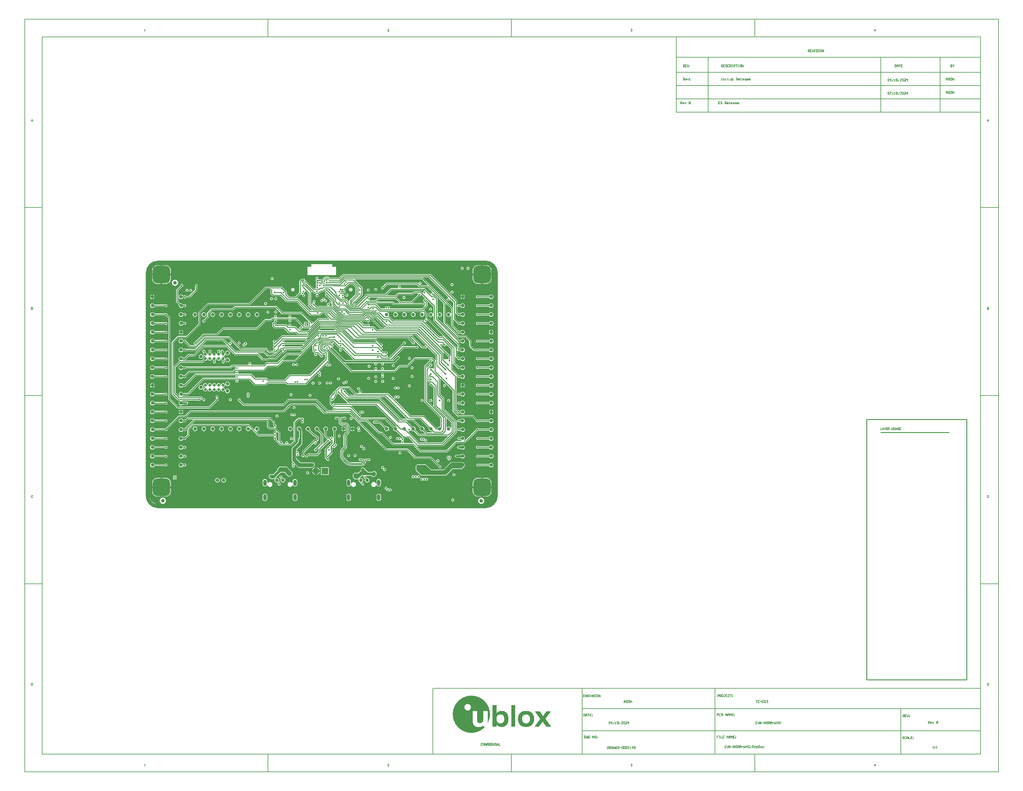
<source format=gbl>
G04*
G04 #@! TF.GenerationSoftware,Altium Limited,Altium Designer,24.5.2 (23)*
G04*
G04 Layer_Physical_Order=6*
G04 Layer_Color=16711680*
%FSLAX44Y44*%
%MOMM*%
G71*
G04*
G04 #@! TF.SameCoordinates,92D1E149-34EC-4A89-AFD8-A094A270A496*
G04*
G04*
G04 #@! TF.FilePolarity,Positive*
G04*
G01*
G75*
%ADD10C,0.1270*%
%ADD11C,0.2500*%
%ADD12C,0.2000*%
%ADD14C,0.2540*%
%ADD15C,0.1000*%
%ADD16C,0.1500*%
%ADD18C,0.1524*%
%ADD22C,1.0000*%
%ADD163R,1.8796X1.8796*%
%ADD166C,0.2550*%
%ADD171C,0.5000*%
%ADD172C,0.3000*%
%ADD175O,1.0000X1.8000*%
%ADD176C,1.0000*%
%ADD177C,1.8796*%
G04:AMPARAMS|DCode=178|XSize=5mm|YSize=5mm|CornerRadius=1.25mm|HoleSize=0mm|Usage=FLASHONLY|Rotation=0.000|XOffset=0mm|YOffset=0mm|HoleType=Round|Shape=RoundedRectangle|*
%AMROUNDEDRECTD178*
21,1,5.0000,2.5000,0,0,0.0*
21,1,2.5000,5.0000,0,0,0.0*
1,1,2.5000,1.2500,-1.2500*
1,1,2.5000,-1.2500,-1.2500*
1,1,2.5000,-1.2500,1.2500*
1,1,2.5000,1.2500,1.2500*
%
%ADD178ROUNDEDRECTD178*%
%ADD179C,0.5000*%
%ADD181C,0.8000*%
%ADD182C,0.2030*%
%ADD183C,0.2032*%
G36*
X978944Y694542D02*
X983243Y692762D01*
X987112Y690176D01*
X989907Y687382D01*
X991179Y685723D01*
X992988Y683017D01*
X994768Y678718D01*
X995676Y674155D01*
Y671828D01*
X995676D01*
X995676Y30478D01*
X995676Y27976D01*
X994700Y23069D01*
X992785Y18447D01*
X990006Y14286D01*
X986468Y10748D01*
X982308Y7969D01*
X977685Y6054D01*
X972778Y5078D01*
X970276Y5078D01*
X33008D01*
X31165Y5078D01*
X27512Y5559D01*
X23953Y6513D01*
X20548Y7924D01*
X17357Y9767D01*
X14434Y12011D01*
X11829Y14617D01*
X9587Y17542D01*
X7745Y20734D01*
X6337Y24139D01*
X5384Y27699D01*
X4905Y31352D01*
X4906Y33195D01*
X5246Y673528D01*
X5247Y675687D01*
X6092Y679923D01*
X7746Y683913D01*
X10147Y687503D01*
X12362Y689717D01*
X12384Y689727D01*
X15225Y691908D01*
X15415Y692034D01*
X17559Y693272D01*
X20784Y694608D01*
X25020Y695450D01*
X27180Y695450D01*
X27180Y695450D01*
Y695450D01*
X446650D01*
Y695399D01*
X469900Y695399D01*
X469900Y687400D01*
X458900Y687400D01*
X458900Y663400D01*
X540900Y663400D01*
X540900Y687400D01*
X529914D01*
X529888Y694497D01*
X530784Y695397D01*
X552150Y695395D01*
Y695395D01*
X552205Y695450D01*
X972054D01*
X974381Y695450D01*
X978944Y694542D01*
D02*
G37*
G36*
X1157245Y-588172D02*
X1156792D01*
Y-588626D01*
Y-589080D01*
X1156338D01*
Y-589533D01*
X1155885D01*
Y-589987D01*
X1155431D01*
Y-590440D01*
Y-590894D01*
X1154978D01*
Y-591347D01*
X1154524D01*
Y-591801D01*
Y-592254D01*
X1154071D01*
Y-592708D01*
X1153617D01*
Y-593162D01*
X1153164D01*
Y-593615D01*
Y-594069D01*
X1152710D01*
Y-594522D01*
X1152256D01*
Y-594976D01*
X1151803D01*
Y-595429D01*
Y-595883D01*
X1151349D01*
Y-596337D01*
X1150896D01*
Y-596790D01*
X1150442D01*
Y-597244D01*
Y-597697D01*
X1149989D01*
Y-598151D01*
X1149535D01*
Y-598604D01*
Y-599058D01*
X1149081D01*
Y-599511D01*
X1148628D01*
Y-599965D01*
X1148174D01*
Y-600419D01*
Y-600872D01*
X1147721D01*
Y-601326D01*
X1147267D01*
Y-601779D01*
X1146814D01*
Y-602233D01*
Y-602686D01*
X1146360D01*
Y-603140D01*
X1145907D01*
Y-603593D01*
Y-604047D01*
X1145453D01*
Y-604501D01*
X1144999D01*
Y-604954D01*
X1144546D01*
Y-605408D01*
Y-605861D01*
X1144092D01*
Y-606315D01*
X1143639D01*
Y-606768D01*
X1143185D01*
Y-607222D01*
Y-607675D01*
X1142732D01*
Y-608129D01*
X1142278D01*
Y-608583D01*
X1141825D01*
Y-609036D01*
Y-609490D01*
Y-609943D01*
X1142278D01*
Y-610397D01*
Y-610850D01*
X1142732D01*
Y-611304D01*
X1143185D01*
Y-611758D01*
X1143639D01*
Y-612211D01*
Y-612665D01*
X1144092D01*
Y-613118D01*
X1144546D01*
Y-613572D01*
X1144999D01*
Y-614025D01*
Y-614479D01*
X1145453D01*
Y-614932D01*
X1145907D01*
Y-615386D01*
Y-615839D01*
X1146360D01*
Y-616293D01*
X1146814D01*
Y-616747D01*
X1147267D01*
Y-617200D01*
Y-617654D01*
X1147721D01*
Y-618107D01*
X1148174D01*
Y-618561D01*
X1148628D01*
Y-619014D01*
Y-619468D01*
X1149081D01*
Y-619921D01*
X1149535D01*
Y-620375D01*
X1149989D01*
Y-620829D01*
Y-621282D01*
X1150442D01*
Y-621736D01*
X1150896D01*
Y-622189D01*
X1151349D01*
Y-622643D01*
Y-623096D01*
X1151803D01*
Y-623550D01*
X1152256D01*
Y-624003D01*
X1152710D01*
Y-624457D01*
Y-624911D01*
X1153164D01*
Y-625364D01*
X1153617D01*
Y-625818D01*
X1154071D01*
Y-626271D01*
Y-626725D01*
X1154524D01*
Y-627178D01*
X1154978D01*
Y-627632D01*
Y-628086D01*
X1155431D01*
Y-628539D01*
X1155885D01*
Y-628993D01*
X1156338D01*
Y-629446D01*
Y-629900D01*
X1156792D01*
Y-630353D01*
X1157245D01*
Y-630807D01*
X1157699D01*
Y-631260D01*
X1158153D01*
Y-631714D01*
X1143639D01*
Y-631260D01*
Y-630807D01*
X1143185D01*
Y-630353D01*
X1142732D01*
Y-629900D01*
X1142278D01*
Y-629446D01*
Y-628993D01*
X1141825D01*
Y-628539D01*
X1141371D01*
Y-628086D01*
X1140918D01*
Y-627632D01*
Y-627178D01*
X1140464D01*
Y-626725D01*
X1140010D01*
Y-626271D01*
Y-625818D01*
X1139557D01*
Y-625364D01*
X1139103D01*
Y-624911D01*
X1138650D01*
Y-624457D01*
Y-624003D01*
X1138196D01*
Y-623550D01*
X1137743D01*
Y-623096D01*
X1137289D01*
Y-622643D01*
Y-622189D01*
X1136835D01*
Y-621736D01*
X1136382D01*
Y-621282D01*
Y-620829D01*
X1135928D01*
Y-620375D01*
X1135475D01*
Y-619921D01*
X1135021D01*
Y-619468D01*
Y-619014D01*
X1134568D01*
Y-618561D01*
X1134114D01*
Y-618107D01*
X1133661D01*
Y-617654D01*
X1133207D01*
Y-618107D01*
Y-618561D01*
X1132754D01*
Y-619014D01*
X1132300D01*
Y-619468D01*
X1131846D01*
Y-619921D01*
Y-620375D01*
X1131393D01*
Y-620829D01*
X1130939D01*
Y-621282D01*
Y-621736D01*
X1130486D01*
Y-622189D01*
X1130032D01*
Y-622643D01*
X1129579D01*
Y-623096D01*
Y-623550D01*
X1129125D01*
Y-624003D01*
X1128671D01*
Y-624457D01*
Y-624911D01*
X1128218D01*
Y-625364D01*
X1127764D01*
Y-625818D01*
X1127311D01*
Y-626271D01*
Y-626725D01*
X1126857D01*
Y-627178D01*
X1126404D01*
Y-627632D01*
Y-628086D01*
X1125950D01*
Y-628539D01*
X1125497D01*
Y-628993D01*
X1125043D01*
Y-629446D01*
Y-629900D01*
X1124589D01*
Y-630353D01*
X1124136D01*
Y-630807D01*
Y-631260D01*
X1123682D01*
Y-631714D01*
X1110529D01*
Y-631260D01*
X1110983D01*
Y-630807D01*
X1111436D01*
Y-630353D01*
Y-629900D01*
X1111890D01*
Y-629446D01*
X1112344D01*
Y-628993D01*
X1112797D01*
Y-628539D01*
Y-628086D01*
X1113251D01*
Y-627632D01*
X1113704D01*
Y-627178D01*
Y-626725D01*
X1114158D01*
Y-626271D01*
X1114611D01*
Y-625818D01*
X1115065D01*
Y-625364D01*
X1115518D01*
Y-624911D01*
Y-624457D01*
X1115972D01*
Y-624003D01*
X1116425D01*
Y-623550D01*
Y-623096D01*
X1116879D01*
Y-622643D01*
X1117333D01*
Y-622189D01*
X1117786D01*
Y-621736D01*
Y-621282D01*
X1118240D01*
Y-620829D01*
X1118693D01*
Y-620375D01*
X1119147D01*
Y-619921D01*
Y-619468D01*
X1119600D01*
Y-619014D01*
X1120054D01*
Y-618561D01*
X1120508D01*
Y-618107D01*
Y-617654D01*
X1120961D01*
Y-617200D01*
X1121415D01*
Y-616747D01*
X1121868D01*
Y-616293D01*
Y-615839D01*
X1122322D01*
Y-615386D01*
X1122775D01*
Y-614932D01*
X1123229D01*
Y-614479D01*
Y-614025D01*
X1123682D01*
Y-613572D01*
X1124136D01*
Y-613118D01*
X1124589D01*
Y-612665D01*
Y-612211D01*
X1125043D01*
Y-611758D01*
X1125497D01*
Y-611304D01*
Y-610850D01*
X1125950D01*
Y-610397D01*
X1126404D01*
Y-609943D01*
X1126857D01*
Y-609490D01*
Y-609036D01*
X1126404D01*
Y-608583D01*
X1125950D01*
Y-608129D01*
X1125497D01*
Y-607675D01*
Y-607222D01*
X1125043D01*
Y-606768D01*
X1124589D01*
Y-606315D01*
X1124136D01*
Y-605861D01*
Y-605408D01*
X1123682D01*
Y-604954D01*
X1123229D01*
Y-604501D01*
Y-604047D01*
X1122775D01*
Y-603593D01*
X1122322D01*
Y-603140D01*
X1121868D01*
Y-602686D01*
Y-602233D01*
X1121415D01*
Y-601779D01*
X1120961D01*
Y-601326D01*
X1120508D01*
Y-600872D01*
Y-600419D01*
X1120054D01*
Y-599965D01*
X1119600D01*
Y-599511D01*
Y-599058D01*
X1119147D01*
Y-598604D01*
X1118693D01*
Y-598151D01*
X1118240D01*
Y-597697D01*
Y-597244D01*
X1117786D01*
Y-596790D01*
X1117333D01*
Y-596337D01*
X1116879D01*
Y-595883D01*
Y-595429D01*
X1116425D01*
Y-594976D01*
X1115972D01*
Y-594522D01*
Y-594069D01*
X1115518D01*
Y-593615D01*
X1115065D01*
Y-593162D01*
X1114611D01*
Y-592708D01*
Y-592254D01*
X1114158D01*
Y-591801D01*
X1113704D01*
Y-591347D01*
X1113251D01*
Y-590894D01*
Y-590440D01*
X1112797D01*
Y-589987D01*
X1112344D01*
Y-589533D01*
Y-589080D01*
X1111890D01*
Y-588626D01*
X1111436D01*
Y-588172D01*
X1110983D01*
Y-587719D01*
X1125043D01*
Y-588172D01*
X1125497D01*
Y-588626D01*
X1125950D01*
Y-589080D01*
Y-589533D01*
X1126404D01*
Y-589987D01*
X1126857D01*
Y-590440D01*
X1127311D01*
Y-590894D01*
Y-591347D01*
X1127764D01*
Y-591801D01*
X1128218D01*
Y-592254D01*
Y-592708D01*
X1128671D01*
Y-593162D01*
X1129125D01*
Y-593615D01*
Y-594069D01*
X1129579D01*
Y-594522D01*
X1130032D01*
Y-594976D01*
X1130486D01*
Y-595429D01*
Y-595883D01*
X1130939D01*
Y-596337D01*
X1131393D01*
Y-596790D01*
Y-597244D01*
X1131846D01*
Y-597697D01*
X1132300D01*
Y-598151D01*
X1132754D01*
Y-598604D01*
Y-599058D01*
X1133207D01*
Y-599511D01*
X1133661D01*
Y-599965D01*
Y-600419D01*
X1134114D01*
Y-600872D01*
X1134568D01*
Y-601326D01*
X1135021D01*
Y-600872D01*
X1135475D01*
Y-600419D01*
Y-599965D01*
X1135928D01*
Y-599511D01*
X1136382D01*
Y-599058D01*
X1136835D01*
Y-598604D01*
Y-598151D01*
X1137289D01*
Y-597697D01*
X1137743D01*
Y-597244D01*
Y-596790D01*
X1138196D01*
Y-596337D01*
X1138650D01*
Y-595883D01*
X1139103D01*
Y-595429D01*
Y-594976D01*
X1139557D01*
Y-594522D01*
X1140010D01*
Y-594069D01*
Y-593615D01*
X1140464D01*
Y-593162D01*
X1140918D01*
Y-592708D01*
X1141371D01*
Y-592254D01*
Y-591801D01*
X1141825D01*
Y-591347D01*
X1142278D01*
Y-590894D01*
Y-590440D01*
X1142732D01*
Y-589987D01*
X1143185D01*
Y-589533D01*
X1143639D01*
Y-589080D01*
Y-588626D01*
X1144092D01*
Y-588172D01*
X1144546D01*
Y-587719D01*
X1157245D01*
Y-588172D01*
D02*
G37*
G36*
X931375Y-543270D02*
X935910D01*
Y-543724D01*
X938632D01*
Y-544178D01*
X940899D01*
Y-544631D01*
X942713D01*
Y-545085D01*
X944528D01*
Y-545538D01*
X945888D01*
Y-545992D01*
X947249D01*
Y-546445D01*
X948610D01*
Y-546899D01*
X949517D01*
Y-547352D01*
X950878D01*
Y-547806D01*
X951785D01*
Y-548260D01*
X952692D01*
Y-548713D01*
X953599D01*
Y-549167D01*
X954506D01*
Y-549620D01*
X955413D01*
Y-550074D01*
X955867D01*
Y-550527D01*
X956774D01*
Y-550981D01*
X957681D01*
Y-551435D01*
X958135D01*
Y-551888D01*
X959042D01*
Y-552342D01*
X959495D01*
Y-552795D01*
X960402D01*
Y-553249D01*
X960856D01*
Y-553702D01*
X961309D01*
Y-554156D01*
X962216D01*
Y-554609D01*
X962670D01*
Y-555063D01*
X963123D01*
Y-555517D01*
X963577D01*
Y-555970D01*
X964484D01*
Y-556424D01*
X964938D01*
Y-556877D01*
X965391D01*
Y-557331D01*
X965845D01*
Y-557784D01*
X966298D01*
Y-558238D01*
X966752D01*
Y-558691D01*
X967206D01*
Y-559145D01*
X967659D01*
Y-559599D01*
X968113D01*
Y-560052D01*
X968566D01*
Y-560506D01*
X969020D01*
Y-560959D01*
X969473D01*
Y-561413D01*
Y-561866D01*
X969927D01*
Y-562320D01*
X970380D01*
Y-562773D01*
X970834D01*
Y-563227D01*
X971288D01*
Y-563680D01*
Y-564134D01*
X971741D01*
Y-564588D01*
X972195D01*
Y-565041D01*
X972648D01*
Y-565495D01*
Y-565948D01*
X973102D01*
Y-566402D01*
X973555D01*
Y-566855D01*
Y-567309D01*
X974009D01*
Y-567762D01*
X974463D01*
Y-568216D01*
Y-568670D01*
X974916D01*
Y-569123D01*
X975370D01*
Y-569577D01*
Y-570030D01*
X975823D01*
Y-570484D01*
Y-570937D01*
X976277D01*
Y-571391D01*
Y-571844D01*
X976730D01*
Y-572298D01*
Y-572752D01*
X977184D01*
Y-573205D01*
Y-573659D01*
X977637D01*
Y-574112D01*
Y-574566D01*
X978091D01*
Y-575019D01*
Y-575473D01*
X978544D01*
Y-575927D01*
Y-576380D01*
Y-576834D01*
X978998D01*
Y-577287D01*
Y-577741D01*
X979452D01*
Y-578194D01*
Y-578648D01*
Y-579101D01*
X979905D01*
Y-579555D01*
Y-580009D01*
Y-580462D01*
X980359D01*
Y-580916D01*
Y-581369D01*
Y-581823D01*
Y-582276D01*
X980812D01*
Y-582730D01*
Y-583183D01*
Y-583637D01*
Y-584090D01*
X981266D01*
Y-584544D01*
Y-584998D01*
Y-585451D01*
Y-585905D01*
X981719D01*
Y-586358D01*
Y-586812D01*
Y-587265D01*
Y-587719D01*
Y-588172D01*
Y-588626D01*
Y-589080D01*
X982173D01*
Y-589533D01*
Y-589987D01*
Y-590440D01*
Y-590894D01*
Y-591347D01*
Y-591801D01*
Y-592254D01*
Y-592708D01*
Y-593162D01*
Y-593615D01*
Y-594069D01*
X982626D01*
Y-594522D01*
Y-594976D01*
Y-595429D01*
Y-595883D01*
Y-596337D01*
Y-596790D01*
Y-597244D01*
Y-597697D01*
Y-598151D01*
Y-598604D01*
X982173D01*
Y-599058D01*
Y-599511D01*
Y-599965D01*
Y-600419D01*
Y-600872D01*
Y-601326D01*
Y-601779D01*
Y-602233D01*
Y-602686D01*
Y-603140D01*
Y-603593D01*
X981719D01*
Y-604047D01*
Y-604501D01*
Y-604954D01*
Y-605408D01*
Y-605861D01*
Y-606315D01*
X981266D01*
Y-606768D01*
Y-607222D01*
Y-607675D01*
Y-608129D01*
Y-608583D01*
X980812D01*
Y-609036D01*
Y-609490D01*
Y-609943D01*
Y-610397D01*
X980359D01*
Y-610850D01*
Y-611304D01*
Y-611758D01*
Y-612211D01*
X979905D01*
Y-612665D01*
Y-613118D01*
Y-613572D01*
X979452D01*
Y-614025D01*
Y-614479D01*
X978998D01*
Y-614932D01*
Y-615386D01*
Y-615839D01*
X978544D01*
Y-616293D01*
Y-616747D01*
X978091D01*
Y-617200D01*
Y-617654D01*
Y-618107D01*
X977637D01*
Y-618561D01*
Y-619014D01*
X977184D01*
Y-619468D01*
Y-619921D01*
X976730D01*
Y-620375D01*
Y-620829D01*
X976277D01*
Y-621282D01*
Y-621736D01*
X975823D01*
Y-621282D01*
Y-620829D01*
Y-620375D01*
Y-619921D01*
Y-619468D01*
Y-619014D01*
Y-618561D01*
Y-618107D01*
Y-617654D01*
Y-617200D01*
Y-616747D01*
Y-616293D01*
Y-615839D01*
Y-615386D01*
Y-614932D01*
Y-614479D01*
Y-614025D01*
Y-613572D01*
Y-613118D01*
Y-612665D01*
Y-612211D01*
Y-611758D01*
Y-611304D01*
Y-610850D01*
Y-610397D01*
Y-609943D01*
Y-609490D01*
Y-609036D01*
Y-608583D01*
Y-608129D01*
Y-607675D01*
Y-607222D01*
Y-606768D01*
Y-606315D01*
Y-605861D01*
Y-605408D01*
Y-604954D01*
Y-604501D01*
Y-604047D01*
Y-603593D01*
Y-603140D01*
Y-602686D01*
Y-602233D01*
Y-601779D01*
Y-601326D01*
Y-600872D01*
Y-600419D01*
Y-599965D01*
Y-599511D01*
Y-599058D01*
Y-598604D01*
Y-598151D01*
Y-597697D01*
Y-597244D01*
Y-596790D01*
Y-596337D01*
Y-595883D01*
Y-595429D01*
Y-594976D01*
Y-594522D01*
Y-594069D01*
Y-593615D01*
Y-593162D01*
Y-592708D01*
Y-592254D01*
Y-591801D01*
Y-591347D01*
Y-590894D01*
Y-590440D01*
Y-589987D01*
Y-589533D01*
Y-589080D01*
Y-588626D01*
Y-588172D01*
Y-587719D01*
Y-587265D01*
X963123D01*
Y-587719D01*
Y-588172D01*
Y-588626D01*
Y-589080D01*
Y-589533D01*
Y-589987D01*
Y-590440D01*
Y-590894D01*
Y-591347D01*
Y-591801D01*
Y-592254D01*
Y-592708D01*
Y-593162D01*
Y-593615D01*
Y-594069D01*
Y-594522D01*
Y-594976D01*
Y-595429D01*
Y-595883D01*
Y-596337D01*
Y-596790D01*
Y-597244D01*
Y-597697D01*
Y-598151D01*
Y-598604D01*
Y-599058D01*
Y-599511D01*
Y-599965D01*
Y-600419D01*
Y-600872D01*
Y-601326D01*
Y-601779D01*
Y-602233D01*
Y-602686D01*
Y-603140D01*
Y-603593D01*
Y-604047D01*
Y-604501D01*
Y-604954D01*
Y-605408D01*
Y-605861D01*
Y-606315D01*
Y-606768D01*
Y-607222D01*
Y-607675D01*
Y-608129D01*
Y-608583D01*
Y-609036D01*
Y-609490D01*
Y-609943D01*
Y-610397D01*
Y-610850D01*
Y-611304D01*
Y-611758D01*
Y-612211D01*
Y-612665D01*
Y-613118D01*
Y-613572D01*
Y-614025D01*
Y-614479D01*
Y-614932D01*
X962670D01*
Y-615386D01*
Y-615839D01*
Y-616293D01*
Y-616747D01*
X962216D01*
Y-617200D01*
Y-617654D01*
X961763D01*
Y-618107D01*
Y-618561D01*
X961309D01*
Y-619014D01*
X960856D01*
Y-619468D01*
X960402D01*
Y-619921D01*
X959949D01*
Y-620375D01*
X959495D01*
Y-620829D01*
X958588D01*
Y-621282D01*
X957227D01*
Y-621736D01*
X950878D01*
Y-621282D01*
X949517D01*
Y-620829D01*
X948610D01*
Y-620375D01*
X948156D01*
Y-619921D01*
X947703D01*
Y-619468D01*
X947249D01*
Y-619014D01*
Y-618561D01*
X946796D01*
Y-618107D01*
Y-617654D01*
X946342D01*
Y-617200D01*
Y-616747D01*
Y-616293D01*
Y-615839D01*
X945888D01*
Y-615386D01*
Y-614932D01*
Y-614479D01*
Y-614025D01*
Y-613572D01*
Y-613118D01*
Y-612665D01*
Y-612211D01*
Y-611758D01*
Y-611304D01*
Y-610850D01*
Y-610397D01*
Y-609943D01*
Y-609490D01*
Y-609036D01*
Y-608583D01*
Y-608129D01*
Y-607675D01*
Y-607222D01*
Y-606768D01*
Y-606315D01*
Y-605861D01*
Y-605408D01*
Y-604954D01*
Y-604501D01*
Y-604047D01*
Y-603593D01*
Y-603140D01*
Y-602686D01*
Y-602233D01*
Y-601779D01*
Y-601326D01*
Y-600872D01*
Y-600419D01*
Y-599965D01*
Y-599511D01*
Y-599058D01*
Y-598604D01*
Y-598151D01*
Y-597697D01*
Y-597244D01*
Y-596790D01*
Y-596337D01*
Y-595883D01*
Y-595429D01*
Y-594976D01*
Y-594522D01*
Y-594069D01*
Y-593615D01*
Y-593162D01*
Y-592708D01*
Y-592254D01*
Y-591801D01*
Y-591347D01*
Y-590894D01*
Y-590440D01*
Y-589987D01*
Y-589533D01*
Y-589080D01*
Y-588626D01*
Y-588172D01*
Y-587719D01*
Y-587265D01*
X933189D01*
Y-587719D01*
Y-588172D01*
Y-588626D01*
Y-589080D01*
Y-589533D01*
Y-589987D01*
Y-590440D01*
Y-590894D01*
Y-591347D01*
Y-591801D01*
Y-592254D01*
Y-592708D01*
Y-593162D01*
Y-593615D01*
Y-594069D01*
Y-594522D01*
Y-594976D01*
Y-595429D01*
Y-595883D01*
Y-596337D01*
Y-596790D01*
Y-597244D01*
Y-597697D01*
Y-598151D01*
Y-598604D01*
Y-599058D01*
Y-599511D01*
Y-599965D01*
Y-600419D01*
Y-600872D01*
Y-601326D01*
Y-601779D01*
Y-602233D01*
Y-602686D01*
Y-603140D01*
Y-603593D01*
Y-604047D01*
Y-604501D01*
Y-604954D01*
Y-605408D01*
Y-605861D01*
Y-606315D01*
Y-606768D01*
Y-607222D01*
Y-607675D01*
Y-608129D01*
Y-608583D01*
Y-609036D01*
Y-609490D01*
Y-609943D01*
Y-610397D01*
Y-610850D01*
Y-611304D01*
Y-611758D01*
Y-612211D01*
Y-612665D01*
Y-613118D01*
Y-613572D01*
Y-614025D01*
Y-614479D01*
Y-614932D01*
Y-615386D01*
Y-615839D01*
Y-616293D01*
Y-616747D01*
Y-617200D01*
Y-617654D01*
Y-618107D01*
Y-618561D01*
Y-619014D01*
Y-619468D01*
Y-619921D01*
Y-620375D01*
X933642D01*
Y-620829D01*
Y-621282D01*
Y-621736D01*
Y-622189D01*
X934096D01*
Y-622643D01*
Y-623096D01*
Y-623550D01*
X934549D01*
Y-624003D01*
Y-624457D01*
Y-624911D01*
X935003D01*
Y-625364D01*
Y-625818D01*
X935457D01*
Y-626271D01*
X935910D01*
Y-626725D01*
Y-627178D01*
X936364D01*
Y-627632D01*
X936817D01*
Y-628086D01*
X937271D01*
Y-628539D01*
X937724D01*
Y-628993D01*
X938178D01*
Y-629446D01*
X938632D01*
Y-629900D01*
X939539D01*
Y-630353D01*
X939992D01*
Y-630807D01*
X940899D01*
Y-631260D01*
X941806D01*
Y-631714D01*
X942713D01*
Y-632168D01*
X944074D01*
Y-632621D01*
X945888D01*
Y-633075D01*
X954960D01*
Y-632621D01*
X956774D01*
Y-632168D01*
X957681D01*
Y-631714D01*
X959042D01*
Y-631260D01*
X959495D01*
Y-630807D01*
X960402D01*
Y-630353D01*
X960856D01*
Y-629900D01*
X961309D01*
Y-629446D01*
X962216D01*
Y-628993D01*
X962670D01*
Y-628539D01*
X963123D01*
Y-628086D01*
Y-627632D01*
X963577D01*
Y-628086D01*
Y-628539D01*
Y-628993D01*
Y-629446D01*
Y-629900D01*
Y-630353D01*
Y-630807D01*
Y-631260D01*
Y-631714D01*
Y-632168D01*
X968566D01*
Y-632621D01*
X968113D01*
Y-633075D01*
X967659D01*
Y-633528D01*
X967206D01*
Y-633982D01*
X966752D01*
Y-634435D01*
X966298D01*
Y-634889D01*
X965845D01*
Y-635342D01*
X965391D01*
Y-635796D01*
X964938D01*
Y-636250D01*
X964031D01*
Y-636703D01*
X963577D01*
Y-637157D01*
X963123D01*
Y-637610D01*
X962670D01*
Y-638064D01*
X961763D01*
Y-638517D01*
X961309D01*
Y-638971D01*
X960856D01*
Y-639424D01*
X959949D01*
Y-639878D01*
X959495D01*
Y-640331D01*
X958588D01*
Y-640785D01*
X958135D01*
Y-641239D01*
X957227D01*
Y-641692D01*
X956774D01*
Y-642146D01*
X955867D01*
Y-642599D01*
X954960D01*
Y-643053D01*
X954052D01*
Y-643506D01*
X953599D01*
Y-643960D01*
X952692D01*
Y-644414D01*
X951331D01*
Y-644867D01*
X950424D01*
Y-645321D01*
X949517D01*
Y-645774D01*
X948156D01*
Y-646228D01*
X947249D01*
Y-646681D01*
X945888D01*
Y-647135D01*
X944074D01*
Y-647588D01*
X942713D01*
Y-648042D01*
X940899D01*
Y-648495D01*
X938178D01*
Y-648949D01*
X935003D01*
Y-649403D01*
X923211D01*
Y-648949D01*
X920036D01*
Y-648495D01*
X917768D01*
Y-648042D01*
X915954D01*
Y-647588D01*
X914139D01*
Y-647135D01*
X912779D01*
Y-646681D01*
X911418D01*
Y-646228D01*
X910058D01*
Y-645774D01*
X909150D01*
Y-645321D01*
X907790D01*
Y-644867D01*
X906883D01*
Y-644414D01*
X905975D01*
Y-643960D01*
X905068D01*
Y-643506D01*
X904161D01*
Y-643053D01*
X903254D01*
Y-642599D01*
X902347D01*
Y-642146D01*
X901893D01*
Y-641692D01*
X900986D01*
Y-641239D01*
X900079D01*
Y-640785D01*
X899626D01*
Y-640331D01*
X898719D01*
Y-639878D01*
X898265D01*
Y-639424D01*
X897812D01*
Y-638971D01*
X896904D01*
Y-638517D01*
X896451D01*
Y-638064D01*
X895997D01*
Y-637610D01*
X895090D01*
Y-637157D01*
X894637D01*
Y-636703D01*
X894183D01*
Y-636250D01*
X893729D01*
Y-635796D01*
X893276D01*
Y-635342D01*
X892822D01*
Y-634889D01*
X892369D01*
Y-634435D01*
X891915D01*
Y-633982D01*
X891462D01*
Y-633528D01*
X891008D01*
Y-633075D01*
X890555D01*
Y-632621D01*
X890101D01*
Y-632168D01*
X889648D01*
Y-631714D01*
X889194D01*
Y-631260D01*
X888740D01*
Y-630807D01*
X888287D01*
Y-630353D01*
X887833D01*
Y-629900D01*
Y-629446D01*
X887380D01*
Y-628993D01*
X886926D01*
Y-628539D01*
X886473D01*
Y-628086D01*
X886019D01*
Y-627632D01*
Y-627178D01*
X885565D01*
Y-626725D01*
X885112D01*
Y-626271D01*
Y-625818D01*
X884658D01*
Y-625364D01*
X884205D01*
Y-624911D01*
Y-624457D01*
X883751D01*
Y-624003D01*
X883298D01*
Y-623550D01*
Y-623096D01*
X882844D01*
Y-622643D01*
Y-622189D01*
X882391D01*
Y-621736D01*
Y-621282D01*
X881937D01*
Y-620829D01*
Y-620375D01*
X881484D01*
Y-619921D01*
Y-619468D01*
X881030D01*
Y-619014D01*
Y-618561D01*
X880576D01*
Y-618107D01*
Y-617654D01*
X880123D01*
Y-617200D01*
Y-616747D01*
X879669D01*
Y-616293D01*
Y-615839D01*
Y-615386D01*
X879216D01*
Y-614932D01*
Y-614479D01*
Y-614025D01*
X878762D01*
Y-613572D01*
Y-613118D01*
X878309D01*
Y-612665D01*
Y-612211D01*
Y-611758D01*
Y-611304D01*
X877855D01*
Y-610850D01*
Y-610397D01*
Y-609943D01*
X877402D01*
Y-609490D01*
Y-609036D01*
Y-608583D01*
Y-608129D01*
X876948D01*
Y-607675D01*
Y-607222D01*
Y-606768D01*
Y-606315D01*
Y-605861D01*
X876494D01*
Y-605408D01*
Y-604954D01*
Y-604501D01*
Y-604047D01*
Y-603593D01*
Y-603140D01*
Y-602686D01*
X876041D01*
Y-602233D01*
Y-601779D01*
Y-601326D01*
Y-600872D01*
Y-600419D01*
Y-599965D01*
Y-599511D01*
Y-599058D01*
Y-598604D01*
Y-598151D01*
X875587D01*
Y-597697D01*
Y-597244D01*
Y-596790D01*
Y-596337D01*
Y-595883D01*
Y-595429D01*
Y-594976D01*
Y-594522D01*
Y-594069D01*
X876041D01*
Y-593615D01*
Y-593162D01*
Y-592708D01*
Y-592254D01*
Y-591801D01*
Y-591347D01*
Y-590894D01*
Y-590440D01*
Y-589987D01*
X876494D01*
Y-589533D01*
Y-589080D01*
Y-588626D01*
Y-588172D01*
Y-587719D01*
Y-587265D01*
Y-586812D01*
X876948D01*
Y-586358D01*
Y-585905D01*
Y-585451D01*
Y-584998D01*
Y-584544D01*
X877402D01*
Y-584090D01*
Y-583637D01*
Y-583183D01*
Y-582730D01*
X877855D01*
Y-582276D01*
Y-581823D01*
Y-581369D01*
Y-580916D01*
X878309D01*
Y-580462D01*
Y-580009D01*
Y-579555D01*
X878762D01*
Y-579101D01*
Y-578648D01*
Y-578194D01*
X879216D01*
Y-577741D01*
Y-577287D01*
X879669D01*
Y-576834D01*
Y-576380D01*
Y-575927D01*
X880123D01*
Y-575473D01*
Y-575019D01*
X880576D01*
Y-574566D01*
Y-574112D01*
Y-573659D01*
X881030D01*
Y-573205D01*
Y-572752D01*
X881484D01*
Y-572298D01*
Y-571844D01*
X881937D01*
Y-571391D01*
Y-570937D01*
X882391D01*
Y-570484D01*
X882844D01*
Y-570030D01*
Y-569577D01*
X883298D01*
Y-569123D01*
Y-568670D01*
X883751D01*
Y-568216D01*
X884205D01*
Y-567762D01*
Y-567309D01*
X884658D01*
Y-566855D01*
X885112D01*
Y-566402D01*
Y-565948D01*
X885565D01*
Y-565495D01*
X886019D01*
Y-565041D01*
Y-564588D01*
X886473D01*
Y-564134D01*
X886926D01*
Y-563680D01*
X887380D01*
Y-563227D01*
Y-562773D01*
X887833D01*
Y-562320D01*
X888287D01*
Y-561866D01*
X888740D01*
Y-561413D01*
X889194D01*
Y-560959D01*
X889648D01*
Y-560506D01*
X890101D01*
Y-560052D01*
X890555D01*
Y-559599D01*
Y-559145D01*
X891008D01*
Y-558691D01*
X891462D01*
Y-558238D01*
X891915D01*
Y-557784D01*
X892822D01*
Y-557331D01*
X893276D01*
Y-556877D01*
X893729D01*
Y-556424D01*
X894183D01*
Y-555970D01*
X894637D01*
Y-555517D01*
X895090D01*
Y-555063D01*
X895544D01*
Y-554609D01*
X896451D01*
Y-554156D01*
X896904D01*
Y-553702D01*
X897358D01*
Y-553249D01*
X898265D01*
Y-552795D01*
X898719D01*
Y-552342D01*
X899626D01*
Y-551888D01*
X900079D01*
Y-551435D01*
X900986D01*
Y-550981D01*
X901440D01*
Y-550527D01*
X902347D01*
Y-550074D01*
X903254D01*
Y-549620D01*
X903708D01*
Y-549167D01*
X905068D01*
Y-548713D01*
X905975D01*
Y-548260D01*
X906883D01*
Y-547806D01*
X907790D01*
Y-547352D01*
X908697D01*
Y-546899D01*
X910058D01*
Y-546445D01*
X910965D01*
Y-545992D01*
X912325D01*
Y-545538D01*
X913686D01*
Y-545085D01*
X915500D01*
Y-544631D01*
X917314D01*
Y-544178D01*
X919582D01*
Y-543724D01*
X922757D01*
Y-543270D01*
X927293D01*
Y-542817D01*
X931375D01*
Y-543270D01*
D02*
G37*
G36*
X1055195Y-570484D02*
Y-570937D01*
Y-571391D01*
Y-571844D01*
Y-572298D01*
Y-572752D01*
Y-573205D01*
Y-573659D01*
Y-574112D01*
Y-574566D01*
Y-575019D01*
Y-575473D01*
Y-575927D01*
Y-576380D01*
Y-576834D01*
Y-577287D01*
Y-577741D01*
Y-578194D01*
Y-578648D01*
Y-579101D01*
Y-579555D01*
Y-580009D01*
Y-580462D01*
Y-580916D01*
Y-581369D01*
Y-581823D01*
Y-582276D01*
Y-582730D01*
Y-583183D01*
Y-583637D01*
Y-584090D01*
Y-584544D01*
Y-584998D01*
Y-585451D01*
Y-585905D01*
Y-586358D01*
Y-586812D01*
Y-587265D01*
Y-587719D01*
Y-588172D01*
Y-588626D01*
Y-589080D01*
Y-589533D01*
Y-589987D01*
Y-590440D01*
Y-590894D01*
Y-591347D01*
Y-591801D01*
Y-592254D01*
Y-592708D01*
Y-593162D01*
Y-593615D01*
Y-594069D01*
Y-594522D01*
Y-594976D01*
Y-595429D01*
Y-595883D01*
Y-596337D01*
Y-596790D01*
Y-597244D01*
Y-597697D01*
Y-598151D01*
Y-598604D01*
Y-599058D01*
Y-599511D01*
Y-599965D01*
Y-600419D01*
Y-600872D01*
Y-601326D01*
Y-601779D01*
Y-602233D01*
Y-602686D01*
Y-603140D01*
Y-603593D01*
Y-604047D01*
Y-604501D01*
Y-604954D01*
Y-605408D01*
Y-605861D01*
Y-606315D01*
Y-606768D01*
Y-607222D01*
Y-607675D01*
Y-608129D01*
Y-608583D01*
Y-609036D01*
Y-609490D01*
Y-609943D01*
Y-610397D01*
Y-610850D01*
Y-611304D01*
Y-611758D01*
Y-612211D01*
Y-612665D01*
Y-613118D01*
Y-613572D01*
Y-614025D01*
Y-614479D01*
Y-614932D01*
Y-615386D01*
Y-615839D01*
Y-616293D01*
Y-616747D01*
Y-617200D01*
Y-617654D01*
Y-618107D01*
Y-618561D01*
Y-619014D01*
Y-619468D01*
Y-619921D01*
Y-620375D01*
Y-620829D01*
Y-621282D01*
Y-621736D01*
Y-622189D01*
Y-622643D01*
Y-623096D01*
Y-623550D01*
Y-624003D01*
Y-624457D01*
Y-624911D01*
Y-625364D01*
Y-625818D01*
Y-626271D01*
Y-626725D01*
Y-627178D01*
Y-627632D01*
Y-628086D01*
Y-628539D01*
Y-628993D01*
Y-629446D01*
Y-629900D01*
Y-630353D01*
Y-630807D01*
Y-631260D01*
Y-631714D01*
X1043857D01*
Y-631260D01*
Y-630807D01*
Y-630353D01*
Y-629900D01*
Y-629446D01*
Y-628993D01*
Y-628539D01*
Y-628086D01*
Y-627632D01*
Y-627178D01*
Y-626725D01*
Y-626271D01*
Y-625818D01*
Y-625364D01*
Y-624911D01*
Y-624457D01*
Y-624003D01*
Y-623550D01*
Y-623096D01*
Y-622643D01*
Y-622189D01*
Y-621736D01*
Y-621282D01*
Y-620829D01*
Y-620375D01*
Y-619921D01*
Y-619468D01*
Y-619014D01*
Y-618561D01*
Y-618107D01*
Y-617654D01*
Y-617200D01*
Y-616747D01*
Y-616293D01*
Y-615839D01*
Y-615386D01*
Y-614932D01*
Y-614479D01*
Y-614025D01*
Y-613572D01*
Y-613118D01*
Y-612665D01*
Y-612211D01*
Y-611758D01*
Y-611304D01*
Y-610850D01*
Y-610397D01*
Y-609943D01*
Y-609490D01*
Y-609036D01*
Y-608583D01*
Y-608129D01*
Y-607675D01*
Y-607222D01*
Y-606768D01*
Y-606315D01*
Y-605861D01*
Y-605408D01*
Y-604954D01*
Y-604501D01*
Y-604047D01*
Y-603593D01*
Y-603140D01*
Y-602686D01*
Y-602233D01*
Y-601779D01*
Y-601326D01*
Y-600872D01*
Y-600419D01*
Y-599965D01*
Y-599511D01*
Y-599058D01*
Y-598604D01*
Y-598151D01*
Y-597697D01*
Y-597244D01*
Y-596790D01*
Y-596337D01*
Y-595883D01*
Y-595429D01*
Y-594976D01*
Y-594522D01*
Y-594069D01*
Y-593615D01*
Y-593162D01*
Y-592708D01*
Y-592254D01*
Y-591801D01*
Y-591347D01*
Y-590894D01*
Y-590440D01*
Y-589987D01*
Y-589533D01*
Y-589080D01*
Y-588626D01*
Y-588172D01*
Y-587719D01*
Y-587265D01*
Y-586812D01*
Y-586358D01*
Y-585905D01*
Y-585451D01*
Y-584998D01*
Y-584544D01*
Y-584090D01*
Y-583637D01*
Y-583183D01*
Y-582730D01*
Y-582276D01*
Y-581823D01*
Y-581369D01*
Y-580916D01*
Y-580462D01*
Y-580009D01*
Y-579555D01*
Y-579101D01*
Y-578648D01*
Y-578194D01*
Y-577741D01*
Y-577287D01*
Y-576834D01*
Y-576380D01*
Y-575927D01*
Y-575473D01*
Y-575019D01*
Y-574566D01*
Y-574112D01*
Y-573659D01*
Y-573205D01*
Y-572752D01*
Y-572298D01*
Y-571844D01*
Y-571391D01*
Y-570937D01*
Y-570484D01*
Y-570030D01*
X1055195D01*
Y-570484D01*
D02*
G37*
G36*
X1091480Y-587265D02*
X1093748D01*
Y-587719D01*
X1095108D01*
Y-588172D01*
X1096469D01*
Y-588626D01*
X1097376D01*
Y-589080D01*
X1098283D01*
Y-589533D01*
X1099190D01*
Y-589987D01*
X1100098D01*
Y-590440D01*
X1100551D01*
Y-590894D01*
X1101458D01*
Y-591347D01*
X1101912D01*
Y-591801D01*
X1102365D01*
Y-592254D01*
X1102819D01*
Y-592708D01*
X1103272D01*
Y-593162D01*
X1103726D01*
Y-593615D01*
X1104180D01*
Y-594069D01*
X1104633D01*
Y-594522D01*
X1105087D01*
Y-594976D01*
Y-595429D01*
X1105540D01*
Y-595883D01*
X1105994D01*
Y-596337D01*
Y-596790D01*
X1106447D01*
Y-597244D01*
Y-597697D01*
X1106901D01*
Y-598151D01*
Y-598604D01*
X1107354D01*
Y-599058D01*
Y-599511D01*
X1107808D01*
Y-599965D01*
Y-600419D01*
Y-600872D01*
X1108261D01*
Y-601326D01*
Y-601779D01*
Y-602233D01*
Y-602686D01*
Y-603140D01*
X1108715D01*
Y-603593D01*
Y-604047D01*
Y-604501D01*
Y-604954D01*
Y-605408D01*
Y-605861D01*
Y-606315D01*
X1109169D01*
Y-606768D01*
Y-607222D01*
Y-607675D01*
Y-608129D01*
Y-608583D01*
Y-609036D01*
Y-609490D01*
Y-609943D01*
Y-610397D01*
Y-610850D01*
Y-611304D01*
Y-611758D01*
Y-612211D01*
Y-612665D01*
Y-613118D01*
X1108715D01*
Y-613572D01*
Y-614025D01*
Y-614479D01*
Y-614932D01*
Y-615386D01*
Y-615839D01*
Y-616293D01*
X1108261D01*
Y-616747D01*
Y-617200D01*
Y-617654D01*
Y-618107D01*
X1107808D01*
Y-618561D01*
Y-619014D01*
Y-619468D01*
X1107354D01*
Y-619921D01*
Y-620375D01*
Y-620829D01*
X1106901D01*
Y-621282D01*
Y-621736D01*
X1106447D01*
Y-622189D01*
Y-622643D01*
X1105994D01*
Y-623096D01*
Y-623550D01*
X1105540D01*
Y-624003D01*
X1105087D01*
Y-624457D01*
X1104633D01*
Y-624911D01*
Y-625364D01*
X1104180D01*
Y-625818D01*
X1103726D01*
Y-626271D01*
X1103272D01*
Y-626725D01*
X1102819D01*
Y-627178D01*
X1102365D01*
Y-627632D01*
X1101912D01*
Y-628086D01*
X1101005D01*
Y-628539D01*
X1100551D01*
Y-628993D01*
X1099644D01*
Y-629446D01*
X1099190D01*
Y-629900D01*
X1098283D01*
Y-630353D01*
X1097376D01*
Y-630807D01*
X1096015D01*
Y-631260D01*
X1094655D01*
Y-631714D01*
X1093294D01*
Y-632168D01*
X1091026D01*
Y-632621D01*
X1081502D01*
Y-632168D01*
X1078780D01*
Y-631714D01*
X1076966D01*
Y-631260D01*
X1076059D01*
Y-630807D01*
X1074698D01*
Y-630353D01*
X1073791D01*
Y-629900D01*
X1072884D01*
Y-629446D01*
X1072430D01*
Y-628993D01*
X1071523D01*
Y-628539D01*
X1071070D01*
Y-628086D01*
X1070163D01*
Y-627632D01*
X1069709D01*
Y-627178D01*
X1069256D01*
Y-626725D01*
X1068802D01*
Y-626271D01*
X1068348D01*
Y-625818D01*
X1067895D01*
Y-625364D01*
X1067441D01*
Y-624911D01*
Y-624457D01*
X1066988D01*
Y-624003D01*
X1066534D01*
Y-623550D01*
X1066081D01*
Y-623096D01*
Y-622643D01*
X1065627D01*
Y-622189D01*
Y-621736D01*
X1065174D01*
Y-621282D01*
Y-620829D01*
X1064720D01*
Y-620375D01*
Y-619921D01*
Y-619468D01*
X1064267D01*
Y-619014D01*
Y-618561D01*
Y-618107D01*
X1063813D01*
Y-617654D01*
Y-617200D01*
Y-616747D01*
Y-616293D01*
X1063359D01*
Y-615839D01*
Y-615386D01*
Y-614932D01*
Y-614479D01*
Y-614025D01*
Y-613572D01*
Y-613118D01*
Y-612665D01*
X1062906D01*
Y-612211D01*
Y-611758D01*
Y-611304D01*
Y-610850D01*
Y-610397D01*
Y-609943D01*
Y-609490D01*
Y-609036D01*
Y-608583D01*
Y-608129D01*
Y-607675D01*
Y-607222D01*
Y-606768D01*
X1063359D01*
Y-606315D01*
Y-605861D01*
Y-605408D01*
Y-604954D01*
Y-604501D01*
Y-604047D01*
Y-603593D01*
Y-603140D01*
X1063813D01*
Y-602686D01*
Y-602233D01*
Y-601779D01*
Y-601326D01*
X1064267D01*
Y-600872D01*
Y-600419D01*
Y-599965D01*
X1064720D01*
Y-599511D01*
Y-599058D01*
Y-598604D01*
X1065174D01*
Y-598151D01*
Y-597697D01*
X1065627D01*
Y-597244D01*
Y-596790D01*
X1066081D01*
Y-596337D01*
Y-595883D01*
X1066534D01*
Y-595429D01*
X1066988D01*
Y-594976D01*
Y-594522D01*
X1067441D01*
Y-594069D01*
X1067895D01*
Y-593615D01*
X1068348D01*
Y-593162D01*
X1068802D01*
Y-592708D01*
X1069256D01*
Y-592254D01*
X1069709D01*
Y-591801D01*
X1070163D01*
Y-591347D01*
X1070616D01*
Y-590894D01*
X1071523D01*
Y-590440D01*
X1071977D01*
Y-589987D01*
X1072884D01*
Y-589533D01*
X1073791D01*
Y-589080D01*
X1074698D01*
Y-588626D01*
X1075605D01*
Y-588172D01*
X1076966D01*
Y-587719D01*
X1078327D01*
Y-587265D01*
X1080595D01*
Y-586812D01*
X1091480D01*
Y-587265D01*
D02*
G37*
G36*
X1001676Y-570484D02*
Y-570937D01*
Y-571391D01*
Y-571844D01*
Y-572298D01*
Y-572752D01*
Y-573205D01*
Y-573659D01*
Y-574112D01*
Y-574566D01*
Y-575019D01*
Y-575473D01*
Y-575927D01*
Y-576380D01*
Y-576834D01*
Y-577287D01*
Y-577741D01*
Y-578194D01*
Y-578648D01*
Y-579101D01*
Y-579555D01*
Y-580009D01*
Y-580462D01*
Y-580916D01*
Y-581369D01*
Y-581823D01*
Y-582276D01*
Y-582730D01*
Y-583183D01*
Y-583637D01*
Y-584090D01*
Y-584544D01*
Y-584998D01*
Y-585451D01*
Y-585905D01*
Y-586358D01*
Y-586812D01*
Y-587265D01*
Y-587719D01*
Y-588172D01*
Y-588626D01*
Y-589080D01*
Y-589533D01*
Y-589987D01*
Y-590440D01*
Y-590894D01*
Y-591347D01*
Y-591801D01*
Y-592254D01*
Y-592708D01*
X1002583D01*
Y-592254D01*
X1003036D01*
Y-591801D01*
X1003490D01*
Y-591347D01*
X1003944D01*
Y-590894D01*
X1004397D01*
Y-590440D01*
X1004851D01*
Y-589987D01*
X1005304D01*
Y-589533D01*
X1006211D01*
Y-589080D01*
X1006665D01*
Y-588626D01*
X1007572D01*
Y-588172D01*
X1008479D01*
Y-587719D01*
X1009840D01*
Y-587265D01*
X1011654D01*
Y-586812D01*
X1020272D01*
Y-587265D01*
X1022086D01*
Y-587719D01*
X1023447D01*
Y-588172D01*
X1024807D01*
Y-588626D01*
X1025714D01*
Y-589080D01*
X1026168D01*
Y-589533D01*
X1027075D01*
Y-589987D01*
X1027529D01*
Y-590440D01*
X1028436D01*
Y-590894D01*
X1028889D01*
Y-591347D01*
X1029343D01*
Y-591801D01*
X1029796D01*
Y-592254D01*
X1030250D01*
Y-592708D01*
X1030703D01*
Y-593162D01*
Y-593615D01*
X1031157D01*
Y-594069D01*
X1031610D01*
Y-594522D01*
X1032064D01*
Y-594976D01*
Y-595429D01*
X1032518D01*
Y-595883D01*
Y-596337D01*
X1032971D01*
Y-596790D01*
Y-597244D01*
X1033425D01*
Y-597697D01*
Y-598151D01*
X1033878D01*
Y-598604D01*
Y-599058D01*
Y-599511D01*
X1034332D01*
Y-599965D01*
Y-600419D01*
Y-600872D01*
Y-601326D01*
X1034785D01*
Y-601779D01*
Y-602233D01*
Y-602686D01*
Y-603140D01*
Y-603593D01*
X1035239D01*
Y-604047D01*
Y-604501D01*
Y-604954D01*
Y-605408D01*
Y-605861D01*
Y-606315D01*
Y-606768D01*
Y-607222D01*
Y-607675D01*
X1035693D01*
Y-608129D01*
X1035239D01*
Y-608583D01*
Y-609036D01*
Y-609490D01*
Y-609943D01*
Y-610397D01*
Y-610850D01*
Y-611304D01*
Y-611758D01*
Y-612211D01*
Y-612665D01*
Y-613118D01*
Y-613572D01*
Y-614025D01*
Y-614479D01*
Y-614932D01*
Y-615386D01*
Y-615839D01*
X1034785D01*
Y-616293D01*
Y-616747D01*
Y-617200D01*
Y-617654D01*
Y-618107D01*
X1034332D01*
Y-618561D01*
Y-619014D01*
Y-619468D01*
X1033878D01*
Y-619921D01*
Y-620375D01*
Y-620829D01*
X1033425D01*
Y-621282D01*
Y-621736D01*
Y-622189D01*
X1032971D01*
Y-622643D01*
Y-623096D01*
X1032518D01*
Y-623550D01*
Y-624003D01*
X1032064D01*
Y-624457D01*
X1031610D01*
Y-624911D01*
Y-625364D01*
X1031157D01*
Y-625818D01*
X1030703D01*
Y-626271D01*
X1030250D01*
Y-626725D01*
X1029796D01*
Y-627178D01*
Y-627632D01*
X1028889D01*
Y-628086D01*
X1028436D01*
Y-628539D01*
X1027982D01*
Y-628993D01*
X1027529D01*
Y-629446D01*
X1026621D01*
Y-629900D01*
X1026168D01*
Y-630353D01*
X1025261D01*
Y-630807D01*
X1024354D01*
Y-631260D01*
X1023447D01*
Y-631714D01*
X1022086D01*
Y-632168D01*
X1019818D01*
Y-632621D01*
X1012108D01*
Y-632168D01*
X1009840D01*
Y-631714D01*
X1008933D01*
Y-631260D01*
X1007572D01*
Y-630807D01*
X1007119D01*
Y-630353D01*
X1006211D01*
Y-629900D01*
X1005758D01*
Y-629446D01*
X1004851D01*
Y-628993D01*
X1004397D01*
Y-628539D01*
X1003944D01*
Y-628086D01*
X1003490D01*
Y-627632D01*
X1003036D01*
Y-627178D01*
X1002583D01*
Y-626725D01*
X1002129D01*
Y-626271D01*
Y-625818D01*
X1001222D01*
Y-626271D01*
Y-626725D01*
Y-627178D01*
Y-627632D01*
Y-628086D01*
Y-628539D01*
Y-628993D01*
Y-629446D01*
Y-629900D01*
Y-630353D01*
Y-630807D01*
Y-631260D01*
Y-631714D01*
X989883D01*
Y-631260D01*
Y-630807D01*
Y-630353D01*
Y-629900D01*
Y-629446D01*
Y-628993D01*
Y-628539D01*
Y-628086D01*
Y-627632D01*
Y-627178D01*
Y-626725D01*
Y-626271D01*
Y-625818D01*
Y-625364D01*
Y-624911D01*
Y-624457D01*
Y-624003D01*
Y-623550D01*
Y-623096D01*
Y-622643D01*
Y-622189D01*
Y-621736D01*
Y-621282D01*
Y-620829D01*
Y-620375D01*
Y-619921D01*
Y-619468D01*
Y-619014D01*
Y-618561D01*
Y-618107D01*
Y-617654D01*
Y-617200D01*
Y-616747D01*
Y-616293D01*
Y-615839D01*
Y-615386D01*
Y-614932D01*
Y-614479D01*
Y-614025D01*
Y-613572D01*
Y-613118D01*
Y-612665D01*
Y-612211D01*
Y-611758D01*
Y-611304D01*
Y-610850D01*
Y-610397D01*
Y-609943D01*
Y-609490D01*
Y-609036D01*
Y-608583D01*
Y-608129D01*
Y-607675D01*
Y-607222D01*
Y-606768D01*
Y-606315D01*
Y-605861D01*
Y-605408D01*
Y-604954D01*
Y-604501D01*
Y-604047D01*
Y-603593D01*
Y-603140D01*
Y-602686D01*
Y-602233D01*
Y-601779D01*
Y-601326D01*
Y-600872D01*
Y-600419D01*
Y-599965D01*
Y-599511D01*
Y-599058D01*
Y-598604D01*
Y-598151D01*
Y-597697D01*
Y-597244D01*
Y-596790D01*
Y-596337D01*
Y-595883D01*
Y-595429D01*
Y-594976D01*
Y-594522D01*
Y-594069D01*
Y-593615D01*
Y-593162D01*
Y-592708D01*
Y-592254D01*
Y-591801D01*
Y-591347D01*
Y-590894D01*
Y-590440D01*
Y-589987D01*
Y-589533D01*
Y-589080D01*
Y-588626D01*
Y-588172D01*
Y-587719D01*
Y-587265D01*
Y-586812D01*
Y-586358D01*
Y-585905D01*
Y-585451D01*
Y-584998D01*
Y-584544D01*
Y-584090D01*
Y-583637D01*
Y-583183D01*
Y-582730D01*
Y-582276D01*
Y-581823D01*
Y-581369D01*
Y-580916D01*
Y-580462D01*
Y-580009D01*
Y-579555D01*
Y-579101D01*
Y-578648D01*
Y-578194D01*
Y-577741D01*
Y-577287D01*
Y-576834D01*
Y-576380D01*
Y-575927D01*
Y-575473D01*
Y-575019D01*
Y-574566D01*
Y-574112D01*
Y-573659D01*
Y-573205D01*
Y-572752D01*
Y-572298D01*
Y-571844D01*
Y-571391D01*
Y-570937D01*
Y-570484D01*
Y-570030D01*
X1001676D01*
Y-570484D01*
D02*
G37*
%LPC*%
G36*
X920276Y687006D02*
X918684D01*
X917214Y686397D01*
X916089Y685272D01*
X915480Y683802D01*
Y682210D01*
X916089Y680740D01*
X917214Y679615D01*
X918684Y679006D01*
X920276D01*
X921746Y679615D01*
X922871Y680740D01*
X923480Y682210D01*
Y683802D01*
X922871Y685272D01*
X921746Y686397D01*
X920276Y687006D01*
D02*
G37*
G36*
X903512D02*
X901920D01*
X900450Y686397D01*
X899325Y685272D01*
X898716Y683802D01*
Y682210D01*
X899325Y680740D01*
X900450Y679615D01*
X901920Y679006D01*
X903512D01*
X904982Y679615D01*
X906107Y680740D01*
X906716Y682210D01*
Y683802D01*
X906107Y685272D01*
X904982Y686397D01*
X903512Y687006D01*
D02*
G37*
G36*
X972500Y691645D02*
X962500D01*
Y667500D01*
X986645D01*
Y677500D01*
X986163Y681161D01*
X984750Y684573D01*
X982502Y687502D01*
X979573Y689750D01*
X976161Y691163D01*
X972500Y691645D01*
D02*
G37*
G36*
X957500D02*
X947500D01*
X943839Y691163D01*
X940427Y689750D01*
X937498Y687502D01*
X935250Y684573D01*
X933837Y681161D01*
X933355Y677500D01*
Y667500D01*
X957500D01*
Y691645D01*
D02*
G37*
G36*
X52500D02*
X42500D01*
Y667500D01*
X66645D01*
Y677500D01*
X66163Y681161D01*
X64750Y684573D01*
X62502Y687502D01*
X59573Y689750D01*
X56161Y691163D01*
X52500Y691645D01*
D02*
G37*
G36*
X37500D02*
X27500D01*
X23839Y691163D01*
X20427Y689750D01*
X17498Y687502D01*
X15250Y684573D01*
X13837Y681161D01*
X13355Y677500D01*
Y667500D01*
X37500D01*
Y691645D01*
D02*
G37*
G36*
X812292Y665998D02*
X560832D01*
X559759Y665784D01*
X558849Y665177D01*
X549977Y656304D01*
X523222D01*
X521663Y657711D01*
X521493Y657771D01*
X521052Y658212D01*
X520308Y658709D01*
X519430Y658884D01*
X508793D01*
X507915Y658709D01*
X507171Y658212D01*
X502429Y653470D01*
X502244Y653397D01*
X500913Y652113D01*
X500814Y652028D01*
X493776D01*
X492703Y651814D01*
X491793Y651207D01*
X491300Y650713D01*
X490377Y650841D01*
X490115Y651208D01*
X489930Y651697D01*
X489811Y652063D01*
X490410Y653508D01*
Y655100D01*
X489801Y656570D01*
X488676Y657695D01*
X487206Y658304D01*
X485614D01*
X484144Y657695D01*
X483019Y656570D01*
X482410Y655100D01*
Y653508D01*
X483019Y652038D01*
X484055Y651002D01*
X483019Y649966D01*
X482410Y648496D01*
Y646904D01*
X483019Y645434D01*
X484055Y644398D01*
X483019Y643362D01*
X482410Y641892D01*
Y640300D01*
X483019Y638830D01*
X484055Y637794D01*
X483019Y636758D01*
X482410Y635288D01*
Y633696D01*
X483019Y632226D01*
X484055Y631190D01*
X483019Y630154D01*
X482410Y628684D01*
Y627092D01*
X482584Y626672D01*
X481736Y625402D01*
X477875D01*
X457405Y645873D01*
X456495Y646480D01*
X455422Y646694D01*
X452639D01*
X451791Y647964D01*
X452056Y648604D01*
Y650196D01*
X451447Y651666D01*
X450322Y652791D01*
X448852Y653400D01*
X447260D01*
X445790Y652791D01*
X445230Y652231D01*
X445126Y652185D01*
X445064Y652175D01*
X445037Y652159D01*
X445014Y652153D01*
X444991Y652134D01*
X444963Y652124D01*
X444890Y652105D01*
X444806Y652090D01*
X444455Y652058D01*
X444245Y652053D01*
X444180Y652025D01*
X444113Y652045D01*
X443999Y651984D01*
X441916D01*
X440843Y651770D01*
X439933Y651163D01*
X436337Y647567D01*
X435730Y646657D01*
X435516Y645584D01*
Y613725D01*
X422765Y600974D01*
X407307D01*
X399298Y608983D01*
Y615188D01*
X399084Y616261D01*
X398477Y617171D01*
X386539Y629109D01*
X385629Y629716D01*
X384556Y629930D01*
X338836D01*
X337763Y629716D01*
X336853Y629109D01*
X291193Y583448D01*
X173736D01*
X172663Y583234D01*
X171753Y582627D01*
X147115Y557989D01*
X146508Y557079D01*
X146294Y556006D01*
Y523444D01*
X111556Y488706D01*
X87630D01*
X86557Y488492D01*
X85647Y487885D01*
X70517Y472755D01*
X69910Y471845D01*
X69696Y470772D01*
Y322500D01*
X69910Y321427D01*
X70517Y320517D01*
X86185Y304849D01*
X87095Y304242D01*
X88168Y304028D01*
X94075D01*
X94242Y302758D01*
X93491Y302557D01*
X92009Y301701D01*
X90799Y300491D01*
X89943Y299009D01*
X89500Y297356D01*
Y295644D01*
X89943Y293991D01*
X90799Y292509D01*
X92009Y291299D01*
X93491Y290443D01*
X95144Y290000D01*
X96856D01*
X98509Y290443D01*
X99666Y291111D01*
X99918Y291162D01*
X100248Y291383D01*
X100560Y291549D01*
X100933Y291707D01*
X101370Y291853D01*
X101870Y291981D01*
X102433Y292091D01*
X103040Y292176D01*
X104499Y292281D01*
X105309Y292295D01*
X105412Y292340D01*
X112014D01*
X112408Y292418D01*
X112810D01*
X113181Y292572D01*
X113575Y292650D01*
X113909Y292873D01*
X114280Y293027D01*
X114564Y293311D01*
X114898Y293534D01*
X115121Y293868D01*
X115405Y294152D01*
X115559Y294523D01*
X115782Y294857D01*
X115860Y295251D01*
X116014Y295622D01*
Y296024D01*
X116092Y296418D01*
X116014Y296812D01*
Y297214D01*
X115860Y297585D01*
X115782Y297979D01*
X115559Y298313D01*
X115405Y298684D01*
X115121Y298968D01*
X114898Y299302D01*
X114564Y299525D01*
X114280Y299809D01*
X113909Y299963D01*
X113575Y300186D01*
X113181Y300264D01*
X112810Y300418D01*
X112408D01*
X112014Y300496D01*
X105510D01*
X105407Y300541D01*
X105406Y300541D01*
X105406Y300541D01*
X104609Y300556D01*
X103168Y300669D01*
X102570Y300760D01*
X102010Y300877D01*
X101510Y301015D01*
X101067Y301172D01*
X100684Y301344D01*
X100356Y301528D01*
X100009Y301771D01*
X99785Y301820D01*
X98509Y302557D01*
X97758Y302758D01*
X97926Y304028D01*
X144530D01*
X144634Y303970D01*
X144714Y303992D01*
X144791Y303959D01*
X145021Y303954D01*
X145190Y303943D01*
X145327Y303926D01*
X145431Y303906D01*
X145501Y303888D01*
X145522Y303881D01*
X145542Y303864D01*
X145565Y303858D01*
X145594Y303840D01*
X145659Y303829D01*
X145753Y303786D01*
X146352Y303187D01*
X147822Y302578D01*
X149414D01*
X150884Y303187D01*
X152009Y304312D01*
X152618Y305782D01*
Y307374D01*
X152363Y307988D01*
X153035Y309086D01*
X154212Y309183D01*
X156820Y306574D01*
X156877Y306421D01*
X157193Y306080D01*
X157277Y305975D01*
X157348Y305876D01*
X157397Y305798D01*
X157423Y305750D01*
X157423Y305744D01*
X157432Y305727D01*
X157441Y305680D01*
X157454Y305660D01*
X157457Y305649D01*
X157475Y305627D01*
X157494Y305598D01*
X157544Y305496D01*
Y305020D01*
X158153Y303550D01*
X159278Y302425D01*
X160748Y301816D01*
X162340D01*
X163810Y302425D01*
X164935Y303550D01*
X165544Y305020D01*
Y306612D01*
X164935Y308082D01*
X163810Y309207D01*
X162340Y309816D01*
X161864D01*
X161762Y309866D01*
X161733Y309885D01*
X161711Y309903D01*
X161700Y309906D01*
X161680Y309919D01*
X161633Y309928D01*
X161616Y309937D01*
X161610Y309937D01*
X161562Y309963D01*
X161484Y310012D01*
X161401Y310071D01*
X161119Y310310D01*
X160963Y310461D01*
X160801Y310524D01*
X157093Y314233D01*
X156183Y314840D01*
X155110Y315054D01*
X99932D01*
X99592Y316324D01*
X100241Y316699D01*
X101451Y317909D01*
X101601Y318167D01*
X101698Y318207D01*
X101762Y318357D01*
X101899Y318447D01*
X101997Y318590D01*
X102038Y318635D01*
X102097Y318684D01*
X102181Y318737D01*
X102302Y318795D01*
X102466Y318853D01*
X102676Y318905D01*
X102932Y318947D01*
X103235Y318975D01*
X103415Y318980D01*
X103710Y318968D01*
X103841Y318954D01*
X103959Y318934D01*
X104045Y318914D01*
X104089Y318900D01*
X104104Y318895D01*
X104108Y318893D01*
X104148Y318864D01*
X104172Y318859D01*
X104185Y318852D01*
X104219Y318849D01*
X104247Y318843D01*
X104359Y318802D01*
X104734Y318426D01*
X106204Y317817D01*
X107796D01*
X109266Y318426D01*
X109602Y318763D01*
X109709Y318800D01*
X109744Y318807D01*
X109771Y318810D01*
X109782Y318815D01*
X109805Y318820D01*
X109846Y318847D01*
X109863Y318853D01*
X109867Y318857D01*
X109920Y318873D01*
X110009Y318893D01*
X110110Y318909D01*
X110478Y318940D01*
X110695Y318944D01*
X110855Y319014D01*
X115315D01*
X116388Y319227D01*
X117298Y319835D01*
X160506Y363042D01*
X253140D01*
X253666Y361772D01*
X253072Y361178D01*
X252463Y359708D01*
Y358116D01*
X253072Y356646D01*
X254197Y355521D01*
X255667Y354912D01*
X257259D01*
X258729Y355521D01*
X259854Y356646D01*
X260463Y358116D01*
Y359708D01*
X259854Y361178D01*
X259259Y361772D01*
X259786Y363042D01*
X291106D01*
X306373Y347775D01*
X307283Y347168D01*
X308356Y346954D01*
X338328D01*
X339401Y347168D01*
X340311Y347775D01*
X344823Y352288D01*
X396603D01*
X399293Y349597D01*
X400203Y348990D01*
X401276Y348776D01*
X453434D01*
X454507Y348990D01*
X455417Y349597D01*
X488506Y382687D01*
X489776Y382161D01*
Y381982D01*
X490385Y380512D01*
X490719Y380178D01*
X491475Y379348D01*
X490719Y378518D01*
X490385Y378184D01*
X489776Y376714D01*
Y375122D01*
X490385Y373652D01*
X491510Y372527D01*
X492980Y371918D01*
X494572D01*
X496042Y372527D01*
X497167Y373652D01*
X497776Y375122D01*
Y376714D01*
X497167Y378184D01*
X496833Y378518D01*
X496077Y379348D01*
X496833Y380178D01*
X497167Y380512D01*
X497776Y381982D01*
Y383574D01*
X497167Y385044D01*
X496042Y386169D01*
X494572Y386778D01*
X494393D01*
X493867Y388048D01*
X510974Y405155D01*
X512244Y404704D01*
X512853Y403234D01*
X513978Y402109D01*
X515448Y401500D01*
X517040D01*
X518510Y402109D01*
X519361Y402960D01*
X520212Y402109D01*
X521682Y401500D01*
X523274D01*
X524744Y402109D01*
X525869Y403234D01*
X526478Y404704D01*
Y406296D01*
X525869Y407766D01*
X524744Y408891D01*
X523274Y409500D01*
X521682D01*
X520212Y408891D01*
X519361Y408040D01*
X518510Y408891D01*
X517040Y409500D01*
X516589Y410770D01*
X519889Y414069D01*
X520496Y414979D01*
X520710Y416052D01*
Y442214D01*
X520496Y443287D01*
X519889Y444197D01*
X515457Y448628D01*
X515908Y449898D01*
X517378Y450507D01*
X517504Y450633D01*
X519057Y450390D01*
X519225Y450137D01*
X583487Y385875D01*
X584397Y385268D01*
X585470Y385054D01*
X709108D01*
X710181Y385268D01*
X711091Y385875D01*
X724766Y399551D01*
X745105D01*
X746178Y399765D01*
X747088Y400372D01*
X768091Y421376D01*
X808888D01*
X809486Y420178D01*
X808877Y418708D01*
Y418232D01*
X808828Y418130D01*
X808809Y418101D01*
X808791Y418080D01*
X808787Y418069D01*
X808774Y418049D01*
X808765Y418001D01*
X808757Y417984D01*
X808757Y417979D01*
X808731Y417930D01*
X808682Y417853D01*
X808622Y417770D01*
X808383Y417488D01*
X808233Y417332D01*
X808169Y417170D01*
X795017Y404018D01*
X794410Y403108D01*
X794196Y402035D01*
Y300250D01*
X794410Y299177D01*
X795017Y298267D01*
X839630Y253655D01*
Y229021D01*
X839356Y228810D01*
X837644D01*
X835991Y228367D01*
X834509Y227511D01*
X833299Y226301D01*
X833126Y226001D01*
X833022Y225958D01*
X832959Y225807D01*
X832823Y225717D01*
X832727Y225574D01*
X832687Y225530D01*
X832631Y225483D01*
X832549Y225430D01*
X832430Y225373D01*
X832269Y225316D01*
X832061Y225264D01*
X831806Y225222D01*
X831504Y225194D01*
X831113Y225183D01*
X830959Y225114D01*
X829649D01*
X794971Y259793D01*
X794061Y260400D01*
X792988Y260614D01*
X755541D01*
X692355Y323801D01*
X691445Y324408D01*
X690372Y324622D01*
X613226D01*
X612727Y325892D01*
X613499Y326664D01*
X614108Y328134D01*
Y329726D01*
X613499Y331196D01*
X612374Y332321D01*
X610904Y332930D01*
X609312D01*
X607842Y332321D01*
X606717Y331196D01*
X606108Y329726D01*
Y328134D01*
X606717Y326664D01*
X607489Y325892D01*
X606990Y324622D01*
X598823D01*
X581071Y342374D01*
X580161Y342982D01*
X579088Y343195D01*
X549942D01*
X548869Y342982D01*
X547959Y342374D01*
X539291Y333707D01*
X538684Y332797D01*
X538470Y331724D01*
Y330188D01*
X537200Y329342D01*
X536510Y329628D01*
X534918D01*
X533448Y329019D01*
X532323Y327894D01*
X531714Y326424D01*
Y325948D01*
X531664Y325846D01*
X531645Y325817D01*
X531627Y325795D01*
X531624Y325784D01*
X531611Y325764D01*
X531602Y325717D01*
X531593Y325700D01*
X531593Y325694D01*
X531567Y325645D01*
X531519Y325568D01*
X531459Y325485D01*
X531220Y325203D01*
X531069Y325047D01*
X531006Y324885D01*
X523615Y317495D01*
X523008Y316585D01*
X522794Y315512D01*
Y294961D01*
X523008Y293888D01*
X523615Y292978D01*
X531512Y285081D01*
X532422Y284474D01*
X533427Y284274D01*
X533498Y284163D01*
X533606Y282973D01*
X533166Y282791D01*
X532041Y281666D01*
X531432Y280196D01*
Y278604D01*
X532041Y277134D01*
X532051Y277124D01*
X531525Y275854D01*
X517913D01*
X486476Y307291D01*
X485566Y307898D01*
X484493Y308112D01*
X404114D01*
X403041Y307898D01*
X402131Y307291D01*
X389237Y294396D01*
X277513D01*
X267360Y304550D01*
X267303Y304703D01*
X266987Y305044D01*
X266903Y305149D01*
X266831Y305248D01*
X266783Y305326D01*
X266757Y305374D01*
X266757Y305380D01*
X266748Y305397D01*
X266739Y305444D01*
X266726Y305464D01*
X266723Y305475D01*
X266705Y305497D01*
X266686Y305526D01*
X266636Y305628D01*
Y306104D01*
X266027Y307574D01*
X264902Y308699D01*
X263432Y309308D01*
X261840D01*
X260370Y308699D01*
X259245Y307574D01*
X258636Y306104D01*
Y304512D01*
X259245Y303042D01*
X260370Y301917D01*
X261840Y301308D01*
X262316D01*
X262418Y301258D01*
X262447Y301239D01*
X262469Y301221D01*
X262480Y301218D01*
X262500Y301205D01*
X262547Y301196D01*
X262564Y301187D01*
X262570Y301187D01*
X262619Y301161D01*
X262696Y301112D01*
X262779Y301053D01*
X263061Y300814D01*
X263217Y300663D01*
X263379Y300600D01*
X274369Y289609D01*
X275279Y289002D01*
X276352Y288788D01*
X390398D01*
X391471Y289002D01*
X392381Y289609D01*
X405275Y302504D01*
X483332D01*
X513792Y272044D01*
X513266Y270774D01*
X508030D01*
X484003Y294801D01*
X483094Y295408D01*
X482021Y295622D01*
X410956D01*
X409883Y295408D01*
X408973Y294801D01*
X404393Y290220D01*
X404239Y290163D01*
X403898Y289847D01*
X403793Y289763D01*
X403694Y289692D01*
X403616Y289643D01*
X403568Y289617D01*
X403563Y289617D01*
X403545Y289608D01*
X403498Y289599D01*
X403478Y289586D01*
X403467Y289583D01*
X403445Y289565D01*
X403416Y289546D01*
X403314Y289496D01*
X402838D01*
X401368Y288887D01*
X400243Y287762D01*
X399634Y286292D01*
Y285816D01*
X399584Y285714D01*
X399565Y285685D01*
X399547Y285663D01*
X399544Y285652D01*
X399531Y285632D01*
X399522Y285585D01*
X399513Y285568D01*
X399513Y285562D01*
X399487Y285513D01*
X399439Y285436D01*
X399379Y285353D01*
X399140Y285071D01*
X398989Y284915D01*
X398926Y284753D01*
X389265Y275092D01*
X122174D01*
X121101Y274878D01*
X120191Y274271D01*
X106789Y260868D01*
X90424D01*
X89351Y260654D01*
X88441Y260047D01*
X53385Y224991D01*
X53222Y224926D01*
X53047Y224756D01*
X52915Y224636D01*
X52645Y224418D01*
X52568Y224365D01*
X52499Y224323D01*
X52464Y224305D01*
X52443Y224301D01*
X52429Y224292D01*
X52389Y224280D01*
X52315Y224219D01*
X52312Y224217D01*
X52204D01*
X50734Y223608D01*
X50436Y223310D01*
X50336Y223277D01*
X50295Y223269D01*
X50273Y223268D01*
X50265Y223264D01*
X50242Y223259D01*
X50203Y223234D01*
X50185Y223228D01*
X50178Y223222D01*
X50175Y223220D01*
X50116Y223203D01*
X50024Y223182D01*
X49920Y223166D01*
X49548Y223136D01*
X49330Y223132D01*
X49170Y223062D01*
X21552D01*
X21398Y223132D01*
X21007Y223143D01*
X20706Y223170D01*
X20452Y223212D01*
X20246Y223265D01*
X20086Y223321D01*
X19970Y223378D01*
X19890Y223430D01*
X19837Y223475D01*
X19799Y223518D01*
X19704Y223661D01*
X19569Y223752D01*
X19508Y223903D01*
X19399Y223949D01*
X19201Y224291D01*
X17991Y225501D01*
X16509Y226357D01*
X14856Y226800D01*
X13144D01*
X11491Y226357D01*
X10009Y225501D01*
X8799Y224291D01*
X7943Y222809D01*
X7500Y221156D01*
Y219444D01*
X7943Y217791D01*
X8799Y216309D01*
X10009Y215099D01*
X11491Y214243D01*
X13144Y213800D01*
X14856D01*
X16509Y214243D01*
X17991Y215099D01*
X19201Y216309D01*
X19351Y216567D01*
X19448Y216607D01*
X19512Y216757D01*
X19649Y216847D01*
X19747Y216990D01*
X19789Y217035D01*
X19847Y217084D01*
X19931Y217137D01*
X20052Y217195D01*
X20216Y217253D01*
X20426Y217305D01*
X20682Y217347D01*
X20984Y217375D01*
X21376Y217386D01*
X21530Y217455D01*
X49099D01*
X49248Y217386D01*
X49710Y217368D01*
X49841Y217354D01*
X49959Y217334D01*
X50045Y217314D01*
X50089Y217300D01*
X50104Y217295D01*
X50107Y217293D01*
X50148Y217264D01*
X50172Y217259D01*
X50185Y217252D01*
X50219Y217249D01*
X50247Y217243D01*
X50359Y217202D01*
X50734Y216826D01*
X52204Y216217D01*
X53796D01*
X55266Y216826D01*
X56391Y217952D01*
X57000Y219422D01*
Y220345D01*
X57028Y220426D01*
X57050Y220457D01*
X57052Y220459D01*
X57053Y220460D01*
X57069Y220483D01*
X57077Y220521D01*
X57088Y220542D01*
X57090Y220561D01*
X57096Y220573D01*
X57130Y220633D01*
X57175Y220699D01*
X57396Y220966D01*
X57540Y221117D01*
X57577Y221211D01*
X57664Y221262D01*
X57691Y221366D01*
X91585Y255260D01*
X107950D01*
X109023Y255474D01*
X109933Y256081D01*
X123335Y269484D01*
X390426D01*
X391499Y269698D01*
X392409Y270305D01*
X402876Y280772D01*
X403029Y280829D01*
X403370Y281145D01*
X403475Y281229D01*
X403574Y281301D01*
X403652Y281349D01*
X403700Y281375D01*
X403706Y281375D01*
X403723Y281384D01*
X403770Y281393D01*
X403790Y281406D01*
X403801Y281409D01*
X403823Y281427D01*
X403852Y281446D01*
X403954Y281496D01*
X404430D01*
X405900Y282105D01*
X407025Y283230D01*
X407634Y284700D01*
Y285176D01*
X407684Y285278D01*
X407703Y285307D01*
X407721Y285329D01*
X407724Y285340D01*
X407737Y285360D01*
X407746Y285407D01*
X407755Y285424D01*
X407755Y285430D01*
X407781Y285478D01*
X407830Y285556D01*
X407889Y285639D01*
X408128Y285921D01*
X408279Y286077D01*
X408342Y286239D01*
X412117Y290014D01*
X480859D01*
X504886Y265987D01*
X505796Y265380D01*
X506869Y265166D01*
X579229D01*
X683817Y160577D01*
X684727Y159970D01*
X685800Y159756D01*
X745091D01*
X767395Y137452D01*
X768305Y136844D01*
X769378Y136630D01*
X811650D01*
X833984Y114297D01*
X834041Y114143D01*
X834357Y113802D01*
X834441Y113697D01*
X834512Y113598D01*
X834561Y113520D01*
X834587Y113472D01*
X834587Y113466D01*
X834596Y113449D01*
X834605Y113402D01*
X834618Y113382D01*
X834621Y113371D01*
X834639Y113349D01*
X834658Y113320D01*
X834708Y113218D01*
Y112742D01*
X835317Y111272D01*
X836442Y110147D01*
X837912Y109538D01*
X839504D01*
X840974Y110147D01*
X842099Y111272D01*
X842708Y112742D01*
Y114334D01*
X842099Y115804D01*
X840974Y116929D01*
X839504Y117538D01*
X839028D01*
X838926Y117588D01*
X838897Y117607D01*
X838875Y117625D01*
X838864Y117628D01*
X838844Y117641D01*
X838797Y117650D01*
X838780Y117659D01*
X838774Y117659D01*
X838726Y117685D01*
X838648Y117733D01*
X838565Y117793D01*
X838283Y118032D01*
X838127Y118183D01*
X837965Y118246D01*
X814794Y141417D01*
X813885Y142025D01*
X812812Y142238D01*
X770539D01*
X748235Y164543D01*
X747325Y165150D01*
X746252Y165364D01*
X686961D01*
X609668Y242657D01*
X610154Y243830D01*
X627997D01*
X662989Y208837D01*
X663899Y208230D01*
X664972Y208016D01*
X670923D01*
X702315Y176623D01*
X703225Y176016D01*
X704298Y175802D01*
X761850D01*
X781139Y156513D01*
X782049Y155906D01*
X783122Y155692D01*
X859282D01*
X860355Y155906D01*
X861265Y156513D01*
X886447Y181696D01*
X910777D01*
X911850Y181910D01*
X912760Y182517D01*
X945901Y215659D01*
X946055Y215716D01*
X946396Y216031D01*
X946501Y216116D01*
X946600Y216187D01*
X946677Y216236D01*
X946726Y216262D01*
X946732Y216262D01*
X946749Y216270D01*
X946796Y216279D01*
X946816Y216293D01*
X946827Y216296D01*
X946849Y216314D01*
X946878Y216333D01*
X946980Y216383D01*
X947456D01*
X948926Y216992D01*
X949224Y217290D01*
X949324Y217323D01*
X949365Y217331D01*
X949387Y217332D01*
X949394Y217336D01*
X949418Y217341D01*
X949457Y217366D01*
X949475Y217372D01*
X949482Y217378D01*
X949485Y217380D01*
X949544Y217397D01*
X949636Y217418D01*
X949740Y217434D01*
X950111Y217464D01*
X950330Y217468D01*
X950490Y217537D01*
X978698D01*
X978852Y217468D01*
X979243Y217457D01*
X979544Y217430D01*
X979798Y217388D01*
X980004Y217335D01*
X980164Y217278D01*
X980280Y217222D01*
X980360Y217171D01*
X980413Y217125D01*
X980451Y217082D01*
X980546Y216939D01*
X980681Y216848D01*
X980742Y216697D01*
X980851Y216651D01*
X981049Y216309D01*
X982259Y215099D01*
X983741Y214243D01*
X985394Y213800D01*
X987106D01*
X988759Y214243D01*
X990241Y215099D01*
X991451Y216309D01*
X992307Y217791D01*
X992750Y219444D01*
Y221156D01*
X992307Y222809D01*
X991451Y224291D01*
X990241Y225501D01*
X988759Y226357D01*
X987106Y226800D01*
X985394D01*
X983741Y226357D01*
X982259Y225501D01*
X981049Y224291D01*
X980900Y224033D01*
X980802Y223993D01*
X980738Y223843D01*
X980601Y223753D01*
X980503Y223610D01*
X980462Y223565D01*
X980404Y223516D01*
X980319Y223463D01*
X980198Y223405D01*
X980034Y223347D01*
X979824Y223295D01*
X979568Y223253D01*
X979266Y223225D01*
X978874Y223214D01*
X978720Y223145D01*
X950561D01*
X950412Y223214D01*
X949949Y223232D01*
X949819Y223246D01*
X949701Y223266D01*
X949615Y223286D01*
X949569Y223301D01*
X949558Y223305D01*
X949553Y223307D01*
X949512Y223335D01*
X949488Y223341D01*
X949475Y223348D01*
X949442Y223351D01*
X949413Y223357D01*
X949302Y223398D01*
X948926Y223774D01*
X947456Y224383D01*
X945864D01*
X944394Y223774D01*
X943269Y222649D01*
X942660Y221178D01*
Y220702D01*
X942610Y220600D01*
X942591Y220571D01*
X942573Y220550D01*
X942570Y220539D01*
X942557Y220518D01*
X942548Y220471D01*
X942539Y220454D01*
X942539Y220449D01*
X942513Y220400D01*
X942465Y220323D01*
X942405Y220240D01*
X942166Y219958D01*
X942015Y219802D01*
X941952Y219640D01*
X909616Y187304D01*
X905672D01*
X905505Y188574D01*
X906509Y188843D01*
X907991Y189699D01*
X909201Y190909D01*
X910057Y192391D01*
X910500Y194044D01*
Y195756D01*
X910057Y197409D01*
X909201Y198891D01*
X907991Y200101D01*
X906509Y200957D01*
X904856Y201400D01*
X903144D01*
X901491Y200957D01*
X900009Y200101D01*
X898799Y198891D01*
X898650Y198633D01*
X898552Y198593D01*
X898488Y198443D01*
X898351Y198353D01*
X898253Y198210D01*
X898212Y198165D01*
X898154Y198116D01*
X898069Y198063D01*
X897948Y198005D01*
X897784Y197947D01*
X897574Y197895D01*
X897318Y197853D01*
X897016Y197825D01*
X896643Y197815D01*
X896209Y197832D01*
X896079Y197846D01*
X895961Y197866D01*
X895875Y197886D01*
X895829Y197901D01*
X895818Y197905D01*
X895813Y197907D01*
X895772Y197936D01*
X895748Y197941D01*
X895735Y197948D01*
X895702Y197951D01*
X895673Y197957D01*
X895562Y197998D01*
X895186Y198374D01*
X893716Y198983D01*
X892124D01*
X890654Y198374D01*
X889529Y197248D01*
X888920Y195778D01*
Y194187D01*
X889529Y192717D01*
X890654Y191592D01*
X892124Y190983D01*
X893716D01*
X895186Y191592D01*
X895484Y191890D01*
X895583Y191923D01*
X895625Y191931D01*
X895647Y191932D01*
X895654Y191936D01*
X895678Y191941D01*
X895717Y191966D01*
X895735Y191972D01*
X895742Y191978D01*
X895745Y191980D01*
X895804Y191997D01*
X895896Y192018D01*
X896000Y192034D01*
X896372Y192064D01*
X896590Y192068D01*
X896597Y192071D01*
X896602Y192068D01*
X896993Y192057D01*
X897294Y192030D01*
X897548Y191988D01*
X897754Y191936D01*
X897914Y191878D01*
X898030Y191822D01*
X898110Y191770D01*
X898163Y191725D01*
X898201Y191682D01*
X898296Y191539D01*
X898431Y191448D01*
X898492Y191297D01*
X898601Y191251D01*
X898799Y190909D01*
X900009Y189699D01*
X901491Y188843D01*
X902495Y188574D01*
X902328Y187304D01*
X885286D01*
X884213Y187090D01*
X883303Y186483D01*
X858121Y161300D01*
X784283D01*
X773845Y171738D01*
X774041Y172431D01*
X774415Y172964D01*
X847768D01*
X848841Y173178D01*
X849751Y173785D01*
X886233Y210267D01*
X886840Y211177D01*
X887054Y212250D01*
Y244500D01*
X886840Y245573D01*
X886233Y246483D01*
X851804Y280911D01*
Y309750D01*
X851590Y310823D01*
X850983Y311733D01*
X839554Y323161D01*
Y366572D01*
X840727Y367058D01*
X875696Y332089D01*
Y273390D01*
X875910Y272317D01*
X876517Y271407D01*
X891081Y256843D01*
X891991Y256236D01*
X893064Y256022D01*
X932455D01*
X941936Y246541D01*
X941993Y246387D01*
X942309Y246046D01*
X942393Y245942D01*
X942465Y245843D01*
X942513Y245765D01*
X942539Y245716D01*
X942539Y245711D01*
X942548Y245694D01*
X942557Y245647D01*
X942570Y245627D01*
X942573Y245616D01*
X942591Y245594D01*
X942610Y245565D01*
X942660Y245463D01*
Y244987D01*
X943269Y243517D01*
X944394Y242392D01*
X945864Y241783D01*
X947456D01*
X948926Y242392D01*
X949224Y242690D01*
X949324Y242723D01*
X949365Y242731D01*
X949387Y242732D01*
X949394Y242736D01*
X949418Y242741D01*
X949457Y242766D01*
X949475Y242772D01*
X949482Y242778D01*
X949485Y242780D01*
X949544Y242797D01*
X949636Y242818D01*
X949740Y242834D01*
X950111Y242864D01*
X950330Y242868D01*
X950490Y242938D01*
X978418D01*
X978572Y242868D01*
X978963Y242857D01*
X979264Y242830D01*
X979518Y242788D01*
X979724Y242736D01*
X979884Y242678D01*
X980000Y242622D01*
X980080Y242570D01*
X980133Y242525D01*
X980171Y242482D01*
X980266Y242339D01*
X980401Y242248D01*
X980462Y242097D01*
X980571Y242051D01*
X980769Y241709D01*
X981979Y240499D01*
X983461Y239643D01*
X985114Y239200D01*
X986826D01*
X988479Y239643D01*
X989961Y240499D01*
X991171Y241709D01*
X992027Y243191D01*
X992470Y244844D01*
Y246556D01*
X992027Y248209D01*
X991171Y249691D01*
X989961Y250901D01*
X988479Y251757D01*
X986826Y252200D01*
X985114D01*
X983461Y251757D01*
X981979Y250901D01*
X980769Y249691D01*
X980620Y249433D01*
X980522Y249393D01*
X980458Y249243D01*
X980321Y249153D01*
X980223Y249010D01*
X980182Y248965D01*
X980124Y248916D01*
X980039Y248863D01*
X979918Y248805D01*
X979754Y248747D01*
X979544Y248695D01*
X979288Y248653D01*
X978986Y248625D01*
X978594Y248614D01*
X978440Y248545D01*
X950561D01*
X950412Y248614D01*
X949949Y248632D01*
X949819Y248646D01*
X949701Y248666D01*
X949615Y248686D01*
X949569Y248701D01*
X949558Y248705D01*
X949553Y248707D01*
X949512Y248736D01*
X949488Y248741D01*
X949475Y248748D01*
X949442Y248751D01*
X949413Y248757D01*
X949302Y248798D01*
X948926Y249174D01*
X947456Y249783D01*
X946980D01*
X946878Y249832D01*
X946849Y249851D01*
X946827Y249869D01*
X946816Y249873D01*
X946796Y249886D01*
X946749Y249895D01*
X946732Y249903D01*
X946726Y249904D01*
X946677Y249930D01*
X946600Y249978D01*
X946517Y250038D01*
X946235Y250277D01*
X946079Y250427D01*
X945917Y250491D01*
X935599Y260809D01*
X934690Y261416D01*
X933617Y261630D01*
X894225D01*
X881304Y274551D01*
Y277174D01*
X882477Y277660D01*
X888196Y271941D01*
X888253Y271787D01*
X888569Y271446D01*
X888653Y271342D01*
X888725Y271243D01*
X888773Y271165D01*
X888799Y271116D01*
X888799Y271111D01*
X888808Y271094D01*
X888817Y271047D01*
X888830Y271027D01*
X888833Y271016D01*
X888851Y270994D01*
X888870Y270965D01*
X888920Y270863D01*
Y270387D01*
X889529Y268917D01*
X890654Y267792D01*
X892124Y267183D01*
X893716D01*
X895186Y267792D01*
X895447Y268053D01*
X895536Y268081D01*
X895586Y268089D01*
X895601Y268090D01*
X895606Y268093D01*
X895630Y268097D01*
X895668Y268121D01*
X895685Y268127D01*
X895695Y268134D01*
X895704Y268138D01*
X895767Y268156D01*
X895861Y268177D01*
X895969Y268193D01*
X896344Y268223D01*
X896564Y268227D01*
X896589Y268238D01*
X896613Y268227D01*
X897004Y268216D01*
X897306Y268188D01*
X897561Y268146D01*
X897769Y268094D01*
X897931Y268037D01*
X898049Y267980D01*
X898131Y267927D01*
X898187Y267880D01*
X898227Y267836D01*
X898323Y267693D01*
X898459Y267603D01*
X898522Y267452D01*
X898625Y267409D01*
X898799Y267109D01*
X900009Y265899D01*
X901491Y265043D01*
X903144Y264600D01*
X904856D01*
X906509Y265043D01*
X907991Y265899D01*
X909201Y267109D01*
X910057Y268591D01*
X910500Y270244D01*
Y271956D01*
X910057Y273609D01*
X909201Y275091D01*
X907991Y276301D01*
X906509Y277157D01*
X904856Y277600D01*
X903144D01*
X901491Y277157D01*
X900009Y276301D01*
X898799Y275091D01*
X898625Y274791D01*
X898522Y274748D01*
X898459Y274597D01*
X898323Y274507D01*
X898227Y274364D01*
X898187Y274320D01*
X898131Y274273D01*
X898049Y274220D01*
X897931Y274163D01*
X897769Y274106D01*
X897561Y274053D01*
X897306Y274011D01*
X897004Y273984D01*
X896652Y273974D01*
X896235Y273991D01*
X896107Y274005D01*
X895992Y274025D01*
X895909Y274045D01*
X895861Y274060D01*
X895855Y274063D01*
X895817Y274090D01*
X895794Y274096D01*
X895778Y274104D01*
X895737Y274109D01*
X895716Y274114D01*
X895602Y274158D01*
X895186Y274574D01*
X893716Y275183D01*
X893240D01*
X893138Y275232D01*
X893109Y275251D01*
X893087Y275269D01*
X893076Y275273D01*
X893056Y275286D01*
X893009Y275295D01*
X892992Y275303D01*
X892986Y275304D01*
X892937Y275329D01*
X892860Y275378D01*
X892777Y275438D01*
X892495Y275677D01*
X892339Y275827D01*
X892177Y275891D01*
X886054Y282014D01*
Y373034D01*
X885840Y374107D01*
X886839Y374898D01*
X888196Y373541D01*
X888253Y373387D01*
X888569Y373046D01*
X888653Y372942D01*
X888725Y372843D01*
X888773Y372765D01*
X888799Y372716D01*
X888799Y372711D01*
X888808Y372694D01*
X888817Y372647D01*
X888830Y372627D01*
X888833Y372616D01*
X888851Y372594D01*
X888870Y372565D01*
X888920Y372463D01*
Y371987D01*
X889529Y370517D01*
X890654Y369392D01*
X892124Y368783D01*
X893716D01*
X895186Y369392D01*
X895484Y369690D01*
X895584Y369723D01*
X895625Y369731D01*
X895647Y369732D01*
X895655Y369736D01*
X895678Y369741D01*
X895717Y369766D01*
X895735Y369772D01*
X895742Y369778D01*
X895745Y369780D01*
X895804Y369797D01*
X895896Y369818D01*
X896000Y369834D01*
X896372Y369864D01*
X896453Y369865D01*
X896743Y369857D01*
X897044Y369830D01*
X897298Y369788D01*
X897504Y369735D01*
X897664Y369678D01*
X897780Y369622D01*
X897860Y369571D01*
X897913Y369525D01*
X897951Y369482D01*
X898046Y369339D01*
X898181Y369248D01*
X898242Y369097D01*
X898351Y369051D01*
X898549Y368709D01*
X899759Y367499D01*
X901241Y366643D01*
X902894Y366200D01*
X904606D01*
X906259Y366643D01*
X907741Y367499D01*
X908951Y368709D01*
X909807Y370191D01*
X910250Y371844D01*
Y373556D01*
X909807Y375209D01*
X908951Y376691D01*
X907741Y377901D01*
X906259Y378757D01*
X904606Y379200D01*
X902894D01*
X901241Y378757D01*
X899759Y377901D01*
X898549Y376691D01*
X898400Y376433D01*
X898302Y376393D01*
X898238Y376243D01*
X898101Y376153D01*
X898003Y376010D01*
X897962Y375965D01*
X897904Y375916D01*
X897819Y375863D01*
X897698Y375805D01*
X897534Y375747D01*
X897324Y375695D01*
X897068Y375653D01*
X896766Y375625D01*
X896539Y375619D01*
X896210Y375632D01*
X896079Y375646D01*
X895961Y375666D01*
X895875Y375686D01*
X895831Y375700D01*
X895816Y375705D01*
X895813Y375707D01*
X895772Y375736D01*
X895748Y375741D01*
X895735Y375748D01*
X895701Y375751D01*
X895674Y375757D01*
X895562Y375798D01*
X895186Y376174D01*
X893716Y376783D01*
X893240D01*
X893138Y376832D01*
X893109Y376851D01*
X893087Y376869D01*
X893076Y376873D01*
X893056Y376886D01*
X893009Y376895D01*
X892992Y376903D01*
X892986Y376904D01*
X892937Y376930D01*
X892860Y376978D01*
X892777Y377038D01*
X892495Y377277D01*
X892339Y377427D01*
X892177Y377491D01*
X875548Y394120D01*
Y409805D01*
X876818Y410191D01*
X877111Y409751D01*
X888086Y398777D01*
X888143Y398623D01*
X888459Y398282D01*
X888543Y398177D01*
X888615Y398078D01*
X888663Y398000D01*
X888689Y397952D01*
X888689Y397946D01*
X888698Y397929D01*
X888707Y397882D01*
X888720Y397862D01*
X888723Y397851D01*
X888741Y397829D01*
X888760Y397800D01*
X888810Y397698D01*
Y397222D01*
X889419Y395752D01*
X890544Y394627D01*
X892014Y394018D01*
X893606D01*
X895076Y394627D01*
X895451Y395002D01*
X895563Y395043D01*
X895590Y395049D01*
X895625Y395053D01*
X895638Y395060D01*
X895661Y395065D01*
X895702Y395093D01*
X895707Y395095D01*
X895719Y395100D01*
X895765Y395114D01*
X895851Y395134D01*
X895948Y395151D01*
X896313Y395182D01*
X896529Y395186D01*
X896529Y395186D01*
X896529Y395186D01*
X896578Y395207D01*
X896624Y395186D01*
X897016Y395175D01*
X897318Y395148D01*
X897574Y395106D01*
X897784Y395053D01*
X897948Y394995D01*
X898069Y394938D01*
X898153Y394884D01*
X898211Y394836D01*
X898253Y394790D01*
X898351Y394647D01*
X898488Y394558D01*
X898552Y394407D01*
X898649Y394368D01*
X898799Y394109D01*
X900009Y392899D01*
X901491Y392043D01*
X903144Y391600D01*
X904856D01*
X906509Y392043D01*
X907991Y392899D01*
X909201Y394109D01*
X910057Y395591D01*
X910500Y397244D01*
Y398956D01*
X910057Y400609D01*
X909201Y402091D01*
X907991Y403301D01*
X906509Y404157D01*
X904856Y404600D01*
X903144D01*
X901491Y404157D01*
X900009Y403301D01*
X898799Y402091D01*
X898601Y401749D01*
X898492Y401703D01*
X898431Y401552D01*
X898296Y401461D01*
X898201Y401318D01*
X898163Y401275D01*
X898110Y401230D01*
X898030Y401178D01*
X897914Y401122D01*
X897754Y401065D01*
X897548Y401013D01*
X897294Y400971D01*
X896993Y400943D01*
X896602Y400932D01*
X896556Y400911D01*
X896512Y400932D01*
X896046Y400949D01*
X895909Y400963D01*
X895786Y400983D01*
X895694Y401003D01*
X895636Y401021D01*
X895632Y401022D01*
X895625Y401028D01*
X895607Y401034D01*
X895568Y401060D01*
X895545Y401064D01*
X895537Y401068D01*
X895517Y401069D01*
X895473Y401078D01*
X895375Y401110D01*
X895076Y401409D01*
X893606Y402018D01*
X893130D01*
X893028Y402068D01*
X892999Y402087D01*
X892977Y402105D01*
X892966Y402108D01*
X892946Y402121D01*
X892899Y402130D01*
X892882Y402139D01*
X892876Y402139D01*
X892828Y402165D01*
X892750Y402214D01*
X892667Y402273D01*
X892385Y402512D01*
X892229Y402663D01*
X892067Y402726D01*
X881898Y412895D01*
Y429560D01*
X883168Y429945D01*
X883461Y429506D01*
X888196Y424771D01*
X888253Y424617D01*
X888569Y424276D01*
X888653Y424171D01*
X888725Y424072D01*
X888773Y423995D01*
X888799Y423946D01*
X888799Y423941D01*
X888808Y423923D01*
X888817Y423876D01*
X888830Y423856D01*
X888833Y423845D01*
X888851Y423823D01*
X888870Y423795D01*
X888920Y423692D01*
Y423217D01*
X889529Y421746D01*
X890654Y420621D01*
X892124Y420012D01*
X893716D01*
X895186Y420621D01*
X895297Y420732D01*
X895323Y420739D01*
X895417Y420750D01*
X895452Y420770D01*
X895469Y420773D01*
X895486Y420786D01*
X895519Y420797D01*
X895594Y420816D01*
X895701Y420836D01*
X895823Y420852D01*
X896214Y420879D01*
X896441Y420883D01*
X896481Y420900D01*
X896514Y420885D01*
X896534Y420892D01*
X896553Y420883D01*
X896943Y420872D01*
X897239Y420844D01*
X897486Y420802D01*
X897684Y420750D01*
X897832Y420695D01*
X897936Y420643D01*
X898003Y420598D01*
X898044Y420560D01*
X898073Y420526D01*
X898158Y420384D01*
X898288Y420289D01*
X898342Y420137D01*
X898471Y420076D01*
X898799Y419509D01*
X900009Y418299D01*
X901491Y417443D01*
X903144Y417000D01*
X904856D01*
X906509Y417443D01*
X907991Y418299D01*
X909201Y419509D01*
X910057Y420991D01*
X910500Y422644D01*
Y424356D01*
X910057Y426009D01*
X909201Y427491D01*
X907991Y428701D01*
X906509Y429557D01*
X904856Y430000D01*
X903144D01*
X901491Y429557D01*
X900009Y428701D01*
X898799Y427491D01*
X898771Y427444D01*
X898716Y427424D01*
X898645Y427275D01*
X898503Y427190D01*
X898396Y427047D01*
X898344Y426995D01*
X898275Y426940D01*
X898177Y426881D01*
X898044Y426820D01*
X897869Y426761D01*
X897651Y426709D01*
X897388Y426667D01*
X897081Y426640D01*
X896719Y426630D01*
X896517Y426634D01*
X896349Y426646D01*
X896212Y426662D01*
X896108Y426682D01*
X896039Y426700D01*
X896018Y426707D01*
X895998Y426723D01*
X895975Y426730D01*
X895946Y426748D01*
X895881Y426759D01*
X895787Y426802D01*
X895186Y427403D01*
X893716Y428012D01*
X893240D01*
X893138Y428062D01*
X893109Y428081D01*
X893087Y428099D01*
X893076Y428102D01*
X893056Y428115D01*
X893009Y428124D01*
X892992Y428133D01*
X892986Y428133D01*
X892937Y428159D01*
X892860Y428208D01*
X892777Y428267D01*
X892495Y428506D01*
X892339Y428657D01*
X892177Y428720D01*
X888248Y432649D01*
Y446491D01*
X889518Y446744D01*
X889529Y446717D01*
X890654Y445592D01*
X892124Y444983D01*
X893716D01*
X895186Y445592D01*
X895447Y445853D01*
X895536Y445881D01*
X895586Y445889D01*
X895601Y445890D01*
X895606Y445893D01*
X895630Y445897D01*
X895668Y445921D01*
X895685Y445927D01*
X895695Y445934D01*
X895704Y445938D01*
X895767Y445956D01*
X895861Y445977D01*
X895969Y445993D01*
X896344Y446023D01*
X896449Y446025D01*
X896754Y446016D01*
X897056Y445988D01*
X897311Y445947D01*
X897519Y445894D01*
X897681Y445837D01*
X897799Y445780D01*
X897881Y445727D01*
X897937Y445680D01*
X897977Y445636D01*
X898073Y445493D01*
X898209Y445403D01*
X898272Y445252D01*
X898375Y445209D01*
X898549Y444909D01*
X899759Y443699D01*
X901241Y442843D01*
X902894Y442400D01*
X904606D01*
X906259Y442843D01*
X907741Y443699D01*
X908951Y444909D01*
X909807Y446391D01*
X910250Y448044D01*
Y449756D01*
X909807Y451409D01*
X908951Y452891D01*
X907741Y454101D01*
X906259Y454957D01*
X904606Y455400D01*
X902894D01*
X901241Y454957D01*
X899759Y454101D01*
X898549Y452891D01*
X898375Y452591D01*
X898272Y452548D01*
X898209Y452397D01*
X898073Y452307D01*
X897977Y452164D01*
X897937Y452120D01*
X897881Y452073D01*
X897799Y452020D01*
X897681Y451963D01*
X897519Y451906D01*
X897311Y451853D01*
X897056Y451811D01*
X896967Y451803D01*
X896376Y452136D01*
X895793Y452678D01*
X895724Y452837D01*
Y463694D01*
X895510Y464767D01*
X894903Y465677D01*
X891359Y469220D01*
X892079Y470297D01*
X892268Y470218D01*
X893860D01*
X895330Y470827D01*
X895705Y471202D01*
X895817Y471243D01*
X895844Y471249D01*
X895879Y471253D01*
X895892Y471260D01*
X895915Y471265D01*
X895956Y471293D01*
X895961Y471296D01*
X895973Y471300D01*
X896019Y471314D01*
X896105Y471334D01*
X896202Y471351D01*
X896568Y471382D01*
X896695Y471384D01*
X897016Y471375D01*
X897318Y471348D01*
X897574Y471306D01*
X897784Y471253D01*
X897948Y471195D01*
X898069Y471138D01*
X898153Y471084D01*
X898211Y471036D01*
X898253Y470990D01*
X898351Y470847D01*
X898488Y470758D01*
X898552Y470607D01*
X898649Y470568D01*
X898799Y470309D01*
X900009Y469099D01*
X901491Y468243D01*
X903144Y467800D01*
X904856D01*
X906509Y468243D01*
X907991Y469099D01*
X909201Y470309D01*
X910057Y471791D01*
X910500Y473444D01*
Y475156D01*
X910057Y476809D01*
X909201Y478291D01*
X907991Y479501D01*
X906509Y480357D01*
X904856Y480800D01*
X903144D01*
X901491Y480357D01*
X900009Y479501D01*
X898799Y478291D01*
X898601Y477949D01*
X898492Y477903D01*
X898431Y477752D01*
X898296Y477661D01*
X898201Y477518D01*
X898163Y477475D01*
X898110Y477430D01*
X898030Y477378D01*
X897914Y477322D01*
X897754Y477265D01*
X897548Y477213D01*
X897294Y477171D01*
X896993Y477143D01*
X896688Y477134D01*
X896300Y477149D01*
X896163Y477163D01*
X896040Y477183D01*
X895948Y477203D01*
X895890Y477221D01*
X895886Y477222D01*
X895879Y477228D01*
X895861Y477234D01*
X895822Y477260D01*
X895799Y477264D01*
X895791Y477268D01*
X895771Y477270D01*
X895727Y477278D01*
X895629Y477310D01*
X895330Y477609D01*
X893860Y478218D01*
X893384D01*
X893282Y478268D01*
X893253Y478287D01*
X893231Y478305D01*
X893220Y478308D01*
X893200Y478321D01*
X893153Y478330D01*
X893136Y478339D01*
X893130Y478339D01*
X893082Y478365D01*
X893004Y478414D01*
X892921Y478473D01*
X892639Y478712D01*
X892483Y478863D01*
X892321Y478926D01*
X831860Y539387D01*
Y545961D01*
X833130Y546301D01*
X833299Y546009D01*
X834509Y544799D01*
X835991Y543943D01*
X837644Y543500D01*
X839356D01*
X841009Y543943D01*
X842491Y544799D01*
X843701Y546009D01*
X844557Y547491D01*
X845000Y549144D01*
Y550856D01*
X844557Y552509D01*
X843701Y553991D01*
X842491Y555201D01*
X841009Y556057D01*
X839356Y556500D01*
X837644D01*
X835991Y556057D01*
X834509Y555201D01*
X833299Y553991D01*
X833130Y553699D01*
X831860Y554039D01*
Y595884D01*
X831646Y596957D01*
X831039Y597867D01*
X825206Y603699D01*
X824297Y604307D01*
X823224Y604520D01*
X818118D01*
X817865Y605790D01*
X818876Y606209D01*
X820001Y607334D01*
X820610Y608804D01*
Y609745D01*
X821880Y610271D01*
X849393Y582758D01*
Y527785D01*
X849606Y526712D01*
X850214Y525803D01*
X891589Y484427D01*
X892499Y483820D01*
X893572Y483606D01*
X913747D01*
X923026Y474327D01*
Y461010D01*
X923240Y459937D01*
X923847Y459027D01*
X935875Y447000D01*
X936784Y446392D01*
X937857Y446179D01*
X942784D01*
X942933Y446110D01*
X943397Y446092D01*
X943530Y446078D01*
X943651Y446058D01*
X943740Y446038D01*
X943793Y446022D01*
X943797Y446019D01*
X943814Y446012D01*
X943855Y445985D01*
X943878Y445980D01*
X943888Y445975D01*
X943916Y445972D01*
X943951Y445965D01*
X944058Y445928D01*
X944394Y445592D01*
X945864Y444983D01*
X947456D01*
X948926Y445592D01*
X949224Y445890D01*
X949324Y445923D01*
X949365Y445931D01*
X949387Y445932D01*
X949395Y445936D01*
X949418Y445941D01*
X949457Y445966D01*
X949475Y445972D01*
X949482Y445978D01*
X949485Y445980D01*
X949544Y445997D01*
X949636Y446018D01*
X949740Y446034D01*
X950112Y446064D01*
X950330Y446068D01*
X950490Y446138D01*
X978448D01*
X978602Y446068D01*
X978993Y446057D01*
X979294Y446030D01*
X979548Y445988D01*
X979754Y445936D01*
X979914Y445878D01*
X980030Y445822D01*
X980110Y445770D01*
X980163Y445725D01*
X980201Y445682D01*
X980296Y445539D01*
X980431Y445448D01*
X980492Y445297D01*
X980601Y445251D01*
X980799Y444909D01*
X982009Y443699D01*
X983491Y442843D01*
X985144Y442400D01*
X986856D01*
X988509Y442843D01*
X989991Y443699D01*
X991201Y444909D01*
X992057Y446391D01*
X992500Y448044D01*
Y449756D01*
X992057Y451409D01*
X991201Y452891D01*
X989991Y454101D01*
X988509Y454957D01*
X986856Y455400D01*
X985144D01*
X983491Y454957D01*
X982009Y454101D01*
X980799Y452891D01*
X980649Y452633D01*
X980552Y452593D01*
X980488Y452443D01*
X980351Y452354D01*
X980253Y452210D01*
X980211Y452165D01*
X980154Y452116D01*
X980069Y452063D01*
X979948Y452005D01*
X979784Y451947D01*
X979574Y451895D01*
X979318Y451853D01*
X979016Y451825D01*
X978624Y451814D01*
X978470Y451745D01*
X950561D01*
X950412Y451814D01*
X949950Y451832D01*
X949819Y451846D01*
X949701Y451866D01*
X949615Y451886D01*
X949571Y451900D01*
X949556Y451905D01*
X949553Y451907D01*
X949512Y451936D01*
X949488Y451941D01*
X949475Y451948D01*
X949441Y451951D01*
X949414Y451957D01*
X949302Y451998D01*
X948926Y452374D01*
X947456Y452983D01*
X945864D01*
X944394Y452374D01*
X944058Y452037D01*
X943951Y452000D01*
X943916Y451993D01*
X943888Y451991D01*
X943878Y451985D01*
X943855Y451980D01*
X943814Y451953D01*
X943797Y451947D01*
X943793Y451944D01*
X943740Y451927D01*
X943651Y451907D01*
X943550Y451890D01*
X943182Y451860D01*
X942965Y451856D01*
X942805Y451786D01*
X939019D01*
X928634Y462171D01*
Y475488D01*
X928420Y476561D01*
X927813Y477471D01*
X916891Y488393D01*
X915981Y489000D01*
X914908Y489214D01*
X894733D01*
X855000Y528947D01*
Y582095D01*
X856174Y582581D01*
X871210Y567545D01*
Y552739D01*
X869957Y552509D01*
X869101Y553991D01*
X867891Y555201D01*
X866409Y556057D01*
X864756Y556500D01*
X863044D01*
X861391Y556057D01*
X859909Y555201D01*
X858699Y553991D01*
X857843Y552509D01*
X857400Y550856D01*
Y549144D01*
X857843Y547491D01*
X858699Y546009D01*
X859909Y544799D01*
X861391Y543943D01*
X863044Y543500D01*
X864756D01*
X866409Y543943D01*
X867891Y544799D01*
X869101Y546009D01*
X869957Y547491D01*
X871210Y547261D01*
Y518689D01*
X871424Y517616D01*
X872031Y516706D01*
X888196Y500541D01*
X888253Y500387D01*
X888569Y500046D01*
X888653Y499942D01*
X888725Y499843D01*
X888773Y499765D01*
X888799Y499716D01*
X888799Y499711D01*
X888808Y499694D01*
X888817Y499647D01*
X888830Y499627D01*
X888833Y499616D01*
X888851Y499594D01*
X888870Y499565D01*
X888920Y499463D01*
Y498987D01*
X889529Y497517D01*
X890654Y496392D01*
X892124Y495783D01*
X893716D01*
X895186Y496392D01*
X895484Y496690D01*
X895584Y496723D01*
X895625Y496731D01*
X895647Y496732D01*
X895655Y496736D01*
X895678Y496741D01*
X895717Y496766D01*
X895735Y496772D01*
X895742Y496778D01*
X895745Y496780D01*
X895804Y496797D01*
X895896Y496818D01*
X896000Y496834D01*
X896372Y496864D01*
X896590Y496868D01*
X896597Y496871D01*
X896602Y496868D01*
X896993Y496857D01*
X897294Y496830D01*
X897548Y496788D01*
X897754Y496735D01*
X897914Y496678D01*
X898030Y496622D01*
X898110Y496571D01*
X898163Y496525D01*
X898201Y496482D01*
X898296Y496339D01*
X898431Y496248D01*
X898492Y496097D01*
X898601Y496051D01*
X898799Y495709D01*
X900009Y494499D01*
X901491Y493643D01*
X903144Y493200D01*
X904856D01*
X906509Y493643D01*
X907991Y494499D01*
X909201Y495709D01*
X910057Y497191D01*
X910500Y498844D01*
Y500556D01*
X910057Y502209D01*
X909201Y503691D01*
X907991Y504901D01*
X906509Y505757D01*
X904856Y506200D01*
X903144D01*
X901491Y505757D01*
X900009Y504901D01*
X898799Y503691D01*
X898650Y503433D01*
X898552Y503393D01*
X898488Y503243D01*
X898351Y503153D01*
X898253Y503010D01*
X898212Y502965D01*
X898154Y502916D01*
X898069Y502863D01*
X897948Y502805D01*
X897784Y502747D01*
X897574Y502695D01*
X897318Y502653D01*
X897016Y502625D01*
X896643Y502615D01*
X896210Y502632D01*
X896079Y502646D01*
X895961Y502666D01*
X895875Y502686D01*
X895831Y502700D01*
X895816Y502705D01*
X895813Y502707D01*
X895772Y502735D01*
X895748Y502741D01*
X895735Y502748D01*
X895701Y502751D01*
X895674Y502757D01*
X895562Y502798D01*
X895186Y503174D01*
X893716Y503783D01*
X893240D01*
X893138Y503832D01*
X893109Y503851D01*
X893087Y503869D01*
X893076Y503873D01*
X893056Y503886D01*
X893009Y503895D01*
X892992Y503903D01*
X892986Y503904D01*
X892937Y503929D01*
X892860Y503978D01*
X892777Y504038D01*
X892495Y504277D01*
X892339Y504427D01*
X892177Y504491D01*
X876818Y519850D01*
Y535684D01*
X878088Y536069D01*
X878127Y536010D01*
X888196Y525941D01*
X888253Y525787D01*
X888569Y525446D01*
X888653Y525342D01*
X888725Y525243D01*
X888773Y525165D01*
X888799Y525116D01*
X888799Y525111D01*
X888808Y525094D01*
X888817Y525047D01*
X888830Y525027D01*
X888833Y525016D01*
X888851Y524994D01*
X888870Y524965D01*
X888920Y524863D01*
Y524387D01*
X889529Y522917D01*
X890654Y521792D01*
X892124Y521183D01*
X893716D01*
X895186Y521792D01*
X895484Y522090D01*
X895584Y522123D01*
X895625Y522131D01*
X895647Y522132D01*
X895655Y522136D01*
X895678Y522141D01*
X895717Y522166D01*
X895735Y522172D01*
X895742Y522178D01*
X895745Y522180D01*
X895804Y522197D01*
X895896Y522218D01*
X896000Y522234D01*
X896372Y522264D01*
X896590Y522268D01*
X896597Y522271D01*
X896602Y522268D01*
X896993Y522257D01*
X897294Y522230D01*
X897548Y522188D01*
X897754Y522136D01*
X897914Y522078D01*
X898030Y522022D01*
X898110Y521970D01*
X898163Y521925D01*
X898201Y521882D01*
X898296Y521739D01*
X898431Y521648D01*
X898492Y521497D01*
X898601Y521451D01*
X898799Y521109D01*
X900009Y519899D01*
X901491Y519043D01*
X903144Y518600D01*
X904856D01*
X906509Y519043D01*
X907991Y519899D01*
X909201Y521109D01*
X910057Y522591D01*
X910500Y524244D01*
Y525956D01*
X910057Y527609D01*
X909201Y529091D01*
X907991Y530301D01*
X906509Y531157D01*
X904856Y531600D01*
X903144D01*
X901491Y531157D01*
X900009Y530301D01*
X898799Y529091D01*
X898650Y528833D01*
X898552Y528793D01*
X898488Y528643D01*
X898351Y528554D01*
X898253Y528410D01*
X898212Y528365D01*
X898154Y528316D01*
X898069Y528263D01*
X897948Y528205D01*
X897784Y528147D01*
X897574Y528095D01*
X897318Y528053D01*
X897016Y528025D01*
X896643Y528015D01*
X896210Y528032D01*
X896079Y528046D01*
X895961Y528066D01*
X895875Y528086D01*
X895831Y528100D01*
X895816Y528105D01*
X895813Y528107D01*
X895772Y528135D01*
X895748Y528141D01*
X895735Y528148D01*
X895701Y528151D01*
X895674Y528157D01*
X895562Y528198D01*
X895186Y528574D01*
X893716Y529183D01*
X893240D01*
X893138Y529232D01*
X893109Y529251D01*
X893087Y529269D01*
X893076Y529273D01*
X893056Y529286D01*
X893009Y529295D01*
X892992Y529303D01*
X892986Y529304D01*
X892937Y529329D01*
X892860Y529378D01*
X892777Y529438D01*
X892495Y529677D01*
X892339Y529827D01*
X892177Y529891D01*
X882914Y539154D01*
Y554807D01*
X884184Y555333D01*
X888340Y551176D01*
X888397Y551023D01*
X888713Y550682D01*
X888797Y550577D01*
X888868Y550478D01*
X888917Y550401D01*
X888943Y550352D01*
X888943Y550346D01*
X888952Y550329D01*
X888961Y550282D01*
X888974Y550262D01*
X888977Y550251D01*
X888995Y550229D01*
X889014Y550200D01*
X889064Y550098D01*
Y549622D01*
X889673Y548152D01*
X890798Y547027D01*
X892268Y546418D01*
X893860D01*
X895330Y547027D01*
X895705Y547402D01*
X895817Y547443D01*
X895844Y547449D01*
X895879Y547453D01*
X895892Y547460D01*
X895915Y547465D01*
X895956Y547493D01*
X895961Y547495D01*
X895973Y547500D01*
X896019Y547514D01*
X896105Y547534D01*
X896202Y547551D01*
X896568Y547582D01*
X896695Y547584D01*
X897016Y547575D01*
X897318Y547547D01*
X897574Y547506D01*
X897784Y547453D01*
X897948Y547396D01*
X898069Y547338D01*
X898153Y547284D01*
X898211Y547236D01*
X898253Y547190D01*
X898351Y547047D01*
X898488Y546958D01*
X898552Y546807D01*
X898649Y546768D01*
X898799Y546509D01*
X900009Y545299D01*
X901491Y544443D01*
X903144Y544000D01*
X904856D01*
X906509Y544443D01*
X907991Y545299D01*
X909201Y546509D01*
X910057Y547991D01*
X910500Y549644D01*
Y551356D01*
X910057Y553009D01*
X909201Y554491D01*
X907991Y555701D01*
X906509Y556557D01*
X904856Y557000D01*
X903144D01*
X901491Y556557D01*
X900009Y555701D01*
X898799Y554491D01*
X898601Y554149D01*
X898492Y554103D01*
X898431Y553952D01*
X898296Y553861D01*
X898201Y553718D01*
X898163Y553675D01*
X898110Y553630D01*
X898030Y553578D01*
X897914Y553522D01*
X897754Y553465D01*
X897548Y553413D01*
X897294Y553371D01*
X896993Y553343D01*
X896688Y553334D01*
X896300Y553349D01*
X896163Y553363D01*
X896040Y553383D01*
X895948Y553403D01*
X895890Y553421D01*
X895886Y553422D01*
X895879Y553428D01*
X895861Y553434D01*
X895822Y553460D01*
X895799Y553464D01*
X895791Y553468D01*
X895771Y553470D01*
X895727Y553478D01*
X895629Y553510D01*
X895330Y553809D01*
X893860Y554418D01*
X893384D01*
X893282Y554468D01*
X893253Y554487D01*
X893231Y554505D01*
X893220Y554508D01*
X893200Y554521D01*
X893153Y554530D01*
X893136Y554539D01*
X893130Y554539D01*
X893082Y554565D01*
X893004Y554613D01*
X892921Y554673D01*
X892639Y554912D01*
X892483Y555063D01*
X892321Y555126D01*
X888502Y558945D01*
Y573064D01*
X889315Y573403D01*
X889772Y573453D01*
X890798Y572427D01*
X892268Y571818D01*
X893860D01*
X895330Y572427D01*
X895745Y572842D01*
X895860Y572886D01*
X895881Y572891D01*
X895921Y572896D01*
X895937Y572904D01*
X895960Y572910D01*
X895998Y572937D01*
X896004Y572939D01*
X896053Y572955D01*
X896135Y572975D01*
X896230Y572991D01*
X896592Y573023D01*
X896699Y573025D01*
X897004Y573016D01*
X897306Y572988D01*
X897561Y572947D01*
X897769Y572894D01*
X897931Y572837D01*
X898049Y572780D01*
X898131Y572727D01*
X898187Y572680D01*
X898227Y572636D01*
X898323Y572493D01*
X898459Y572403D01*
X898522Y572252D01*
X898625Y572209D01*
X898799Y571909D01*
X900009Y570699D01*
X901491Y569843D01*
X903144Y569400D01*
X904856D01*
X906509Y569843D01*
X907991Y570699D01*
X909201Y571909D01*
X910057Y573391D01*
X910500Y575044D01*
Y576756D01*
X910057Y578409D01*
X909201Y579891D01*
X907991Y581101D01*
X906509Y581957D01*
X904856Y582400D01*
X903144D01*
X901491Y581957D01*
X900009Y581101D01*
X898799Y579891D01*
X898625Y579591D01*
X898522Y579548D01*
X898459Y579397D01*
X898323Y579307D01*
X898227Y579164D01*
X898187Y579120D01*
X898131Y579073D01*
X898049Y579020D01*
X897931Y578963D01*
X897769Y578906D01*
X897561Y578853D01*
X897306Y578811D01*
X897004Y578784D01*
X896658Y578774D01*
X896488Y578777D01*
X896113Y578807D01*
X896006Y578823D01*
X895911Y578844D01*
X895849Y578862D01*
X895839Y578865D01*
X895830Y578873D01*
X895813Y578879D01*
X895775Y578903D01*
X895751Y578907D01*
X895746Y578910D01*
X895731Y578911D01*
X895681Y578920D01*
X895591Y578947D01*
X895330Y579209D01*
X893860Y579818D01*
X892268D01*
X890798Y579209D01*
X889772Y578183D01*
X889315Y578233D01*
X888502Y578572D01*
Y589788D01*
X888288Y590861D01*
X887681Y591771D01*
X814275Y665177D01*
X813365Y665784D01*
X812292Y665998D01*
D02*
G37*
G36*
X358428Y657288D02*
X356836D01*
X355366Y656679D01*
X354241Y655554D01*
X353632Y654084D01*
Y652492D01*
X354241Y651022D01*
X355366Y649897D01*
X356836Y649288D01*
X358428D01*
X359898Y649897D01*
X361023Y651022D01*
X361632Y652492D01*
Y654084D01*
X361023Y655554D01*
X359898Y656679D01*
X358428Y657288D01*
D02*
G37*
G36*
X986645Y662500D02*
X962500D01*
Y638355D01*
X972500D01*
X976161Y638837D01*
X979573Y640250D01*
X982502Y642498D01*
X984750Y645427D01*
X986163Y648839D01*
X986645Y652500D01*
Y662500D01*
D02*
G37*
G36*
X957500D02*
X933355D01*
Y652500D01*
X933837Y648839D01*
X935250Y645427D01*
X937498Y642498D01*
X940427Y640250D01*
X943839Y638837D01*
X947500Y638355D01*
X957500D01*
Y662500D01*
D02*
G37*
G36*
X66645D02*
X42500D01*
Y638355D01*
X52500D01*
X56161Y638837D01*
X59573Y640250D01*
X62502Y642498D01*
X64750Y645427D01*
X66163Y648839D01*
X66645Y652500D01*
Y662500D01*
D02*
G37*
G36*
X37500D02*
X13355D01*
Y652500D01*
X13837Y648839D01*
X15250Y645427D01*
X17498Y642498D01*
X20427Y640250D01*
X23839Y638837D01*
X27500Y638355D01*
X37500D01*
Y662500D01*
D02*
G37*
G36*
X79616Y650240D02*
X77864D01*
X76147Y649898D01*
X74529Y649228D01*
X73073Y648255D01*
X71835Y647017D01*
X70862Y645561D01*
X70192Y643943D01*
X69850Y642226D01*
Y640474D01*
X70192Y638757D01*
X70862Y637139D01*
X71835Y635683D01*
X73073Y634445D01*
X74529Y633472D01*
X76147Y632802D01*
X77864Y632460D01*
X79616D01*
X81333Y632802D01*
X82951Y633472D01*
X84407Y634445D01*
X85645Y635683D01*
X86618Y637139D01*
X87288Y638757D01*
X87630Y640474D01*
Y642226D01*
X87288Y643943D01*
X86618Y645561D01*
X85645Y647017D01*
X84407Y648255D01*
X82951Y649228D01*
X81333Y649898D01*
X79616Y650240D01*
D02*
G37*
G36*
X874556Y640270D02*
X872964D01*
X871494Y639661D01*
X870369Y638536D01*
X869760Y637066D01*
Y635474D01*
X870369Y634004D01*
X871494Y632879D01*
X872964Y632270D01*
X874556D01*
X876026Y632879D01*
X877151Y634004D01*
X877760Y635474D01*
Y637066D01*
X877151Y638536D01*
X876026Y639661D01*
X874556Y640270D01*
D02*
G37*
G36*
X416900Y626998D02*
X414949Y626610D01*
X413295Y625505D01*
X412190Y623851D01*
X411802Y621900D01*
X412190Y619949D01*
X413295Y618295D01*
X414949Y617190D01*
X416900Y616802D01*
X418851Y617190D01*
X420505Y618295D01*
X421610Y619949D01*
X421998Y621900D01*
X421610Y623851D01*
X420505Y625505D01*
X418851Y626610D01*
X416900Y626998D01*
D02*
G37*
G36*
X124748Y623760D02*
X123156D01*
X121686Y623151D01*
X120561Y622026D01*
X119952Y620556D01*
Y618964D01*
X120561Y617494D01*
X121686Y616369D01*
X123156Y615760D01*
X124748D01*
X126218Y616369D01*
X127343Y617494D01*
X127952Y618964D01*
Y620556D01*
X127343Y622026D01*
X126218Y623151D01*
X124748Y623760D01*
D02*
G37*
G36*
X114334D02*
X112742D01*
X111272Y623151D01*
X110147Y622026D01*
X109538Y620556D01*
Y618964D01*
X110147Y617494D01*
X111272Y616369D01*
X112742Y615760D01*
X114334D01*
X115804Y616369D01*
X116929Y617494D01*
X117538Y618964D01*
Y620556D01*
X116929Y622026D01*
X115804Y623151D01*
X114334Y623760D01*
D02*
G37*
G36*
X874556Y618680D02*
X872964D01*
X871494Y618071D01*
X870369Y616946D01*
X869760Y615476D01*
Y613884D01*
X870369Y612414D01*
X871494Y611289D01*
X872964Y610680D01*
X874556D01*
X876026Y611289D01*
X877151Y612414D01*
X877760Y613884D01*
Y615476D01*
X877151Y616946D01*
X876026Y618071D01*
X874556Y618680D01*
D02*
G37*
G36*
X986856Y607800D02*
X985144D01*
X983491Y607357D01*
X982009Y606501D01*
X980799Y605291D01*
X980626Y604991D01*
X980522Y604948D01*
X980459Y604797D01*
X980323Y604707D01*
X980227Y604564D01*
X980187Y604520D01*
X980131Y604473D01*
X980049Y604420D01*
X979930Y604363D01*
X979769Y604306D01*
X979561Y604254D01*
X979306Y604212D01*
X979004Y604184D01*
X978613Y604173D01*
X978459Y604104D01*
X950584D01*
X950436Y604172D01*
X949975Y604191D01*
X949847Y604205D01*
X949732Y604225D01*
X949649Y604245D01*
X949601Y604260D01*
X949595Y604263D01*
X949557Y604290D01*
X949534Y604296D01*
X949518Y604305D01*
X949477Y604309D01*
X949456Y604314D01*
X949342Y604358D01*
X948926Y604774D01*
X947456Y605383D01*
X945864D01*
X944394Y604774D01*
X943269Y603648D01*
X942660Y602178D01*
Y600587D01*
X943269Y599117D01*
X944394Y597992D01*
X945864Y597383D01*
X947456D01*
X948926Y597992D01*
X949187Y598253D01*
X949276Y598280D01*
X949326Y598289D01*
X949341Y598290D01*
X949346Y598293D01*
X949370Y598297D01*
X949408Y598321D01*
X949425Y598327D01*
X949435Y598335D01*
X949444Y598338D01*
X949507Y598356D01*
X949601Y598377D01*
X949709Y598393D01*
X950084Y598423D01*
X950304Y598427D01*
X950464Y598496D01*
X978459D01*
X978613Y598427D01*
X979004Y598416D01*
X979306Y598388D01*
X979561Y598346D01*
X979769Y598294D01*
X979930Y598237D01*
X980049Y598180D01*
X980131Y598127D01*
X980187Y598080D01*
X980227Y598036D01*
X980323Y597893D01*
X980459Y597803D01*
X980522Y597652D01*
X980626Y597609D01*
X980799Y597309D01*
X982009Y596099D01*
X983491Y595243D01*
X985144Y594800D01*
X986856D01*
X988509Y595243D01*
X989991Y596099D01*
X991201Y597309D01*
X992057Y598791D01*
X992500Y600444D01*
Y602156D01*
X992057Y603809D01*
X991201Y605291D01*
X989991Y606501D01*
X988509Y607357D01*
X986856Y607800D01*
D02*
G37*
G36*
X140750Y637476D02*
X139158D01*
X137688Y636867D01*
X136563Y635742D01*
X135954Y634272D01*
Y632680D01*
X136455Y631470D01*
X136462Y631422D01*
X136465Y631304D01*
X136484Y631261D01*
X136486Y631249D01*
X136491Y631240D01*
X136532Y631061D01*
X136543Y630988D01*
X136584Y630391D01*
X136587Y630165D01*
X136657Y630003D01*
Y621698D01*
X118472Y603513D01*
X110595D01*
X110445Y603582D01*
X109981Y603600D01*
X109847Y603614D01*
X109727Y603633D01*
X109638Y603654D01*
X109585Y603670D01*
X109581Y603673D01*
X109564Y603680D01*
X109523Y603707D01*
X109500Y603712D01*
X109489Y603717D01*
X109462Y603720D01*
X109427Y603727D01*
X109320Y603764D01*
X108984Y604100D01*
X107514Y604709D01*
X105922D01*
X104452Y604100D01*
X104373Y604022D01*
X104368Y604020D01*
X104272Y604011D01*
X104236Y603991D01*
X104220Y603987D01*
X104202Y603975D01*
X104165Y603963D01*
X104087Y603944D01*
X104011Y603930D01*
X103442Y603881D01*
X103367Y603880D01*
X103066Y603889D01*
X102770Y603917D01*
X102523Y603959D01*
X102328Y604010D01*
X102181Y604065D01*
X102080Y604116D01*
X102015Y604160D01*
X101976Y604196D01*
X101949Y604229D01*
X101866Y604370D01*
X101737Y604466D01*
X101684Y604618D01*
X101553Y604682D01*
X101201Y605291D01*
X99991Y606501D01*
X98509Y607357D01*
X96856Y607800D01*
X95144D01*
X93491Y607357D01*
X92009Y606501D01*
X90799Y605291D01*
X89943Y603809D01*
X89500Y602156D01*
Y600444D01*
X89943Y598791D01*
X90799Y597309D01*
X92009Y596099D01*
X93491Y595243D01*
X95144Y594800D01*
X96856D01*
X98509Y595243D01*
X99991Y596099D01*
X101201Y597309D01*
X101207Y597319D01*
X101253Y597335D01*
X101325Y597484D01*
X101468Y597567D01*
X101577Y597710D01*
X101630Y597764D01*
X101702Y597819D01*
X101802Y597879D01*
X101937Y597940D01*
X102114Y598000D01*
X102334Y598052D01*
X102598Y598094D01*
X102906Y598121D01*
X103105Y598126D01*
X103269Y598115D01*
X103405Y598098D01*
X103506Y598079D01*
X103573Y598061D01*
X103586Y598056D01*
X103601Y598044D01*
X103623Y598037D01*
X103656Y598016D01*
X103684Y598012D01*
X103685Y598011D01*
X103687Y598011D01*
X103725Y598004D01*
X103804Y597967D01*
X104452Y597318D01*
X105922Y596709D01*
X107514D01*
X108984Y597318D01*
X109320Y597655D01*
X109427Y597692D01*
X109462Y597699D01*
X109489Y597701D01*
X109500Y597707D01*
X109523Y597712D01*
X109564Y597739D01*
X109581Y597745D01*
X109585Y597748D01*
X109638Y597765D01*
X109727Y597785D01*
X109828Y597802D01*
X110196Y597832D01*
X110413Y597836D01*
X110572Y597906D01*
X119633D01*
X120706Y598119D01*
X121616Y598727D01*
X141443Y618554D01*
X142051Y619463D01*
X142264Y620536D01*
Y629183D01*
X142290Y629220D01*
X142264Y629381D01*
Y629399D01*
X142333Y629557D01*
X142339Y629784D01*
X142350Y629944D01*
X142367Y630070D01*
X142385Y630159D01*
X142400Y630211D01*
X142400Y630211D01*
X142425Y630246D01*
X142430Y630271D01*
X142442Y630293D01*
X142444Y630309D01*
X143345Y631210D01*
X143954Y632680D01*
Y634272D01*
X143345Y635742D01*
X142220Y636867D01*
X140750Y637476D01*
D02*
G37*
G36*
X15250Y607652D02*
Y602800D01*
X18093D01*
X18101Y603764D01*
X18259Y603526D01*
X18448Y603312D01*
X18669Y603124D01*
X18922Y602961D01*
X19207Y602822D01*
X19269Y602800D01*
X20102D01*
X19829Y603818D01*
X18971Y605306D01*
X17756Y606521D01*
X16268Y607379D01*
X15250Y607652D01*
D02*
G37*
G36*
X12250D02*
X11232Y607379D01*
X9744Y606521D01*
X8529Y605306D01*
X7671Y603818D01*
X7398Y602800D01*
X12250D01*
Y607652D01*
D02*
G37*
G36*
X905500D02*
Y602800D01*
X910352D01*
X910079Y603818D01*
X909221Y605306D01*
X908006Y606521D01*
X906518Y607379D01*
X905500Y607652D01*
D02*
G37*
G36*
X902500D02*
X901482Y607379D01*
X899994Y606521D01*
X898780Y605306D01*
X897921Y603818D01*
X897648Y602800D01*
X898541D01*
X898819Y602936D01*
X899071Y603099D01*
X899291Y603288D01*
X899480Y603502D01*
X899637Y603741D01*
X899649Y602800D01*
X902500D01*
Y607652D01*
D02*
G37*
G36*
X20102Y599800D02*
X19471D01*
X19181Y599698D01*
X18894Y599561D01*
X18639Y599399D01*
X18414Y599212D01*
X18221Y599001D01*
X18059Y598764D01*
X18068Y599800D01*
X15250D01*
Y594948D01*
X16268Y595221D01*
X17756Y596079D01*
X18971Y597294D01*
X19829Y598782D01*
X20102Y599800D01*
D02*
G37*
G36*
X902500Y599800D02*
X899690D01*
X899704Y598742D01*
X899541Y598977D01*
X899346Y599188D01*
X899121Y599374D01*
X898865Y599536D01*
X898578Y599672D01*
X898260Y599784D01*
X898195Y599800D01*
X897648D01*
X897921Y598782D01*
X898780Y597294D01*
X899994Y596079D01*
X901482Y595221D01*
X902500Y594948D01*
Y599800D01*
D02*
G37*
G36*
X12250Y599800D02*
X7398D01*
X7671Y598782D01*
X8529Y597294D01*
X9744Y596079D01*
X11232Y595221D01*
X12250Y594948D01*
Y599800D01*
D02*
G37*
G36*
X910352Y599800D02*
X905500D01*
Y594948D01*
X906518Y595221D01*
X908006Y596079D01*
X909221Y597294D01*
X910079Y598782D01*
X910352Y599800D01*
D02*
G37*
G36*
X986856Y582400D02*
X985144D01*
X983491Y581957D01*
X982009Y581101D01*
X980799Y579891D01*
X980649Y579633D01*
X980552Y579593D01*
X980488Y579443D01*
X980351Y579353D01*
X980253Y579210D01*
X980211Y579165D01*
X980154Y579116D01*
X980069Y579063D01*
X979948Y579005D01*
X979784Y578947D01*
X979574Y578895D01*
X979318Y578853D01*
X979016Y578825D01*
X978624Y578814D01*
X978470Y578745D01*
X950561D01*
X950412Y578814D01*
X949950Y578832D01*
X949819Y578846D01*
X949701Y578866D01*
X949615Y578886D01*
X949571Y578900D01*
X949556Y578905D01*
X949553Y578907D01*
X949512Y578936D01*
X949488Y578941D01*
X949475Y578948D01*
X949441Y578951D01*
X949414Y578957D01*
X949302Y578998D01*
X948926Y579374D01*
X947456Y579983D01*
X945864D01*
X944394Y579374D01*
X943269Y578248D01*
X942660Y576778D01*
Y575187D01*
X943269Y573717D01*
X944394Y572592D01*
X945864Y571983D01*
X947456D01*
X948926Y572592D01*
X949224Y572890D01*
X949324Y572923D01*
X949365Y572931D01*
X949387Y572932D01*
X949395Y572936D01*
X949418Y572941D01*
X949457Y572966D01*
X949475Y572972D01*
X949482Y572978D01*
X949485Y572980D01*
X949544Y572997D01*
X949636Y573018D01*
X949740Y573034D01*
X950112Y573064D01*
X950330Y573068D01*
X950490Y573138D01*
X978448D01*
X978602Y573068D01*
X978993Y573057D01*
X979294Y573030D01*
X979548Y572988D01*
X979754Y572935D01*
X979914Y572878D01*
X980030Y572822D01*
X980110Y572771D01*
X980163Y572725D01*
X980201Y572682D01*
X980296Y572539D01*
X980431Y572448D01*
X980492Y572297D01*
X980601Y572251D01*
X980799Y571909D01*
X982009Y570699D01*
X983491Y569843D01*
X985144Y569400D01*
X986856D01*
X988509Y569843D01*
X989991Y570699D01*
X991201Y571909D01*
X992057Y573391D01*
X992500Y575044D01*
Y576756D01*
X992057Y578409D01*
X991201Y579891D01*
X989991Y581101D01*
X988509Y581957D01*
X986856Y582400D01*
D02*
G37*
G36*
X99630Y637730D02*
X98038D01*
X96568Y637121D01*
X95443Y635996D01*
X94834Y634526D01*
Y634050D01*
X94784Y633948D01*
X94765Y633919D01*
X94747Y633897D01*
X94744Y633886D01*
X94731Y633866D01*
X94722Y633819D01*
X94713Y633802D01*
X94713Y633796D01*
X94687Y633747D01*
X94639Y633670D01*
X94579Y633587D01*
X94340Y633305D01*
X94189Y633149D01*
X94126Y632987D01*
X82853Y621715D01*
X82246Y620805D01*
X82032Y619732D01*
Y587314D01*
X82246Y586241D01*
X82853Y585331D01*
X88935Y579250D01*
X88995Y579092D01*
X89264Y578808D01*
X89458Y578575D01*
X89608Y578365D01*
X89719Y578181D01*
X89792Y578026D01*
X89836Y577901D01*
X89857Y577806D01*
X89863Y577734D01*
X89860Y577674D01*
X89827Y577505D01*
X89859Y577345D01*
X89797Y577194D01*
X89840Y577090D01*
X89750Y576756D01*
Y575044D01*
X90193Y573391D01*
X91049Y571909D01*
X92259Y570699D01*
X93741Y569843D01*
X95394Y569400D01*
X97106D01*
X98759Y569843D01*
X100241Y570699D01*
X101451Y571909D01*
X101601Y572167D01*
X101698Y572207D01*
X101762Y572357D01*
X101899Y572447D01*
X101997Y572590D01*
X102038Y572635D01*
X102097Y572684D01*
X102181Y572737D01*
X102302Y572795D01*
X102466Y572853D01*
X102676Y572905D01*
X102932Y572947D01*
X103235Y572975D01*
X103414Y572980D01*
X103711Y572968D01*
X103841Y572954D01*
X103959Y572934D01*
X104045Y572914D01*
X104091Y572899D01*
X104102Y572895D01*
X104108Y572893D01*
X104148Y572864D01*
X104172Y572859D01*
X104185Y572852D01*
X104218Y572849D01*
X104247Y572842D01*
X104359Y572802D01*
X104734Y572426D01*
X106204Y571817D01*
X107796D01*
X109266Y572426D01*
X110391Y573551D01*
X111000Y575022D01*
Y576613D01*
X110391Y578083D01*
X109266Y579208D01*
X107796Y579817D01*
X106204D01*
X104734Y579208D01*
X104436Y578910D01*
X104337Y578877D01*
X104295Y578869D01*
X104273Y578868D01*
X104266Y578864D01*
X104242Y578859D01*
X104203Y578834D01*
X104185Y578828D01*
X104178Y578822D01*
X104175Y578820D01*
X104116Y578803D01*
X104024Y578782D01*
X103920Y578766D01*
X103548Y578736D01*
X103515Y578735D01*
X103257Y578743D01*
X102956Y578770D01*
X102702Y578812D01*
X102496Y578865D01*
X102336Y578922D01*
X102220Y578978D01*
X102140Y579030D01*
X102087Y579075D01*
X102049Y579118D01*
X101954Y579261D01*
X101819Y579352D01*
X101758Y579503D01*
X101649Y579549D01*
X101451Y579891D01*
X100241Y581101D01*
X98759Y581957D01*
X97106Y582400D01*
X95394D01*
X95060Y582310D01*
X94956Y582353D01*
X94805Y582291D01*
X94645Y582323D01*
X94476Y582290D01*
X94416Y582287D01*
X94344Y582293D01*
X94249Y582314D01*
X94124Y582358D01*
X93969Y582431D01*
X93786Y582542D01*
X93575Y582692D01*
X93343Y582886D01*
X93058Y583155D01*
X92900Y583215D01*
X87640Y588475D01*
Y618571D01*
X98076Y629006D01*
X98229Y629063D01*
X98570Y629379D01*
X98675Y629463D01*
X98774Y629534D01*
X98851Y629583D01*
X98900Y629609D01*
X98906Y629609D01*
X98923Y629618D01*
X98970Y629627D01*
X98990Y629640D01*
X99001Y629643D01*
X99023Y629661D01*
X99052Y629680D01*
X99154Y629730D01*
X99630D01*
X101100Y630339D01*
X102225Y631464D01*
X102834Y632934D01*
Y634526D01*
X102225Y635996D01*
X101100Y637121D01*
X99630Y637730D01*
D02*
G37*
G36*
X14888Y582400D02*
X13176D01*
X11523Y581957D01*
X10041Y581101D01*
X8831Y579891D01*
X7975Y578409D01*
X7532Y576756D01*
Y575044D01*
X7975Y573391D01*
X8831Y571909D01*
X10041Y570699D01*
X11523Y569843D01*
X13176Y569400D01*
X14888D01*
X16541Y569843D01*
X18023Y570699D01*
X19233Y571909D01*
X19382Y572167D01*
X19480Y572207D01*
X19544Y572357D01*
X19681Y572447D01*
X19779Y572590D01*
X19820Y572635D01*
X19878Y572684D01*
X19963Y572737D01*
X20084Y572795D01*
X20248Y572853D01*
X20458Y572905D01*
X20714Y572947D01*
X21016Y572975D01*
X21408Y572986D01*
X21562Y573055D01*
X49099D01*
X49248Y572986D01*
X49711Y572968D01*
X49841Y572954D01*
X49959Y572934D01*
X50045Y572914D01*
X50091Y572899D01*
X50102Y572895D01*
X50107Y572893D01*
X50148Y572864D01*
X50172Y572859D01*
X50185Y572852D01*
X50218Y572849D01*
X50247Y572842D01*
X50359Y572802D01*
X50734Y572426D01*
X52204Y571817D01*
X53796D01*
X55266Y572426D01*
X56391Y573551D01*
X57000Y575022D01*
Y576613D01*
X56391Y578083D01*
X55266Y579208D01*
X53796Y579817D01*
X52204D01*
X50734Y579208D01*
X50436Y578910D01*
X50336Y578877D01*
X50295Y578869D01*
X50273Y578868D01*
X50266Y578864D01*
X50242Y578859D01*
X50203Y578834D01*
X50185Y578828D01*
X50178Y578822D01*
X50175Y578820D01*
X50116Y578803D01*
X50024Y578782D01*
X49920Y578766D01*
X49549Y578736D01*
X49330Y578732D01*
X49170Y578662D01*
X21584D01*
X21430Y578732D01*
X21039Y578743D01*
X20738Y578770D01*
X20484Y578812D01*
X20278Y578865D01*
X20118Y578922D01*
X20002Y578978D01*
X19922Y579030D01*
X19869Y579075D01*
X19831Y579118D01*
X19736Y579261D01*
X19601Y579352D01*
X19540Y579503D01*
X19431Y579549D01*
X19233Y579891D01*
X18023Y581101D01*
X16541Y581957D01*
X14888Y582400D01*
D02*
G37*
G36*
X986856Y557000D02*
X985144D01*
X983491Y556557D01*
X982009Y555701D01*
X980799Y554491D01*
X980649Y554233D01*
X980552Y554193D01*
X980488Y554043D01*
X980351Y553954D01*
X980253Y553810D01*
X980211Y553765D01*
X980154Y553716D01*
X980069Y553663D01*
X979948Y553605D01*
X979784Y553547D01*
X979574Y553495D01*
X979318Y553453D01*
X979016Y553425D01*
X978624Y553414D01*
X978470Y553345D01*
X950561D01*
X950412Y553414D01*
X949950Y553432D01*
X949819Y553446D01*
X949701Y553466D01*
X949615Y553486D01*
X949571Y553500D01*
X949556Y553505D01*
X949553Y553507D01*
X949512Y553535D01*
X949488Y553541D01*
X949475Y553548D01*
X949441Y553551D01*
X949414Y553557D01*
X949302Y553598D01*
X948926Y553974D01*
X947456Y554583D01*
X945864D01*
X944394Y553974D01*
X943269Y552849D01*
X942660Y551378D01*
Y549787D01*
X943269Y548317D01*
X944394Y547192D01*
X945864Y546583D01*
X947456D01*
X948926Y547192D01*
X949224Y547490D01*
X949324Y547523D01*
X949365Y547531D01*
X949387Y547532D01*
X949395Y547536D01*
X949418Y547541D01*
X949457Y547566D01*
X949475Y547572D01*
X949482Y547578D01*
X949485Y547580D01*
X949544Y547597D01*
X949636Y547618D01*
X949740Y547634D01*
X950112Y547664D01*
X950330Y547668D01*
X950490Y547738D01*
X978448D01*
X978602Y547668D01*
X978993Y547657D01*
X979294Y547630D01*
X979548Y547588D01*
X979754Y547536D01*
X979914Y547478D01*
X980030Y547422D01*
X980110Y547370D01*
X980163Y547325D01*
X980201Y547282D01*
X980296Y547139D01*
X980431Y547048D01*
X980492Y546897D01*
X980601Y546851D01*
X980799Y546509D01*
X982009Y545299D01*
X983491Y544443D01*
X985144Y544000D01*
X986856D01*
X988509Y544443D01*
X989991Y545299D01*
X991201Y546509D01*
X992057Y547991D01*
X992500Y549644D01*
Y551356D01*
X992057Y553009D01*
X991201Y554491D01*
X989991Y555701D01*
X988509Y556557D01*
X986856Y557000D01*
D02*
G37*
G36*
X96856D02*
X95144D01*
X93491Y556557D01*
X92009Y555701D01*
X90799Y554491D01*
X89943Y553009D01*
X89500Y551356D01*
Y549644D01*
X89943Y547991D01*
X90799Y546509D01*
X92009Y545299D01*
X93491Y544443D01*
X95144Y544000D01*
X96856D01*
X98509Y544443D01*
X99991Y545299D01*
X101201Y546509D01*
X101350Y546767D01*
X101448Y546807D01*
X101512Y546957D01*
X101649Y547047D01*
X101747Y547190D01*
X101789Y547235D01*
X101847Y547284D01*
X101931Y547337D01*
X102052Y547395D01*
X102216Y547453D01*
X102426Y547505D01*
X102682Y547547D01*
X102985Y547575D01*
X103310Y547584D01*
X103711Y547568D01*
X103841Y547554D01*
X103959Y547534D01*
X104045Y547514D01*
X104091Y547499D01*
X104102Y547495D01*
X104108Y547493D01*
X104148Y547464D01*
X104172Y547459D01*
X104185Y547452D01*
X104218Y547449D01*
X104247Y547443D01*
X104359Y547402D01*
X104734Y547026D01*
X106204Y546417D01*
X107796D01*
X109266Y547026D01*
X110391Y548152D01*
X111000Y549622D01*
Y551213D01*
X110391Y552683D01*
X109266Y553808D01*
X107796Y554417D01*
X106204D01*
X104734Y553808D01*
X104436Y553510D01*
X104337Y553477D01*
X104295Y553469D01*
X104273Y553468D01*
X104266Y553464D01*
X104242Y553459D01*
X104203Y553434D01*
X104185Y553428D01*
X104178Y553422D01*
X104175Y553420D01*
X104116Y553403D01*
X104024Y553382D01*
X103920Y553366D01*
X103548Y553336D01*
X103363Y553333D01*
X103007Y553343D01*
X102706Y553370D01*
X102452Y553412D01*
X102246Y553465D01*
X102086Y553522D01*
X101970Y553578D01*
X101890Y553629D01*
X101837Y553675D01*
X101799Y553718D01*
X101704Y553861D01*
X101569Y553952D01*
X101508Y554103D01*
X101399Y554149D01*
X101201Y554491D01*
X99991Y555701D01*
X98509Y556557D01*
X96856Y557000D01*
D02*
G37*
G36*
X136956Y556500D02*
X135244D01*
X133591Y556057D01*
X132109Y555201D01*
X130899Y553991D01*
X130043Y552509D01*
X129600Y550856D01*
Y549144D01*
X130043Y547491D01*
X130899Y546009D01*
X132109Y544799D01*
X133591Y543943D01*
X135244Y543500D01*
X136956D01*
X138609Y543943D01*
X140091Y544799D01*
X141301Y546009D01*
X142157Y547491D01*
X142600Y549144D01*
Y550856D01*
X142157Y552509D01*
X141301Y553991D01*
X140091Y555201D01*
X138609Y556057D01*
X136956Y556500D01*
D02*
G37*
G36*
X987106Y531600D02*
X985394D01*
X983741Y531157D01*
X982259Y530301D01*
X981049Y529091D01*
X980900Y528833D01*
X980802Y528793D01*
X980738Y528643D01*
X980601Y528554D01*
X980503Y528410D01*
X980462Y528365D01*
X980404Y528316D01*
X980319Y528263D01*
X980198Y528205D01*
X980034Y528147D01*
X979824Y528095D01*
X979568Y528053D01*
X979266Y528025D01*
X978874Y528014D01*
X978720Y527945D01*
X950561D01*
X950412Y528014D01*
X949950Y528032D01*
X949819Y528046D01*
X949701Y528066D01*
X949615Y528086D01*
X949571Y528100D01*
X949556Y528105D01*
X949553Y528107D01*
X949512Y528135D01*
X949488Y528141D01*
X949475Y528148D01*
X949441Y528151D01*
X949414Y528157D01*
X949302Y528198D01*
X948926Y528574D01*
X947456Y529183D01*
X945864D01*
X944394Y528574D01*
X943269Y527449D01*
X942660Y525978D01*
Y524387D01*
X943269Y522917D01*
X944394Y521792D01*
X945864Y521183D01*
X947456D01*
X948926Y521792D01*
X949224Y522090D01*
X949324Y522123D01*
X949365Y522131D01*
X949387Y522132D01*
X949395Y522136D01*
X949418Y522141D01*
X949457Y522166D01*
X949475Y522172D01*
X949482Y522178D01*
X949485Y522180D01*
X949544Y522197D01*
X949636Y522218D01*
X949740Y522234D01*
X950112Y522264D01*
X950330Y522268D01*
X950490Y522337D01*
X978698D01*
X978852Y522268D01*
X979243Y522257D01*
X979544Y522230D01*
X979798Y522188D01*
X980004Y522136D01*
X980164Y522078D01*
X980280Y522022D01*
X980360Y521970D01*
X980413Y521925D01*
X980451Y521882D01*
X980546Y521739D01*
X980681Y521648D01*
X980742Y521497D01*
X980851Y521451D01*
X981049Y521109D01*
X982259Y519899D01*
X983741Y519043D01*
X985394Y518600D01*
X987106D01*
X988759Y519043D01*
X990241Y519899D01*
X991451Y521109D01*
X992307Y522591D01*
X992750Y524244D01*
Y525956D01*
X992307Y527609D01*
X991451Y529091D01*
X990241Y530301D01*
X988759Y531157D01*
X987106Y531600D01*
D02*
G37*
G36*
X97106D02*
X95394D01*
X93741Y531157D01*
X92259Y530301D01*
X91049Y529091D01*
X90193Y527609D01*
X89750Y525956D01*
Y524244D01*
X90193Y522591D01*
X91049Y521109D01*
X92259Y519899D01*
X93741Y519043D01*
X95394Y518600D01*
X97106D01*
X98759Y519043D01*
X100241Y519899D01*
X101451Y521109D01*
X101601Y521367D01*
X101698Y521407D01*
X101762Y521557D01*
X101899Y521647D01*
X101997Y521790D01*
X102038Y521835D01*
X102097Y521884D01*
X102181Y521937D01*
X102302Y521995D01*
X102466Y522053D01*
X102676Y522105D01*
X102932Y522147D01*
X103235Y522175D01*
X103414Y522180D01*
X103711Y522168D01*
X103841Y522154D01*
X103959Y522134D01*
X104045Y522114D01*
X104091Y522099D01*
X104102Y522095D01*
X104108Y522093D01*
X104148Y522064D01*
X104172Y522059D01*
X104185Y522052D01*
X104218Y522049D01*
X104247Y522043D01*
X104359Y522002D01*
X104734Y521626D01*
X106204Y521017D01*
X107796D01*
X109266Y521626D01*
X110391Y522752D01*
X111000Y524222D01*
Y525813D01*
X110391Y527283D01*
X109266Y528408D01*
X107796Y529017D01*
X106204D01*
X104734Y528408D01*
X104436Y528110D01*
X104337Y528077D01*
X104295Y528069D01*
X104273Y528068D01*
X104266Y528064D01*
X104242Y528059D01*
X104203Y528034D01*
X104185Y528028D01*
X104178Y528022D01*
X104175Y528020D01*
X104116Y528003D01*
X104024Y527982D01*
X103920Y527966D01*
X103548Y527936D01*
X103515Y527935D01*
X103257Y527943D01*
X102956Y527970D01*
X102702Y528012D01*
X102496Y528064D01*
X102336Y528122D01*
X102220Y528178D01*
X102140Y528229D01*
X102087Y528275D01*
X102049Y528318D01*
X101954Y528461D01*
X101819Y528552D01*
X101758Y528703D01*
X101649Y528749D01*
X101451Y529091D01*
X100241Y530301D01*
X98759Y531157D01*
X97106Y531600D01*
D02*
G37*
G36*
X14856D02*
X13144D01*
X11491Y531157D01*
X10009Y530301D01*
X8799Y529091D01*
X7943Y527609D01*
X7500Y525956D01*
Y524244D01*
X7943Y522591D01*
X8799Y521109D01*
X10009Y519899D01*
X11491Y519043D01*
X13144Y518600D01*
X14856D01*
X16509Y519043D01*
X17991Y519899D01*
X19201Y521109D01*
X19269Y521226D01*
X19340Y521253D01*
X19409Y521402D01*
X19549Y521488D01*
X19653Y521632D01*
X19701Y521682D01*
X19767Y521735D01*
X19860Y521792D01*
X19989Y521852D01*
X20161Y521910D01*
X20376Y521963D01*
X20637Y522005D01*
X20942Y522032D01*
X21335Y522043D01*
X21489Y522112D01*
X48977D01*
X49100Y522048D01*
X49136Y522059D01*
X49170Y522043D01*
X49627Y522024D01*
X49749Y522010D01*
X49858Y521990D01*
X49933Y521971D01*
X49967Y521959D01*
X49995Y521938D01*
X50018Y521932D01*
X50042Y521918D01*
X50100Y521909D01*
X50102Y521909D01*
X50213Y521861D01*
X50734Y521340D01*
X52204Y520731D01*
X53796D01*
X55266Y521340D01*
X56391Y522466D01*
X57000Y523936D01*
Y525527D01*
X56391Y526997D01*
X55266Y528122D01*
X53796Y528731D01*
X52204D01*
X50734Y528122D01*
X50562Y527950D01*
X50505Y527935D01*
X50438Y527925D01*
X50436Y527925D01*
X50436Y527925D01*
X50413Y527922D01*
X50377Y527901D01*
X50360Y527896D01*
X50345Y527885D01*
X50321Y527877D01*
X50252Y527858D01*
X50150Y527837D01*
X50034Y527821D01*
X49650Y527793D01*
X49426Y527789D01*
X49265Y527719D01*
X21596D01*
X21447Y527788D01*
X21439Y527785D01*
X21432Y527789D01*
X21041Y527800D01*
X20744Y527828D01*
X20494Y527870D01*
X20294Y527921D01*
X20141Y527977D01*
X20034Y528031D01*
X19963Y528078D01*
X19917Y528119D01*
X19885Y528156D01*
X19797Y528298D01*
X19665Y528392D01*
X19609Y528544D01*
X19484Y528601D01*
X19201Y529091D01*
X17991Y530301D01*
X16509Y531157D01*
X14856Y531600D01*
D02*
G37*
G36*
X97750Y506052D02*
Y501200D01*
X100593D01*
X100601Y502164D01*
X100759Y501926D01*
X100948Y501712D01*
X101169Y501524D01*
X101422Y501361D01*
X101706Y501222D01*
X101770Y501200D01*
X102602D01*
X102329Y502218D01*
X101470Y503706D01*
X100256Y504921D01*
X98768Y505779D01*
X97750Y506052D01*
D02*
G37*
G36*
X94750D02*
X93732Y505779D01*
X92244Y504921D01*
X91030Y503706D01*
X90171Y502218D01*
X89898Y501200D01*
X94750D01*
Y506052D01*
D02*
G37*
G36*
X987500D02*
Y501200D01*
X992352D01*
X992079Y502218D01*
X991220Y503706D01*
X990006Y504921D01*
X988518Y505779D01*
X987500Y506052D01*
D02*
G37*
G36*
X984500D02*
X983482Y505779D01*
X981994Y504921D01*
X980779Y503706D01*
X979921Y502218D01*
X979648Y501200D01*
X980409D01*
X980553Y501251D01*
X980838Y501389D01*
X981091Y501551D01*
X981314Y501739D01*
X981505Y501952D01*
X981664Y502190D01*
X981666Y501200D01*
X984500D01*
Y506052D01*
D02*
G37*
G36*
Y498200D02*
X981673D01*
X981676Y497190D01*
X981515Y497427D01*
X981323Y497639D01*
X981100Y497826D01*
X980846Y497989D01*
X980560Y498126D01*
X980351Y498200D01*
X979648D01*
X979921Y497182D01*
X980779Y495694D01*
X981994Y494479D01*
X983482Y493621D01*
X984500Y493348D01*
Y498200D01*
D02*
G37*
G36*
X102602Y498200D02*
X101971D01*
X101681Y498098D01*
X101394Y497961D01*
X101139Y497799D01*
X100914Y497612D01*
X100721Y497401D01*
X100559Y497164D01*
X100568Y498200D01*
X97750D01*
Y493348D01*
X98768Y493621D01*
X100256Y494479D01*
X101470Y495694D01*
X102329Y497182D01*
X102602Y498200D01*
D02*
G37*
G36*
X14856Y506200D02*
X13144D01*
X11491Y505757D01*
X10009Y504901D01*
X8799Y503691D01*
X7943Y502209D01*
X7500Y500556D01*
Y498844D01*
X7943Y497191D01*
X8799Y495709D01*
X10009Y494499D01*
X11491Y493643D01*
X13144Y493200D01*
X14856D01*
X16509Y493643D01*
X17991Y494499D01*
X19201Y495709D01*
X19351Y495967D01*
X19448Y496007D01*
X19512Y496157D01*
X19649Y496247D01*
X19747Y496390D01*
X19789Y496435D01*
X19847Y496484D01*
X19931Y496537D01*
X20052Y496595D01*
X20216Y496653D01*
X20426Y496705D01*
X20682Y496747D01*
X20984Y496775D01*
X21376Y496786D01*
X21530Y496855D01*
X49099D01*
X49248Y496786D01*
X49711Y496768D01*
X49841Y496754D01*
X49959Y496734D01*
X50045Y496714D01*
X50091Y496699D01*
X50102Y496695D01*
X50107Y496693D01*
X50148Y496664D01*
X50172Y496659D01*
X50185Y496652D01*
X50218Y496649D01*
X50247Y496642D01*
X50359Y496602D01*
X50734Y496226D01*
X52204Y495617D01*
X53796D01*
X55266Y496226D01*
X56391Y497351D01*
X57000Y498822D01*
Y500413D01*
X56391Y501883D01*
X55266Y503008D01*
X53796Y503617D01*
X52204D01*
X50734Y503008D01*
X50436Y502710D01*
X50336Y502677D01*
X50295Y502669D01*
X50273Y502668D01*
X50266Y502664D01*
X50242Y502659D01*
X50203Y502634D01*
X50185Y502628D01*
X50178Y502622D01*
X50175Y502620D01*
X50116Y502603D01*
X50024Y502582D01*
X49920Y502566D01*
X49549Y502536D01*
X49330Y502532D01*
X49170Y502463D01*
X21552D01*
X21398Y502532D01*
X21007Y502543D01*
X20706Y502570D01*
X20452Y502612D01*
X20246Y502664D01*
X20086Y502722D01*
X19970Y502778D01*
X19890Y502830D01*
X19837Y502875D01*
X19799Y502918D01*
X19704Y503061D01*
X19569Y503152D01*
X19508Y503303D01*
X19399Y503349D01*
X19201Y503691D01*
X17991Y504901D01*
X16509Y505757D01*
X14856Y506200D01*
D02*
G37*
G36*
X94750Y498200D02*
X89898D01*
X90171Y497182D01*
X91030Y495694D01*
X92244Y494479D01*
X93732Y493621D01*
X94750Y493348D01*
Y498200D01*
D02*
G37*
G36*
X992352Y498200D02*
X987500D01*
Y493348D01*
X988518Y493621D01*
X990006Y494479D01*
X991220Y495694D01*
X992079Y497182D01*
X992352Y498200D01*
D02*
G37*
G36*
X987106Y480800D02*
X985394D01*
X983741Y480357D01*
X982259Y479501D01*
X981049Y478291D01*
X980900Y478033D01*
X980802Y477993D01*
X980738Y477843D01*
X980601Y477753D01*
X980503Y477610D01*
X980462Y477565D01*
X980404Y477516D01*
X980319Y477463D01*
X980198Y477405D01*
X980034Y477347D01*
X979824Y477295D01*
X979568Y477253D01*
X979266Y477225D01*
X978874Y477214D01*
X978720Y477145D01*
X950561D01*
X950412Y477214D01*
X949950Y477232D01*
X949819Y477246D01*
X949701Y477266D01*
X949615Y477286D01*
X949571Y477300D01*
X949556Y477305D01*
X949553Y477307D01*
X949512Y477336D01*
X949488Y477341D01*
X949475Y477348D01*
X949441Y477351D01*
X949414Y477357D01*
X949302Y477398D01*
X948926Y477774D01*
X947456Y478383D01*
X945864D01*
X944394Y477774D01*
X943269Y476648D01*
X942660Y475178D01*
Y473587D01*
X943269Y472117D01*
X944394Y470992D01*
X945864Y470383D01*
X947456D01*
X948926Y470992D01*
X949224Y471290D01*
X949324Y471323D01*
X949365Y471331D01*
X949387Y471332D01*
X949395Y471336D01*
X949418Y471341D01*
X949457Y471366D01*
X949475Y471372D01*
X949482Y471378D01*
X949485Y471380D01*
X949544Y471397D01*
X949636Y471418D01*
X949740Y471434D01*
X950112Y471464D01*
X950330Y471468D01*
X950490Y471538D01*
X978698D01*
X978852Y471468D01*
X979243Y471457D01*
X979544Y471430D01*
X979798Y471388D01*
X980004Y471335D01*
X980164Y471278D01*
X980280Y471222D01*
X980360Y471171D01*
X980413Y471125D01*
X980451Y471082D01*
X980546Y470939D01*
X980681Y470848D01*
X980742Y470697D01*
X980851Y470651D01*
X981049Y470309D01*
X982259Y469099D01*
X983741Y468243D01*
X985394Y467800D01*
X987106D01*
X988759Y468243D01*
X990241Y469099D01*
X991451Y470309D01*
X992307Y471791D01*
X992750Y473444D01*
Y475156D01*
X992307Y476809D01*
X991451Y478291D01*
X990241Y479501D01*
X988759Y480357D01*
X987106Y480800D01*
D02*
G37*
G36*
X14856D02*
X13144D01*
X11491Y480357D01*
X10009Y479501D01*
X8799Y478291D01*
X7943Y476809D01*
X7500Y475156D01*
Y473444D01*
X7943Y471791D01*
X8799Y470309D01*
X10009Y469099D01*
X11491Y468243D01*
X13144Y467800D01*
X14856D01*
X16509Y468243D01*
X17991Y469099D01*
X19201Y470309D01*
X19338Y470546D01*
X19432Y470584D01*
X19497Y470734D01*
X19634Y470823D01*
X19733Y470966D01*
X19776Y471013D01*
X19835Y471062D01*
X19921Y471116D01*
X20043Y471174D01*
X20208Y471232D01*
X20419Y471284D01*
X20676Y471326D01*
X20979Y471354D01*
X21370Y471365D01*
X21525Y471434D01*
X49087D01*
X49236Y471365D01*
X49697Y471347D01*
X49827Y471333D01*
X49943Y471313D01*
X50027Y471293D01*
X50078Y471277D01*
X50086Y471273D01*
X50125Y471245D01*
X50149Y471240D01*
X50163Y471232D01*
X50200Y471228D01*
X50225Y471223D01*
X50338Y471180D01*
X50734Y470784D01*
X52204Y470175D01*
X53796D01*
X55266Y470784D01*
X56391Y471909D01*
X57000Y473380D01*
Y474971D01*
X56391Y476441D01*
X55266Y477566D01*
X53796Y478175D01*
X52204D01*
X50734Y477566D01*
X50455Y477287D01*
X50360Y477257D01*
X50315Y477248D01*
X50296Y477247D01*
X50290Y477244D01*
X50266Y477239D01*
X50228Y477215D01*
X50210Y477209D01*
X50202Y477202D01*
X50195Y477200D01*
X50135Y477182D01*
X50042Y477161D01*
X49936Y477145D01*
X49563Y477115D01*
X49343Y477111D01*
X49184Y477042D01*
X21557D01*
X21403Y477111D01*
X21012Y477122D01*
X20712Y477149D01*
X20459Y477191D01*
X20253Y477243D01*
X20095Y477300D01*
X19980Y477356D01*
X19901Y477407D01*
X19849Y477452D01*
X19812Y477494D01*
X19718Y477637D01*
X19584Y477729D01*
X19523Y477879D01*
X19411Y477928D01*
X19201Y478291D01*
X17991Y479501D01*
X16509Y480357D01*
X14856Y480800D01*
D02*
G37*
G36*
Y455400D02*
X13144D01*
X11491Y454957D01*
X10009Y454101D01*
X8799Y452891D01*
X7943Y451409D01*
X7500Y449756D01*
Y448044D01*
X7943Y446391D01*
X8799Y444909D01*
X10009Y443699D01*
X11491Y442843D01*
X13144Y442400D01*
X14856D01*
X16509Y442843D01*
X17991Y443699D01*
X19201Y444909D01*
X19425Y445297D01*
X19540Y445347D01*
X19600Y445498D01*
X19734Y445590D01*
X19826Y445732D01*
X19863Y445774D01*
X19913Y445817D01*
X19991Y445868D01*
X20104Y445924D01*
X20261Y445980D01*
X20466Y446032D01*
X20718Y446074D01*
X21018Y446102D01*
X21409Y446113D01*
X21563Y446182D01*
X49199D01*
X49358Y446113D01*
X49578Y446109D01*
X49954Y446079D01*
X50062Y446063D01*
X50157Y446042D01*
X50219Y446024D01*
X50229Y446020D01*
X50238Y446013D01*
X50256Y446007D01*
X50294Y445983D01*
X50318Y445979D01*
X50323Y445976D01*
X50338Y445975D01*
X50388Y445966D01*
X50476Y445939D01*
X50734Y445681D01*
X52204Y445072D01*
X53796D01*
X55266Y445681D01*
X56391Y446806D01*
X57000Y448276D01*
Y449868D01*
X56391Y451338D01*
X55266Y452463D01*
X53796Y453072D01*
X52204D01*
X50734Y452463D01*
X50315Y452044D01*
X50200Y452000D01*
X50180Y451995D01*
X50139Y451990D01*
X50123Y451981D01*
X50099Y451976D01*
X50062Y451949D01*
X50057Y451946D01*
X50008Y451931D01*
X49926Y451911D01*
X49832Y451895D01*
X49470Y451864D01*
X49256Y451859D01*
X49240Y451852D01*
X49223Y451858D01*
X49075Y451790D01*
X21518D01*
X21364Y451859D01*
X20972Y451870D01*
X20668Y451897D01*
X20411Y451939D01*
X20199Y451992D01*
X20033Y452050D01*
X19909Y452108D01*
X19822Y452163D01*
X19762Y452213D01*
X19718Y452260D01*
X19618Y452403D01*
X19480Y452491D01*
X19415Y452642D01*
X19325Y452677D01*
X19201Y452891D01*
X17991Y454101D01*
X16509Y454957D01*
X14856Y455400D01*
D02*
G37*
G36*
X987106Y430000D02*
X985394D01*
X983741Y429557D01*
X982259Y428701D01*
X981049Y427491D01*
X980875Y427191D01*
X980772Y427148D01*
X980709Y426997D01*
X980573Y426907D01*
X980477Y426764D01*
X980437Y426720D01*
X980381Y426673D01*
X980299Y426620D01*
X980181Y426563D01*
X980019Y426506D01*
X979811Y426454D01*
X979556Y426412D01*
X979254Y426384D01*
X978863Y426373D01*
X978709Y426304D01*
X950583D01*
X950435Y426372D01*
X949974Y426391D01*
X949846Y426405D01*
X949730Y426425D01*
X949648Y426445D01*
X949599Y426460D01*
X949594Y426463D01*
X949556Y426490D01*
X949532Y426496D01*
X949517Y426504D01*
X949476Y426509D01*
X949455Y426514D01*
X949340Y426558D01*
X948925Y426973D01*
X947455Y427582D01*
X945864D01*
X944393Y426973D01*
X943268Y425848D01*
X942659Y424378D01*
Y422786D01*
X943268Y421316D01*
X944393Y420191D01*
X945864Y419582D01*
X947455D01*
X948925Y420191D01*
X949187Y420453D01*
X949276Y420480D01*
X949326Y420489D01*
X949341Y420490D01*
X949346Y420493D01*
X949370Y420497D01*
X949408Y420521D01*
X949426Y420527D01*
X949435Y420535D01*
X949444Y420538D01*
X949506Y420556D01*
X949601Y420577D01*
X949708Y420593D01*
X950083Y420623D01*
X950303Y420627D01*
X950463Y420696D01*
X978709D01*
X978863Y420627D01*
X979254Y420616D01*
X979556Y420588D01*
X979811Y420546D01*
X980019Y420494D01*
X980181Y420437D01*
X980299Y420380D01*
X980381Y420327D01*
X980437Y420280D01*
X980477Y420236D01*
X980573Y420093D01*
X980709Y420003D01*
X980772Y419852D01*
X980875Y419809D01*
X981049Y419509D01*
X982259Y418299D01*
X983741Y417443D01*
X985394Y417000D01*
X987106D01*
X988759Y417443D01*
X990241Y418299D01*
X991451Y419509D01*
X992307Y420991D01*
X992750Y422644D01*
Y424356D01*
X992307Y426009D01*
X991451Y427491D01*
X990241Y428701D01*
X988759Y429557D01*
X987106Y430000D01*
D02*
G37*
G36*
X14856D02*
X13144D01*
X11491Y429557D01*
X10009Y428701D01*
X8799Y427491D01*
X7943Y426009D01*
X7500Y424356D01*
Y422644D01*
X7943Y420991D01*
X8799Y419509D01*
X10009Y418299D01*
X11491Y417443D01*
X13144Y417000D01*
X14856D01*
X16509Y417443D01*
X17991Y418299D01*
X19201Y419509D01*
X19351Y419767D01*
X19448Y419807D01*
X19512Y419957D01*
X19649Y420047D01*
X19747Y420190D01*
X19789Y420235D01*
X19847Y420284D01*
X19931Y420337D01*
X20052Y420395D01*
X20216Y420453D01*
X20426Y420505D01*
X20682Y420547D01*
X20984Y420575D01*
X21376Y420586D01*
X21530Y420655D01*
X49099D01*
X49248Y420586D01*
X49711Y420568D01*
X49841Y420554D01*
X49959Y420534D01*
X50045Y420514D01*
X50091Y420499D01*
X50102Y420495D01*
X50107Y420493D01*
X50148Y420464D01*
X50172Y420459D01*
X50185Y420452D01*
X50218Y420449D01*
X50247Y420443D01*
X50359Y420402D01*
X50734Y420026D01*
X52204Y419417D01*
X53796D01*
X55266Y420026D01*
X56391Y421152D01*
X57000Y422622D01*
Y424213D01*
X56391Y425683D01*
X55266Y426808D01*
X53796Y427417D01*
X52204D01*
X50734Y426808D01*
X50436Y426510D01*
X50336Y426477D01*
X50295Y426469D01*
X50273Y426468D01*
X50266Y426464D01*
X50242Y426459D01*
X50203Y426434D01*
X50185Y426428D01*
X50178Y426422D01*
X50175Y426420D01*
X50116Y426403D01*
X50024Y426382D01*
X49920Y426366D01*
X49549Y426336D01*
X49330Y426332D01*
X49170Y426263D01*
X21552D01*
X21398Y426332D01*
X21007Y426343D01*
X20706Y426370D01*
X20452Y426412D01*
X20246Y426465D01*
X20086Y426522D01*
X19970Y426578D01*
X19890Y426629D01*
X19837Y426675D01*
X19799Y426718D01*
X19704Y426861D01*
X19569Y426952D01*
X19508Y427103D01*
X19399Y427149D01*
X19201Y427491D01*
X17991Y428701D01*
X16509Y429557D01*
X14856Y430000D01*
D02*
G37*
G36*
X987106Y404600D02*
X985394D01*
X983741Y404157D01*
X982259Y403301D01*
X981049Y402091D01*
X980875Y401791D01*
X980772Y401748D01*
X980709Y401597D01*
X980573Y401507D01*
X980477Y401364D01*
X980437Y401320D01*
X980381Y401273D01*
X980299Y401220D01*
X980181Y401163D01*
X980019Y401106D01*
X979811Y401054D01*
X979556Y401012D01*
X979254Y400984D01*
X978863Y400973D01*
X978709Y400904D01*
X950583D01*
X950435Y400972D01*
X949974Y400991D01*
X949846Y401005D01*
X949730Y401025D01*
X949648Y401045D01*
X949599Y401060D01*
X949594Y401063D01*
X949556Y401090D01*
X949532Y401096D01*
X949517Y401104D01*
X949476Y401109D01*
X949455Y401114D01*
X949340Y401158D01*
X948925Y401573D01*
X947455Y402182D01*
X945864D01*
X944393Y401573D01*
X943268Y400448D01*
X942659Y398978D01*
Y397386D01*
X943268Y395916D01*
X944393Y394791D01*
X945864Y394182D01*
X947455D01*
X948925Y394791D01*
X949187Y395053D01*
X949276Y395080D01*
X949326Y395089D01*
X949341Y395090D01*
X949346Y395093D01*
X949370Y395097D01*
X949408Y395121D01*
X949426Y395127D01*
X949435Y395135D01*
X949444Y395138D01*
X949506Y395156D01*
X949601Y395177D01*
X949708Y395193D01*
X950083Y395223D01*
X950303Y395227D01*
X950463Y395296D01*
X978709D01*
X978863Y395227D01*
X979254Y395216D01*
X979556Y395188D01*
X979811Y395146D01*
X980019Y395094D01*
X980181Y395037D01*
X980299Y394980D01*
X980381Y394927D01*
X980437Y394880D01*
X980477Y394836D01*
X980573Y394693D01*
X980709Y394603D01*
X980772Y394452D01*
X980875Y394409D01*
X981049Y394109D01*
X982259Y392899D01*
X983741Y392043D01*
X985394Y391600D01*
X987106D01*
X988759Y392043D01*
X990241Y392899D01*
X991451Y394109D01*
X992307Y395591D01*
X992750Y397244D01*
Y398956D01*
X992307Y400609D01*
X991451Y402091D01*
X990241Y403301D01*
X988759Y404157D01*
X987106Y404600D01*
D02*
G37*
G36*
X14606D02*
X12894D01*
X11241Y404157D01*
X9759Y403301D01*
X8549Y402091D01*
X7693Y400609D01*
X7250Y398956D01*
Y397244D01*
X7693Y395591D01*
X8549Y394109D01*
X9759Y392899D01*
X11241Y392043D01*
X12894Y391600D01*
X14606D01*
X16259Y392043D01*
X17741Y392899D01*
X18951Y394109D01*
X19101Y394367D01*
X19198Y394407D01*
X19262Y394557D01*
X19399Y394647D01*
X19497Y394790D01*
X19539Y394835D01*
X19597Y394884D01*
X19681Y394937D01*
X19802Y394995D01*
X19966Y395053D01*
X20176Y395105D01*
X20432Y395147D01*
X20735Y395175D01*
X21126Y395186D01*
X21280Y395255D01*
X49099D01*
X49248Y395186D01*
X49711Y395168D01*
X49841Y395154D01*
X49959Y395134D01*
X50045Y395114D01*
X50091Y395099D01*
X50102Y395095D01*
X50107Y395093D01*
X50148Y395064D01*
X50172Y395059D01*
X50185Y395052D01*
X50218Y395049D01*
X50247Y395042D01*
X50359Y395002D01*
X50734Y394626D01*
X52204Y394017D01*
X53796D01*
X55266Y394626D01*
X56391Y395751D01*
X57000Y397222D01*
Y398813D01*
X56391Y400283D01*
X55266Y401408D01*
X53796Y402017D01*
X52204D01*
X50734Y401408D01*
X50436Y401110D01*
X50336Y401077D01*
X50295Y401069D01*
X50273Y401068D01*
X50266Y401064D01*
X50242Y401059D01*
X50203Y401034D01*
X50185Y401028D01*
X50178Y401022D01*
X50175Y401020D01*
X50116Y401003D01*
X50024Y400982D01*
X49920Y400966D01*
X49549Y400936D01*
X49330Y400932D01*
X49170Y400863D01*
X21302D01*
X21148Y400932D01*
X20757Y400943D01*
X20456Y400970D01*
X20202Y401012D01*
X19996Y401064D01*
X19836Y401122D01*
X19720Y401178D01*
X19640Y401230D01*
X19587Y401275D01*
X19549Y401318D01*
X19454Y401461D01*
X19319Y401552D01*
X19258Y401703D01*
X19149Y401749D01*
X18951Y402091D01*
X17741Y403301D01*
X16259Y404157D01*
X14606Y404600D01*
D02*
G37*
G36*
X759650Y401608D02*
X758058D01*
X756588Y400999D01*
X755463Y399874D01*
X754854Y398404D01*
Y396812D01*
X755463Y395342D01*
X756588Y394217D01*
X758058Y393608D01*
X759650D01*
X761120Y394217D01*
X762245Y395342D01*
X762854Y396812D01*
Y398404D01*
X762245Y399874D01*
X761120Y400999D01*
X759650Y401608D01*
D02*
G37*
G36*
X987106Y379200D02*
X985394D01*
X983741Y378757D01*
X982259Y377901D01*
X981049Y376691D01*
X980875Y376391D01*
X980772Y376348D01*
X980709Y376197D01*
X980573Y376107D01*
X980477Y375964D01*
X980437Y375920D01*
X980381Y375873D01*
X980299Y375820D01*
X980181Y375763D01*
X980019Y375706D01*
X979811Y375653D01*
X979556Y375611D01*
X979254Y375584D01*
X978863Y375573D01*
X978709Y375504D01*
X950583D01*
X950435Y375572D01*
X949974Y375591D01*
X949846Y375605D01*
X949730Y375625D01*
X949648Y375645D01*
X949599Y375661D01*
X949594Y375663D01*
X949556Y375690D01*
X949532Y375696D01*
X949517Y375704D01*
X949476Y375709D01*
X949455Y375714D01*
X949340Y375758D01*
X948925Y376173D01*
X947455Y376782D01*
X945864D01*
X944393Y376173D01*
X943268Y375048D01*
X942659Y373578D01*
Y371986D01*
X943268Y370516D01*
X944393Y369391D01*
X945864Y368782D01*
X947455D01*
X948925Y369391D01*
X949187Y369653D01*
X949276Y369680D01*
X949326Y369689D01*
X949341Y369690D01*
X949346Y369693D01*
X949370Y369697D01*
X949408Y369721D01*
X949426Y369727D01*
X949435Y369734D01*
X949444Y369738D01*
X949506Y369756D01*
X949601Y369777D01*
X949708Y369793D01*
X950083Y369823D01*
X950303Y369827D01*
X950463Y369896D01*
X978709D01*
X978863Y369827D01*
X979254Y369816D01*
X979556Y369788D01*
X979811Y369747D01*
X980019Y369694D01*
X980181Y369637D01*
X980299Y369580D01*
X980381Y369527D01*
X980437Y369480D01*
X980477Y369436D01*
X980573Y369293D01*
X980709Y369203D01*
X980772Y369052D01*
X980875Y369009D01*
X981049Y368709D01*
X982259Y367499D01*
X983741Y366643D01*
X985394Y366200D01*
X987106D01*
X988759Y366643D01*
X990241Y367499D01*
X991451Y368709D01*
X992307Y370191D01*
X992750Y371844D01*
Y373556D01*
X992307Y375209D01*
X991451Y376691D01*
X990241Y377901D01*
X988759Y378757D01*
X987106Y379200D01*
D02*
G37*
G36*
X759646Y376970D02*
X758054D01*
X756584Y376361D01*
X755459Y375236D01*
X754850Y373766D01*
Y372174D01*
X755459Y370704D01*
X756584Y369579D01*
X758054Y368970D01*
X759646D01*
X761116Y369579D01*
X762241Y370704D01*
X762850Y372174D01*
Y373766D01*
X762241Y375236D01*
X761116Y376361D01*
X759646Y376970D01*
D02*
G37*
G36*
X14606Y379200D02*
X12894D01*
X11241Y378757D01*
X9759Y377901D01*
X8549Y376691D01*
X7693Y375209D01*
X7250Y373556D01*
Y371844D01*
X7693Y370191D01*
X8549Y368709D01*
X9759Y367499D01*
X11241Y366643D01*
X12894Y366200D01*
X14606D01*
X16259Y366643D01*
X17741Y367499D01*
X18951Y368709D01*
X19101Y368967D01*
X19198Y369007D01*
X19262Y369157D01*
X19399Y369247D01*
X19497Y369390D01*
X19539Y369435D01*
X19597Y369484D01*
X19681Y369537D01*
X19802Y369595D01*
X19966Y369653D01*
X20176Y369705D01*
X20432Y369747D01*
X20735Y369775D01*
X21126Y369786D01*
X21280Y369855D01*
X49099D01*
X49248Y369786D01*
X49711Y369768D01*
X49841Y369754D01*
X49959Y369734D01*
X50045Y369714D01*
X50091Y369699D01*
X50102Y369695D01*
X50107Y369693D01*
X50148Y369664D01*
X50172Y369659D01*
X50185Y369652D01*
X50218Y369649D01*
X50247Y369642D01*
X50359Y369602D01*
X50734Y369226D01*
X52204Y368617D01*
X53796D01*
X55266Y369226D01*
X56391Y370351D01*
X57000Y371822D01*
Y373413D01*
X56391Y374883D01*
X55266Y376008D01*
X53796Y376617D01*
X52204D01*
X50734Y376008D01*
X50436Y375710D01*
X50336Y375677D01*
X50295Y375669D01*
X50273Y375668D01*
X50266Y375664D01*
X50242Y375659D01*
X50203Y375634D01*
X50185Y375628D01*
X50178Y375622D01*
X50175Y375620D01*
X50116Y375603D01*
X50024Y375582D01*
X49920Y375566D01*
X49549Y375536D01*
X49330Y375532D01*
X49170Y375462D01*
X21302D01*
X21148Y375532D01*
X20757Y375543D01*
X20456Y375570D01*
X20202Y375612D01*
X19996Y375664D01*
X19836Y375722D01*
X19720Y375778D01*
X19640Y375830D01*
X19587Y375875D01*
X19549Y375918D01*
X19454Y376061D01*
X19319Y376152D01*
X19258Y376303D01*
X19149Y376349D01*
X18951Y376691D01*
X17741Y377901D01*
X16259Y378757D01*
X14606Y379200D01*
D02*
G37*
G36*
X675166Y382714D02*
X673574D01*
X672104Y382105D01*
X670979Y380980D01*
X670370Y379510D01*
Y377918D01*
X670979Y376448D01*
X671341Y376086D01*
X671963Y375156D01*
X671341Y374426D01*
X670881Y373966D01*
X670272Y372496D01*
Y370904D01*
X670881Y369434D01*
X672006Y368309D01*
X673476Y367700D01*
X675068D01*
X676538Y368309D01*
X677663Y369434D01*
X678272Y370904D01*
Y372496D01*
X677663Y373966D01*
X677300Y374328D01*
X676680Y375258D01*
X677300Y375988D01*
X677761Y376448D01*
X678370Y377918D01*
Y379510D01*
X677761Y380980D01*
X676636Y382105D01*
X675166Y382714D01*
D02*
G37*
G36*
X655706Y375700D02*
X654114D01*
X652644Y375091D01*
X651519Y373966D01*
X650910Y372496D01*
Y370904D01*
X651519Y369434D01*
X652644Y368309D01*
X654114Y367700D01*
X655706D01*
X657176Y368309D01*
X658301Y369434D01*
X658910Y370904D01*
Y372496D01*
X658301Y373966D01*
X657176Y375091D01*
X655706Y375700D01*
D02*
G37*
G36*
X635542Y371538D02*
X633950D01*
X632480Y370929D01*
X631355Y369804D01*
X630746Y368334D01*
Y366742D01*
X631355Y365272D01*
X632480Y364147D01*
X633950Y363538D01*
X635542D01*
X637012Y364147D01*
X638137Y365272D01*
X638746Y366742D01*
Y368334D01*
X638137Y369804D01*
X637012Y370929D01*
X635542Y371538D01*
D02*
G37*
G36*
X705646Y371030D02*
X704054D01*
X702584Y370421D01*
X701459Y369296D01*
X700850Y367826D01*
Y366234D01*
X701459Y364764D01*
X702584Y363639D01*
X704054Y363030D01*
X705646D01*
X707116Y363639D01*
X708241Y364764D01*
X708850Y366234D01*
Y367826D01*
X708241Y369296D01*
X707116Y370421D01*
X705646Y371030D01*
D02*
G37*
G36*
X548422Y370012D02*
X546831D01*
X545360Y369403D01*
X544235Y368278D01*
X543626Y366807D01*
Y365216D01*
X544235Y363746D01*
X545360Y362621D01*
X546831Y362012D01*
X548422D01*
X549892Y362621D01*
X551017Y363746D01*
X551626Y365216D01*
Y366807D01*
X551017Y368278D01*
X549892Y369403D01*
X548422Y370012D01*
D02*
G37*
G36*
X571026Y361124D02*
X569434D01*
X567964Y360515D01*
X566839Y359390D01*
X566447Y358445D01*
X566056Y357902D01*
X564960Y357791D01*
X564272Y358076D01*
X562680D01*
X561210Y357467D01*
X560085Y356342D01*
X559476Y354872D01*
Y353280D01*
X560085Y351810D01*
X561210Y350685D01*
X562680Y350076D01*
X564272D01*
X565742Y350685D01*
X566867Y351810D01*
X567258Y352755D01*
X567650Y353298D01*
X568746Y353409D01*
X569434Y353124D01*
X571026D01*
X572496Y353733D01*
X573621Y354858D01*
X574230Y356328D01*
Y357920D01*
X573621Y359390D01*
X572496Y360515D01*
X571026Y361124D01*
D02*
G37*
G36*
X655706Y362700D02*
X654114D01*
X652644Y362091D01*
X651519Y360966D01*
X650910Y359496D01*
Y357904D01*
X651519Y356434D01*
X652644Y355309D01*
X654114Y354700D01*
X655706D01*
X657176Y355309D01*
X658301Y356434D01*
X658910Y357904D01*
Y359496D01*
X658301Y360966D01*
X657176Y362091D01*
X655706Y362700D01*
D02*
G37*
G36*
X675420Y362648D02*
X673828D01*
X672358Y362039D01*
X671233Y360914D01*
X670624Y359444D01*
Y357852D01*
X671233Y356382D01*
X672358Y355257D01*
X673828Y354648D01*
X675420D01*
X676890Y355257D01*
X678015Y356382D01*
X678624Y357852D01*
Y359444D01*
X678015Y360914D01*
X676890Y362039D01*
X675420Y362648D01*
D02*
G37*
G36*
X987106Y353800D02*
X985394D01*
X983741Y353357D01*
X982259Y352501D01*
X981049Y351291D01*
X980875Y350991D01*
X980772Y350948D01*
X980709Y350797D01*
X980573Y350707D01*
X980477Y350564D01*
X980437Y350520D01*
X980381Y350473D01*
X980299Y350420D01*
X980181Y350363D01*
X980019Y350306D01*
X979811Y350253D01*
X979556Y350211D01*
X979254Y350184D01*
X978863Y350173D01*
X978709Y350104D01*
X950583D01*
X950435Y350172D01*
X949974Y350191D01*
X949846Y350205D01*
X949730Y350225D01*
X949648Y350245D01*
X949599Y350261D01*
X949594Y350263D01*
X949556Y350290D01*
X949532Y350296D01*
X949517Y350304D01*
X949476Y350309D01*
X949455Y350314D01*
X949340Y350358D01*
X948925Y350773D01*
X947455Y351382D01*
X945864D01*
X944393Y350773D01*
X943268Y349648D01*
X942659Y348178D01*
Y346586D01*
X943268Y345116D01*
X944393Y343991D01*
X945864Y343382D01*
X947455D01*
X948925Y343991D01*
X949187Y344253D01*
X949276Y344280D01*
X949326Y344289D01*
X949341Y344290D01*
X949346Y344293D01*
X949370Y344297D01*
X949408Y344321D01*
X949426Y344327D01*
X949435Y344334D01*
X949444Y344338D01*
X949506Y344356D01*
X949601Y344377D01*
X949708Y344393D01*
X950083Y344423D01*
X950303Y344427D01*
X950463Y344496D01*
X978709D01*
X978863Y344427D01*
X979254Y344416D01*
X979556Y344388D01*
X979811Y344347D01*
X980019Y344294D01*
X980181Y344237D01*
X980299Y344180D01*
X980381Y344127D01*
X980437Y344080D01*
X980477Y344036D01*
X980573Y343893D01*
X980709Y343803D01*
X980772Y343652D01*
X980875Y343609D01*
X981049Y343309D01*
X982259Y342099D01*
X983741Y341243D01*
X985394Y340800D01*
X987106D01*
X988759Y341243D01*
X990241Y342099D01*
X991451Y343309D01*
X992307Y344791D01*
X992750Y346444D01*
Y348156D01*
X992307Y349809D01*
X991451Y351291D01*
X990241Y352501D01*
X988759Y353357D01*
X987106Y353800D01*
D02*
G37*
G36*
X525814Y358076D02*
X524222D01*
X522752Y357467D01*
X521627Y356342D01*
X521018Y354872D01*
Y353280D01*
X521627Y351810D01*
X522752Y350685D01*
X524222Y350076D01*
X525814D01*
X527284Y350685D01*
X528409Y351810D01*
X529018Y353280D01*
Y354872D01*
X528409Y356342D01*
X527284Y357467D01*
X525814Y358076D01*
D02*
G37*
G36*
X516162D02*
X514570D01*
X513100Y357467D01*
X511975Y356342D01*
X511366Y354872D01*
Y353280D01*
X511975Y351810D01*
X513100Y350685D01*
X514570Y350076D01*
X516162D01*
X517632Y350685D01*
X518757Y351810D01*
X519366Y353280D01*
Y354872D01*
X518757Y356342D01*
X517632Y357467D01*
X516162Y358076D01*
D02*
G37*
G36*
X475776Y357822D02*
X474184D01*
X472714Y357213D01*
X471589Y356088D01*
X470980Y354618D01*
Y353026D01*
X471589Y351556D01*
X472714Y350431D01*
X474184Y349822D01*
X475776D01*
X477246Y350431D01*
X478371Y351556D01*
X478980Y353026D01*
Y354618D01*
X478371Y356088D01*
X477246Y357213D01*
X475776Y357822D01*
D02*
G37*
G36*
X494572Y357820D02*
X492980D01*
X491510Y357211D01*
X490385Y356086D01*
X489776Y354616D01*
Y353024D01*
X490385Y351554D01*
X491510Y350429D01*
X492980Y349820D01*
X494572D01*
X496042Y350429D01*
X497167Y351554D01*
X497776Y353024D01*
Y354616D01*
X497167Y356086D01*
X496042Y357211D01*
X494572Y357820D01*
D02*
G37*
G36*
X230246Y358036D02*
X228534D01*
X226881Y357593D01*
X225399Y356737D01*
X224189Y355527D01*
X223333Y354045D01*
X222890Y352392D01*
Y350680D01*
X223066Y350024D01*
X221880Y349622D01*
X221836Y349676D01*
X221835Y349676D01*
X221786Y349795D01*
X221353Y350841D01*
X219806Y352389D01*
X217784Y353226D01*
X215596D01*
X213575Y352389D01*
X212027Y350841D01*
X211190Y348820D01*
Y347726D01*
X209490D01*
Y348820D01*
X208653Y350841D01*
X207106Y352389D01*
X205084Y353226D01*
X202896D01*
X200875Y352389D01*
X199327Y350841D01*
X198490Y348820D01*
Y347726D01*
X196790D01*
Y348820D01*
X195953Y350841D01*
X194405Y352389D01*
X192384Y353226D01*
X190196D01*
X188174Y352389D01*
X186627Y350841D01*
X185790Y348820D01*
Y347726D01*
X184090D01*
Y348820D01*
X183253Y350841D01*
X181705Y352389D01*
X179684Y353226D01*
X177496D01*
X175474Y352389D01*
X173927Y350841D01*
X173090Y348820D01*
Y347726D01*
X171390D01*
Y348820D01*
X170553Y350841D01*
X169006Y352389D01*
X166984Y353226D01*
X164796D01*
X162775Y352389D01*
X161227Y350841D01*
X160390Y348820D01*
Y346632D01*
X161227Y344610D01*
X162775Y343063D01*
X164796Y342226D01*
X165890D01*
Y340526D01*
X164796D01*
X162775Y339689D01*
X161227Y338142D01*
X160390Y336120D01*
Y333932D01*
X161227Y331911D01*
X162775Y330363D01*
X164796Y329526D01*
X166984D01*
X169006Y330363D01*
X170553Y331911D01*
X171390Y333932D01*
Y335026D01*
X173090D01*
Y333932D01*
X173927Y331911D01*
X175474Y330363D01*
X177496Y329526D01*
X179684D01*
X181705Y330363D01*
X183253Y331911D01*
X184090Y333932D01*
Y335026D01*
X185790D01*
Y333932D01*
X186627Y331911D01*
X188174Y330363D01*
X190196Y329526D01*
X192384D01*
X194405Y330363D01*
X195953Y331911D01*
X196790Y333932D01*
Y335026D01*
X198490D01*
Y333932D01*
X199327Y331911D01*
X200875Y330363D01*
X202896Y329526D01*
X205084D01*
X207106Y330363D01*
X208653Y331911D01*
X209490Y333932D01*
Y335026D01*
X211190D01*
Y333932D01*
X212027Y331911D01*
X213575Y330363D01*
X215596Y329526D01*
X217784D01*
X219806Y330363D01*
X221353Y331911D01*
X221786Y332957D01*
X221835Y333076D01*
X221836Y333076D01*
X221880Y333130D01*
X223066Y332728D01*
X222890Y332072D01*
Y330360D01*
X223333Y328707D01*
X224189Y327225D01*
X225399Y326015D01*
X226881Y325159D01*
X228534Y324716D01*
X230246D01*
X231899Y325159D01*
X233381Y326015D01*
X234591Y327225D01*
X235447Y328707D01*
X235890Y330360D01*
Y332072D01*
X235447Y333725D01*
X234591Y335207D01*
X233381Y336417D01*
X231899Y337273D01*
X230246Y337716D01*
X228534D01*
X226881Y337273D01*
X225399Y336417D01*
X224189Y335207D01*
X224043Y334955D01*
X223423Y333947D01*
X223423D01*
D01*
X222605Y334004D01*
X222190Y334163D01*
X222190Y334326D01*
Y336120D01*
X221353Y338142D01*
X219806Y339689D01*
X217784Y340526D01*
X216690D01*
Y342226D01*
X217784D01*
X219806Y343063D01*
X221353Y344610D01*
X222190Y346632D01*
Y348418D01*
X222190Y348589D01*
X222605Y348748D01*
X223423Y348805D01*
D01*
X223423D01*
X224043Y347797D01*
X224189Y347545D01*
X225399Y346335D01*
X226881Y345479D01*
X228534Y345036D01*
X230246D01*
X231899Y345479D01*
X233381Y346335D01*
X234591Y347545D01*
X235447Y349027D01*
X235890Y350680D01*
Y352392D01*
X235447Y354045D01*
X234591Y355527D01*
X233381Y356737D01*
X231899Y357593D01*
X230246Y358036D01*
D02*
G37*
G36*
X15500Y353652D02*
Y348800D01*
X18405D01*
X18442Y349595D01*
X18591Y349352D01*
X18772Y349135D01*
X18985Y348943D01*
X19197Y348800D01*
X20352D01*
X20079Y349818D01*
X19220Y351306D01*
X18006Y352520D01*
X16518Y353379D01*
X15500Y353652D01*
D02*
G37*
G36*
X905500D02*
Y348800D01*
X910352D01*
X910079Y349818D01*
X909221Y351306D01*
X908006Y352520D01*
X906518Y353379D01*
X905500Y353652D01*
D02*
G37*
G36*
X902500D02*
X901482Y353379D01*
X899994Y352520D01*
X898780Y351306D01*
X897921Y349818D01*
X897648Y348800D01*
X902500D01*
Y353652D01*
D02*
G37*
G36*
X12500D02*
X11482Y353379D01*
X9994Y352520D01*
X8780Y351306D01*
X7921Y349818D01*
X7648Y348800D01*
X12500D01*
Y353652D01*
D02*
G37*
G36*
X852883Y350793D02*
X851292D01*
X849821Y350184D01*
X848696Y349058D01*
X848087Y347588D01*
Y345997D01*
X848696Y344527D01*
X849821Y343402D01*
X851292Y342793D01*
X852883D01*
X854353Y343402D01*
X855478Y344527D01*
X856087Y345997D01*
Y347588D01*
X855478Y349058D01*
X854353Y350184D01*
X852883Y350793D01*
D02*
G37*
G36*
X719616Y343852D02*
X718024D01*
X716554Y343243D01*
X715429Y342118D01*
X714083D01*
X712958Y343243D01*
X711488Y343852D01*
X709896D01*
X708426Y343243D01*
X707301Y342118D01*
X706692Y340648D01*
Y339056D01*
X707301Y337586D01*
X708426Y336461D01*
X709896Y335852D01*
X711488D01*
X712958Y336461D01*
X714083Y337586D01*
X715429D01*
X716554Y336461D01*
X718024Y335852D01*
X719616D01*
X721086Y336461D01*
X722211Y337586D01*
X722820Y339056D01*
Y340648D01*
X722211Y342118D01*
X721086Y343243D01*
X719616Y343852D01*
D02*
G37*
G36*
X752128Y349948D02*
X750536D01*
X749066Y349339D01*
X747941Y348214D01*
X747332Y346744D01*
Y345152D01*
X747941Y343682D01*
X749066Y342557D01*
X750536Y341948D01*
X752128D01*
X753598Y342557D01*
X754723Y343682D01*
X755332Y345152D01*
Y346744D01*
X754723Y348214D01*
X753598Y349339D01*
X752128Y349948D01*
D02*
G37*
G36*
X12500Y345800D02*
X7648D01*
X7921Y344782D01*
X8780Y343294D01*
X9994Y342080D01*
X11482Y341221D01*
X12500Y340948D01*
Y345800D01*
D02*
G37*
G36*
X902500D02*
X897648D01*
X897921Y344782D01*
X898780Y343294D01*
X899994Y342080D01*
X901482Y341221D01*
X902500Y340948D01*
Y345800D01*
D02*
G37*
G36*
X910352D02*
X905500D01*
Y340948D01*
X906518Y341221D01*
X908006Y342080D01*
X909221Y343294D01*
X910079Y344782D01*
X910352Y345800D01*
D02*
G37*
G36*
X18265D02*
X15500D01*
Y340948D01*
X16518Y341221D01*
X18006Y342080D01*
X19220Y343294D01*
X20079Y344782D01*
X20340Y345755D01*
X20039Y345707D01*
X19687Y345622D01*
X19365Y345513D01*
X19074Y345379D01*
X18812Y345221D01*
X18581Y345038D01*
X18380Y344832D01*
X18209Y344601D01*
X18265Y345800D01*
D02*
G37*
G36*
X154046Y347876D02*
X152334D01*
X150681Y347433D01*
X149199Y346577D01*
X147989Y345367D01*
X147133Y343885D01*
X146690Y342232D01*
Y340520D01*
X147133Y338867D01*
X147989Y337385D01*
X149199Y336175D01*
X150681Y335319D01*
X152334Y334876D01*
X154046D01*
X155699Y335319D01*
X157181Y336175D01*
X158391Y337385D01*
X159247Y338867D01*
X159690Y340520D01*
Y342232D01*
X159247Y343885D01*
X158391Y345367D01*
X157181Y346577D01*
X155699Y347433D01*
X154046Y347876D01*
D02*
G37*
G36*
X605971Y342074D02*
X604380D01*
X602910Y341465D01*
X601785Y340340D01*
X601176Y338870D01*
Y337278D01*
X601785Y335808D01*
X602910Y334683D01*
X604380Y334074D01*
X605971D01*
X607442Y334683D01*
X608567Y335808D01*
X609176Y337278D01*
Y338870D01*
X608567Y340340D01*
X607442Y341465D01*
X605971Y342074D01*
D02*
G37*
G36*
X904856Y328400D02*
X903144D01*
X901491Y327957D01*
X900009Y327101D01*
X898799Y325891D01*
X898650Y325633D01*
X898552Y325593D01*
X898488Y325443D01*
X898351Y325353D01*
X898253Y325210D01*
X898212Y325165D01*
X898154Y325116D01*
X898069Y325063D01*
X897948Y325005D01*
X897784Y324947D01*
X897574Y324895D01*
X897318Y324853D01*
X897016Y324825D01*
X896643Y324815D01*
X896209Y324832D01*
X896079Y324846D01*
X895961Y324866D01*
X895875Y324886D01*
X895829Y324901D01*
X895818Y324905D01*
X895813Y324907D01*
X895772Y324935D01*
X895748Y324941D01*
X895735Y324948D01*
X895702Y324951D01*
X895673Y324957D01*
X895562Y324998D01*
X895186Y325374D01*
X893716Y325983D01*
X892124D01*
X890654Y325374D01*
X889529Y324249D01*
X888920Y322778D01*
Y321187D01*
X889529Y319717D01*
X890654Y318592D01*
X892124Y317983D01*
X893716D01*
X895186Y318592D01*
X895484Y318890D01*
X895583Y318923D01*
X895625Y318931D01*
X895647Y318932D01*
X895654Y318936D01*
X895678Y318941D01*
X895717Y318966D01*
X895735Y318972D01*
X895742Y318978D01*
X895745Y318980D01*
X895804Y318997D01*
X895896Y319018D01*
X896000Y319034D01*
X896372Y319064D01*
X896590Y319068D01*
X896597Y319071D01*
X896602Y319068D01*
X896993Y319057D01*
X897294Y319030D01*
X897548Y318988D01*
X897754Y318936D01*
X897914Y318878D01*
X898030Y318822D01*
X898110Y318771D01*
X898163Y318725D01*
X898201Y318682D01*
X898296Y318539D01*
X898431Y318448D01*
X898492Y318297D01*
X898601Y318251D01*
X898799Y317909D01*
X900009Y316699D01*
X901491Y315843D01*
X903144Y315400D01*
X904856D01*
X906509Y315843D01*
X907991Y316699D01*
X909201Y317909D01*
X910057Y319391D01*
X910500Y321044D01*
Y322756D01*
X910057Y324409D01*
X909201Y325891D01*
X907991Y327101D01*
X906509Y327957D01*
X904856Y328400D01*
D02*
G37*
G36*
X986856D02*
X985144D01*
X983491Y327957D01*
X982009Y327101D01*
X980799Y325891D01*
X980626Y325591D01*
X980522Y325548D01*
X980459Y325397D01*
X980323Y325307D01*
X980227Y325164D01*
X980187Y325120D01*
X980131Y325073D01*
X980049Y325020D01*
X979930Y324963D01*
X979769Y324906D01*
X979561Y324854D01*
X979306Y324812D01*
X979004Y324784D01*
X978613Y324773D01*
X978459Y324704D01*
X950583D01*
X950435Y324772D01*
X949974Y324791D01*
X949846Y324805D01*
X949730Y324825D01*
X949648Y324845D01*
X949599Y324860D01*
X949594Y324863D01*
X949556Y324890D01*
X949532Y324896D01*
X949517Y324904D01*
X949476Y324909D01*
X949455Y324914D01*
X949340Y324958D01*
X948925Y325373D01*
X947455Y325982D01*
X945864D01*
X944393Y325373D01*
X943268Y324248D01*
X942659Y322778D01*
Y321186D01*
X943268Y319716D01*
X944393Y318591D01*
X945864Y317982D01*
X947455D01*
X948925Y318591D01*
X949187Y318853D01*
X949276Y318880D01*
X949326Y318889D01*
X949341Y318890D01*
X949346Y318893D01*
X949370Y318897D01*
X949408Y318921D01*
X949426Y318927D01*
X949435Y318934D01*
X949444Y318938D01*
X949506Y318956D01*
X949601Y318977D01*
X949708Y318993D01*
X950083Y319023D01*
X950303Y319027D01*
X950463Y319096D01*
X978459D01*
X978613Y319027D01*
X979004Y319016D01*
X979306Y318988D01*
X979561Y318946D01*
X979769Y318894D01*
X979930Y318837D01*
X980049Y318780D01*
X980131Y318727D01*
X980187Y318680D01*
X980227Y318636D01*
X980323Y318493D01*
X980459Y318403D01*
X980522Y318252D01*
X980626Y318209D01*
X980799Y317909D01*
X982009Y316699D01*
X983491Y315843D01*
X985144Y315400D01*
X986856D01*
X988509Y315843D01*
X989991Y316699D01*
X991201Y317909D01*
X992057Y319391D01*
X992500Y321044D01*
Y322756D01*
X992057Y324409D01*
X991201Y325891D01*
X989991Y327101D01*
X988509Y327957D01*
X986856Y328400D01*
D02*
G37*
G36*
X14606D02*
X12894D01*
X11241Y327957D01*
X9759Y327101D01*
X8549Y325891D01*
X7693Y324409D01*
X7250Y322756D01*
Y321044D01*
X7693Y319391D01*
X8549Y317909D01*
X9759Y316699D01*
X11241Y315843D01*
X12894Y315400D01*
X14606D01*
X16259Y315843D01*
X17741Y316699D01*
X18951Y317909D01*
X19101Y318167D01*
X19198Y318207D01*
X19262Y318357D01*
X19399Y318447D01*
X19497Y318590D01*
X19539Y318635D01*
X19597Y318684D01*
X19681Y318737D01*
X19802Y318795D01*
X19966Y318853D01*
X20176Y318905D01*
X20432Y318947D01*
X20735Y318975D01*
X21126Y318986D01*
X21280Y319055D01*
X49099D01*
X49248Y318986D01*
X49710Y318968D01*
X49841Y318954D01*
X49959Y318934D01*
X50045Y318914D01*
X50089Y318900D01*
X50104Y318895D01*
X50107Y318893D01*
X50148Y318864D01*
X50172Y318859D01*
X50185Y318852D01*
X50219Y318849D01*
X50247Y318843D01*
X50359Y318802D01*
X50734Y318426D01*
X52204Y317817D01*
X53796D01*
X55266Y318426D01*
X56391Y319552D01*
X57000Y321022D01*
Y322613D01*
X56391Y324083D01*
X55266Y325208D01*
X53796Y325817D01*
X52204D01*
X50734Y325208D01*
X50436Y324910D01*
X50336Y324877D01*
X50295Y324869D01*
X50273Y324868D01*
X50265Y324864D01*
X50242Y324859D01*
X50203Y324834D01*
X50185Y324828D01*
X50178Y324822D01*
X50175Y324820D01*
X50116Y324803D01*
X50024Y324782D01*
X49920Y324766D01*
X49548Y324736D01*
X49330Y324732D01*
X49170Y324663D01*
X21302D01*
X21148Y324732D01*
X20757Y324743D01*
X20456Y324770D01*
X20202Y324812D01*
X19996Y324865D01*
X19836Y324921D01*
X19720Y324978D01*
X19640Y325029D01*
X19587Y325075D01*
X19549Y325118D01*
X19454Y325261D01*
X19319Y325352D01*
X19258Y325503D01*
X19149Y325549D01*
X18951Y325891D01*
X17741Y327101D01*
X16259Y327957D01*
X14606Y328400D01*
D02*
G37*
G36*
X412558Y324802D02*
X410966D01*
X409496Y324193D01*
X408371Y323068D01*
X407762Y321598D01*
Y320006D01*
X408371Y318536D01*
X409496Y317411D01*
X410966Y316802D01*
X412558D01*
X414028Y317411D01*
X415153Y318536D01*
X415762Y320006D01*
Y321598D01*
X415153Y323068D01*
X414028Y324193D01*
X412558Y324802D01*
D02*
G37*
G36*
X719616Y317944D02*
X718024D01*
X716554Y317335D01*
X715903Y316684D01*
X715147Y316322D01*
X714248Y316678D01*
X713656Y317271D01*
X712186Y317880D01*
X710594D01*
X709124Y317271D01*
X707999Y316146D01*
X707390Y314676D01*
Y313084D01*
X707999Y311614D01*
X709124Y310489D01*
X710594Y309880D01*
X712186D01*
X713656Y310489D01*
X714307Y311140D01*
X715062Y311502D01*
X715962Y311146D01*
X716554Y310553D01*
X718024Y309944D01*
X719616D01*
X721086Y310553D01*
X722211Y311678D01*
X722820Y313148D01*
Y314740D01*
X722211Y316210D01*
X721086Y317335D01*
X719616Y317944D01*
D02*
G37*
G36*
X467104Y322480D02*
X465512D01*
X464042Y321871D01*
X462917Y320746D01*
X462308Y319276D01*
Y317684D01*
X462917Y316214D01*
X464042Y315089D01*
X465512Y314480D01*
X467104D01*
X468574Y315089D01*
X469699Y316214D01*
X470308Y317684D01*
Y319276D01*
X469699Y320746D01*
X468574Y321871D01*
X467104Y322480D01*
D02*
G37*
G36*
X289340Y326326D02*
X287748D01*
X286278Y325717D01*
X285153Y324592D01*
X284544Y323122D01*
Y321530D01*
X285153Y320060D01*
X286062Y319151D01*
X285153Y318242D01*
X284544Y316772D01*
Y315180D01*
X285153Y313710D01*
X286278Y312585D01*
X287748Y311976D01*
X289340D01*
X290810Y312585D01*
X291935Y313710D01*
X292544Y315180D01*
Y316772D01*
X291935Y318242D01*
X291026Y319151D01*
X291935Y320060D01*
X292544Y321530D01*
Y323122D01*
X291935Y324592D01*
X290810Y325717D01*
X289340Y326326D01*
D02*
G37*
G36*
X238540Y310070D02*
X236948D01*
X235478Y309461D01*
X234353Y308336D01*
X233744Y306866D01*
Y305274D01*
X234353Y303804D01*
X235478Y302679D01*
X236948Y302070D01*
X238540D01*
X240010Y302679D01*
X241135Y303804D01*
X241744Y305274D01*
Y306866D01*
X241135Y308336D01*
X240010Y309461D01*
X238540Y310070D01*
D02*
G37*
G36*
X864696Y307992D02*
X863104D01*
X861634Y307383D01*
X860509Y306258D01*
X859900Y304788D01*
Y303196D01*
X860509Y301726D01*
X861634Y300601D01*
X863104Y299992D01*
X864696D01*
X866166Y300601D01*
X867291Y301726D01*
X867900Y303196D01*
Y304788D01*
X867291Y306258D01*
X866166Y307383D01*
X864696Y307992D01*
D02*
G37*
G36*
X788496D02*
X786904D01*
X785434Y307383D01*
X784309Y306258D01*
X783700Y304788D01*
Y303196D01*
X784309Y301726D01*
X785434Y300601D01*
X786904Y299992D01*
X788496D01*
X789966Y300601D01*
X791091Y301726D01*
X791700Y303196D01*
Y304788D01*
X791091Y306258D01*
X789966Y307383D01*
X788496Y307992D01*
D02*
G37*
G36*
X904856Y303000D02*
X903144D01*
X901491Y302557D01*
X900009Y301701D01*
X898799Y300491D01*
X898650Y300233D01*
X898552Y300193D01*
X898488Y300043D01*
X898351Y299953D01*
X898253Y299810D01*
X898212Y299765D01*
X898154Y299716D01*
X898069Y299663D01*
X897948Y299605D01*
X897784Y299547D01*
X897574Y299495D01*
X897318Y299453D01*
X897016Y299425D01*
X896643Y299415D01*
X896209Y299432D01*
X896079Y299446D01*
X895961Y299466D01*
X895875Y299486D01*
X895829Y299501D01*
X895818Y299505D01*
X895813Y299507D01*
X895772Y299536D01*
X895748Y299541D01*
X895735Y299548D01*
X895702Y299551D01*
X895673Y299557D01*
X895562Y299598D01*
X895186Y299974D01*
X893716Y300583D01*
X892124D01*
X890654Y299974D01*
X889529Y298848D01*
X888920Y297378D01*
Y295787D01*
X889529Y294317D01*
X890654Y293192D01*
X892124Y292583D01*
X893716D01*
X895186Y293192D01*
X895484Y293490D01*
X895583Y293523D01*
X895625Y293531D01*
X895647Y293532D01*
X895654Y293536D01*
X895678Y293541D01*
X895717Y293566D01*
X895735Y293572D01*
X895742Y293578D01*
X895745Y293580D01*
X895804Y293597D01*
X895896Y293618D01*
X896000Y293634D01*
X896372Y293664D01*
X896590Y293668D01*
X896597Y293671D01*
X896602Y293668D01*
X896993Y293657D01*
X897294Y293630D01*
X897548Y293588D01*
X897754Y293535D01*
X897914Y293478D01*
X898030Y293422D01*
X898110Y293370D01*
X898163Y293325D01*
X898201Y293282D01*
X898296Y293139D01*
X898431Y293048D01*
X898492Y292897D01*
X898601Y292851D01*
X898799Y292509D01*
X900009Y291299D01*
X901491Y290443D01*
X903144Y290000D01*
X904856D01*
X906509Y290443D01*
X907991Y291299D01*
X909201Y292509D01*
X910057Y293991D01*
X910500Y295644D01*
Y297356D01*
X910057Y299009D01*
X909201Y300491D01*
X907991Y301701D01*
X906509Y302557D01*
X904856Y303000D01*
D02*
G37*
G36*
X987106D02*
X985394D01*
X983741Y302557D01*
X982259Y301701D01*
X981049Y300491D01*
X980900Y300233D01*
X980802Y300193D01*
X980738Y300043D01*
X980601Y299953D01*
X980503Y299810D01*
X980462Y299765D01*
X980404Y299716D01*
X980319Y299663D01*
X980198Y299605D01*
X980034Y299547D01*
X979824Y299495D01*
X979568Y299453D01*
X979266Y299425D01*
X978874Y299414D01*
X978720Y299345D01*
X950561D01*
X950412Y299414D01*
X949949Y299432D01*
X949819Y299446D01*
X949701Y299466D01*
X949615Y299486D01*
X949569Y299501D01*
X949558Y299505D01*
X949553Y299507D01*
X949512Y299536D01*
X949488Y299541D01*
X949475Y299548D01*
X949442Y299551D01*
X949413Y299557D01*
X949302Y299598D01*
X948926Y299974D01*
X947456Y300583D01*
X945864D01*
X944394Y299974D01*
X943269Y298848D01*
X942660Y297378D01*
Y295787D01*
X943269Y294317D01*
X944394Y293192D01*
X945864Y292583D01*
X947456D01*
X948926Y293192D01*
X949224Y293490D01*
X949324Y293523D01*
X949365Y293531D01*
X949387Y293532D01*
X949394Y293536D01*
X949418Y293541D01*
X949457Y293566D01*
X949475Y293572D01*
X949482Y293578D01*
X949485Y293580D01*
X949544Y293597D01*
X949636Y293618D01*
X949740Y293634D01*
X950111Y293664D01*
X950330Y293668D01*
X950490Y293738D01*
X978698D01*
X978852Y293668D01*
X979243Y293657D01*
X979544Y293630D01*
X979798Y293588D01*
X980004Y293535D01*
X980164Y293478D01*
X980280Y293422D01*
X980360Y293370D01*
X980413Y293325D01*
X980451Y293282D01*
X980546Y293139D01*
X980681Y293048D01*
X980742Y292897D01*
X980851Y292851D01*
X981049Y292509D01*
X982259Y291299D01*
X983741Y290443D01*
X985394Y290000D01*
X987106D01*
X988759Y290443D01*
X990241Y291299D01*
X991451Y292509D01*
X992307Y293991D01*
X992750Y295644D01*
Y297356D01*
X992307Y299009D01*
X991451Y300491D01*
X990241Y301701D01*
X988759Y302557D01*
X987106Y303000D01*
D02*
G37*
G36*
X14856D02*
X13144D01*
X11491Y302557D01*
X10009Y301701D01*
X8799Y300491D01*
X7943Y299009D01*
X7500Y297356D01*
Y295644D01*
X7943Y293991D01*
X8799Y292509D01*
X10009Y291299D01*
X11491Y290443D01*
X13144Y290000D01*
X14856D01*
X16509Y290443D01*
X17991Y291299D01*
X19201Y292509D01*
X19351Y292767D01*
X19448Y292807D01*
X19512Y292957D01*
X19649Y293046D01*
X19747Y293190D01*
X19789Y293235D01*
X19847Y293284D01*
X19931Y293337D01*
X20052Y293395D01*
X20216Y293453D01*
X20426Y293505D01*
X20682Y293547D01*
X20984Y293575D01*
X21376Y293586D01*
X21530Y293655D01*
X49099D01*
X49248Y293586D01*
X49710Y293568D01*
X49841Y293554D01*
X49959Y293534D01*
X50045Y293514D01*
X50089Y293500D01*
X50104Y293495D01*
X50107Y293493D01*
X50148Y293465D01*
X50172Y293459D01*
X50185Y293452D01*
X50219Y293449D01*
X50247Y293443D01*
X50359Y293402D01*
X50734Y293026D01*
X52204Y292417D01*
X53796D01*
X55266Y293026D01*
X56391Y294151D01*
X57000Y295622D01*
Y297213D01*
X56391Y298683D01*
X55266Y299808D01*
X53796Y300417D01*
X52204D01*
X50734Y299808D01*
X50436Y299510D01*
X50336Y299477D01*
X50295Y299469D01*
X50273Y299468D01*
X50265Y299464D01*
X50242Y299459D01*
X50203Y299434D01*
X50185Y299428D01*
X50178Y299422D01*
X50175Y299420D01*
X50116Y299403D01*
X50024Y299382D01*
X49920Y299366D01*
X49548Y299336D01*
X49330Y299332D01*
X49170Y299263D01*
X21552D01*
X21398Y299332D01*
X21007Y299343D01*
X20706Y299370D01*
X20452Y299412D01*
X20246Y299464D01*
X20086Y299522D01*
X19970Y299578D01*
X19890Y299629D01*
X19837Y299675D01*
X19799Y299718D01*
X19704Y299861D01*
X19569Y299952D01*
X19508Y300103D01*
X19399Y300149D01*
X19201Y300491D01*
X17991Y301701D01*
X16509Y302557D01*
X14856Y303000D01*
D02*
G37*
G36*
Y557000D02*
X13144D01*
X11491Y556557D01*
X10009Y555701D01*
X8799Y554491D01*
X7943Y553009D01*
X7500Y551356D01*
Y549644D01*
X7943Y547991D01*
X8799Y546509D01*
X10009Y545299D01*
X11491Y544443D01*
X13144Y544000D01*
X14856D01*
X16509Y544443D01*
X17991Y545299D01*
X19201Y546509D01*
X19351Y546767D01*
X19448Y546807D01*
X19512Y546957D01*
X19649Y547047D01*
X19747Y547190D01*
X19789Y547235D01*
X19847Y547284D01*
X19931Y547337D01*
X20052Y547395D01*
X20216Y547453D01*
X20426Y547505D01*
X20682Y547547D01*
X20984Y547575D01*
X21376Y547586D01*
X21530Y547655D01*
X49099D01*
X49248Y547586D01*
X49711Y547568D01*
X49841Y547554D01*
X49959Y547534D01*
X50045Y547514D01*
X50091Y547499D01*
X50102Y547495D01*
X50107Y547493D01*
X50148Y547464D01*
X50172Y547459D01*
X50185Y547452D01*
X50218Y547449D01*
X50247Y547443D01*
X50359Y547402D01*
X50734Y547026D01*
X52204Y546417D01*
X52680D01*
X52782Y546368D01*
X52811Y546349D01*
X52833Y546331D01*
X52844Y546327D01*
X52864Y546314D01*
X52911Y546305D01*
X52928Y546297D01*
X52934Y546296D01*
X52983Y546270D01*
X53060Y546222D01*
X53143Y546162D01*
X53425Y545923D01*
X53581Y545773D01*
X53743Y545709D01*
X59946Y539506D01*
Y308090D01*
X60160Y307017D01*
X60767Y306107D01*
X84885Y281989D01*
X85795Y281382D01*
X86868Y281168D01*
X177574D01*
X178647Y281382D01*
X179557Y281989D01*
X198659Y301092D01*
X198813Y301149D01*
X199154Y301465D01*
X199259Y301549D01*
X199358Y301621D01*
X199436Y301669D01*
X199484Y301695D01*
X199490Y301695D01*
X199507Y301704D01*
X199554Y301713D01*
X199574Y301726D01*
X199585Y301729D01*
X199607Y301747D01*
X199636Y301766D01*
X199738Y301816D01*
X200214D01*
X201684Y302425D01*
X202809Y303550D01*
X203418Y305020D01*
Y306612D01*
X202809Y308082D01*
X201684Y309207D01*
X201091Y309452D01*
Y310827D01*
X201656Y311061D01*
X202781Y312186D01*
X203390Y313656D01*
Y315248D01*
X202781Y316718D01*
X201656Y317843D01*
X200186Y318452D01*
X198594D01*
X197124Y317843D01*
X195999Y316718D01*
X195390Y315248D01*
Y313656D01*
X195999Y312186D01*
X197124Y311061D01*
X197717Y310816D01*
Y309441D01*
X197152Y309207D01*
X196027Y308082D01*
X195418Y306612D01*
Y306136D01*
X195368Y306034D01*
X195349Y306005D01*
X195331Y305983D01*
X195328Y305972D01*
X195315Y305952D01*
X195306Y305905D01*
X195297Y305888D01*
X195297Y305882D01*
X195271Y305833D01*
X195222Y305756D01*
X195163Y305673D01*
X194924Y305391D01*
X194773Y305235D01*
X194710Y305073D01*
X176413Y286776D01*
X88029D01*
X65554Y309251D01*
Y540667D01*
X65340Y541740D01*
X64733Y542650D01*
X57724Y549659D01*
X57667Y549813D01*
X57351Y550154D01*
X57267Y550258D01*
X57196Y550357D01*
X57147Y550435D01*
X57121Y550484D01*
X57121Y550489D01*
X57112Y550506D01*
X57103Y550553D01*
X57090Y550573D01*
X57087Y550584D01*
X57069Y550606D01*
X57050Y550635D01*
X57000Y550737D01*
Y551213D01*
X56391Y552683D01*
X55266Y553808D01*
X53796Y554417D01*
X52204D01*
X50734Y553808D01*
X50436Y553510D01*
X50336Y553477D01*
X50295Y553469D01*
X50273Y553468D01*
X50266Y553464D01*
X50242Y553459D01*
X50203Y553434D01*
X50185Y553428D01*
X50178Y553422D01*
X50175Y553420D01*
X50116Y553403D01*
X50024Y553382D01*
X49920Y553366D01*
X49549Y553336D01*
X49330Y553332D01*
X49170Y553262D01*
X21552D01*
X21398Y553332D01*
X21007Y553343D01*
X20706Y553370D01*
X20452Y553412D01*
X20246Y553465D01*
X20086Y553522D01*
X19970Y553578D01*
X19890Y553629D01*
X19837Y553675D01*
X19799Y553718D01*
X19704Y553861D01*
X19569Y553952D01*
X19508Y554103D01*
X19399Y554149D01*
X19201Y554491D01*
X17991Y555701D01*
X16509Y556557D01*
X14856Y557000D01*
D02*
G37*
G36*
X421008Y287718D02*
X419417D01*
X417947Y287109D01*
X416822Y285984D01*
X416213Y284514D01*
Y282922D01*
X416822Y281452D01*
X417947Y280327D01*
X419417Y279718D01*
X421008D01*
X422479Y280327D01*
X423604Y281452D01*
X424213Y282922D01*
Y284514D01*
X423604Y285984D01*
X422479Y287109D01*
X421008Y287718D01*
D02*
G37*
G36*
X987750Y277452D02*
Y272600D01*
X992602D01*
X992329Y273618D01*
X991470Y275106D01*
X990256Y276320D01*
X988768Y277179D01*
X987750Y277452D01*
D02*
G37*
G36*
X984750Y277452D02*
X983732Y277179D01*
X982244Y276320D01*
X981030Y275106D01*
X980171Y273618D01*
X979898Y272600D01*
X980529D01*
X980819Y272702D01*
X981106Y272839D01*
X981361Y273001D01*
X981586Y273188D01*
X981779Y273399D01*
X981941Y273636D01*
X981932Y272600D01*
X984750D01*
Y277452D01*
D02*
G37*
G36*
X97500Y277452D02*
Y272600D01*
X100343D01*
X100351Y273564D01*
X100509Y273326D01*
X100698Y273112D01*
X100919Y272924D01*
X101172Y272761D01*
X101456Y272623D01*
X101519Y272600D01*
X102352D01*
X102079Y273618D01*
X101221Y275106D01*
X100006Y276320D01*
X98518Y277179D01*
X97500Y277452D01*
D02*
G37*
G36*
X94500Y277452D02*
X93482Y277179D01*
X91994Y276320D01*
X90779Y275106D01*
X89921Y273618D01*
X89648Y272600D01*
X94500D01*
Y277452D01*
D02*
G37*
G36*
X984750Y269600D02*
X981907D01*
X981899Y268636D01*
X981741Y268874D01*
X981552Y269088D01*
X981331Y269276D01*
X981078Y269439D01*
X980794Y269578D01*
X980731Y269600D01*
X979898D01*
X980171Y268582D01*
X981030Y267094D01*
X982244Y265879D01*
X983732Y265021D01*
X984750Y264748D01*
Y269600D01*
D02*
G37*
G36*
X102352Y269600D02*
X101721D01*
X101431Y269498D01*
X101144Y269361D01*
X100889Y269199D01*
X100665Y269012D01*
X100471Y268801D01*
X100309Y268564D01*
X100318Y269600D01*
X97500D01*
Y264748D01*
X98518Y265021D01*
X100006Y265879D01*
X101221Y267094D01*
X102079Y268582D01*
X102352Y269600D01*
D02*
G37*
G36*
X14606Y277600D02*
X12894D01*
X11241Y277157D01*
X9759Y276301D01*
X8549Y275091D01*
X7693Y273609D01*
X7250Y271956D01*
Y270244D01*
X7693Y268591D01*
X8549Y267109D01*
X9759Y265899D01*
X11241Y265043D01*
X12894Y264600D01*
X14606D01*
X16259Y265043D01*
X17741Y265899D01*
X18951Y267109D01*
X19101Y267367D01*
X19198Y267407D01*
X19262Y267557D01*
X19399Y267647D01*
X19497Y267790D01*
X19539Y267835D01*
X19597Y267884D01*
X19681Y267937D01*
X19802Y267995D01*
X19966Y268053D01*
X20176Y268105D01*
X20432Y268147D01*
X20735Y268175D01*
X21126Y268186D01*
X21280Y268255D01*
X49099D01*
X49248Y268186D01*
X49710Y268168D01*
X49841Y268154D01*
X49959Y268134D01*
X50045Y268114D01*
X50089Y268100D01*
X50104Y268095D01*
X50107Y268093D01*
X50148Y268064D01*
X50172Y268059D01*
X50185Y268052D01*
X50219Y268049D01*
X50247Y268043D01*
X50359Y268002D01*
X50734Y267626D01*
X52204Y267017D01*
X53796D01*
X55266Y267626D01*
X56391Y268752D01*
X57000Y270222D01*
Y271813D01*
X56391Y273283D01*
X55266Y274408D01*
X53796Y275017D01*
X52204D01*
X50734Y274408D01*
X50436Y274110D01*
X50336Y274077D01*
X50295Y274069D01*
X50273Y274068D01*
X50265Y274064D01*
X50242Y274059D01*
X50203Y274034D01*
X50185Y274028D01*
X50178Y274022D01*
X50175Y274020D01*
X50116Y274003D01*
X50024Y273982D01*
X49920Y273966D01*
X49548Y273936D01*
X49330Y273932D01*
X49170Y273862D01*
X21302D01*
X21148Y273932D01*
X20757Y273943D01*
X20456Y273970D01*
X20202Y274012D01*
X19996Y274065D01*
X19836Y274121D01*
X19720Y274178D01*
X19640Y274230D01*
X19587Y274275D01*
X19549Y274318D01*
X19454Y274461D01*
X19319Y274552D01*
X19258Y274703D01*
X19149Y274749D01*
X18951Y275091D01*
X17741Y276301D01*
X16259Y277157D01*
X14606Y277600D01*
D02*
G37*
G36*
X421928Y266636D02*
X420336D01*
X418866Y266027D01*
X418279Y265439D01*
X417449Y265042D01*
X416619Y265439D01*
X416032Y266027D01*
X414562Y266636D01*
X412970D01*
X411500Y266027D01*
X410375Y264902D01*
X409766Y263432D01*
Y261840D01*
X410375Y260370D01*
X411500Y259245D01*
X412970Y258636D01*
X414562D01*
X416032Y259245D01*
X416619Y259832D01*
X417449Y260230D01*
X418279Y259832D01*
X418866Y259245D01*
X420336Y258636D01*
X421928D01*
X423398Y259245D01*
X424523Y260370D01*
X425132Y261840D01*
Y263432D01*
X424523Y264902D01*
X423398Y266027D01*
X421928Y266636D01*
D02*
G37*
G36*
X94500Y269600D02*
X89648D01*
X89921Y268582D01*
X90779Y267094D01*
X91994Y265879D01*
X93482Y265021D01*
X94500Y264748D01*
Y269600D01*
D02*
G37*
G36*
X992602Y269600D02*
X987750D01*
Y264748D01*
X988768Y265021D01*
X990256Y265879D01*
X991470Y267094D01*
X992329Y268582D01*
X992602Y269600D01*
D02*
G37*
G36*
X566949Y257240D02*
X565358D01*
X563888Y256631D01*
X563553Y256297D01*
X563493Y256276D01*
X563463Y256270D01*
X563408Y256266D01*
X563386Y256255D01*
X563365Y256251D01*
X563330Y256227D01*
X563321Y256224D01*
X563266Y256208D01*
X563176Y256188D01*
X563071Y256172D01*
X562696Y256142D01*
X562475Y256138D01*
X562316Y256069D01*
X558123D01*
Y256126D01*
X555904Y255685D01*
X554023Y254428D01*
X553921Y254276D01*
X552651D01*
X552483Y254527D01*
X550722Y255704D01*
X548644Y256117D01*
Y256067D01*
X545112D01*
X544953Y256136D01*
X544732Y256140D01*
X544357Y256170D01*
X544252Y256186D01*
X544162Y256206D01*
X544106Y256222D01*
X544097Y256225D01*
X544062Y256249D01*
X544041Y256253D01*
X544020Y256264D01*
X543965Y256268D01*
X543935Y256274D01*
X543874Y256295D01*
X543540Y256629D01*
X542070Y257238D01*
X540478D01*
X539008Y256629D01*
X537883Y255504D01*
X537274Y254034D01*
Y252442D01*
X537883Y250972D01*
X539008Y249847D01*
X540478Y249238D01*
X542070D01*
X543540Y249847D01*
X543874Y250181D01*
X543935Y250202D01*
X543965Y250208D01*
X544020Y250212D01*
X544041Y250223D01*
X544062Y250227D01*
X544097Y250251D01*
X544106Y250254D01*
X544162Y250270D01*
X544252Y250290D01*
X544357Y250306D01*
X544732Y250336D01*
X544953Y250340D01*
X545112Y250409D01*
X548365D01*
Y244824D01*
X548287Y243600D01*
X548264Y243543D01*
X548245Y242279D01*
X548200Y241942D01*
X548541Y239352D01*
X549541Y236940D01*
X550839Y235248D01*
X550756Y235183D01*
X550766Y235157D01*
X551651Y234245D01*
X551735Y234136D01*
X554273Y232188D01*
X557229Y230964D01*
X559183Y230707D01*
X560402Y230546D01*
X560407Y230547D01*
X561657Y230597D01*
X566216D01*
X567458Y230513D01*
X567500Y230496D01*
X568560Y229990D01*
X568571Y229983D01*
X568580Y229968D01*
X568580Y229968D01*
X569280Y228986D01*
X569407Y228796D01*
X569684Y227401D01*
X569681Y227388D01*
X569687Y227378D01*
Y217234D01*
X569596Y215969D01*
X569585Y215941D01*
X569339Y214773D01*
X569333Y214765D01*
X568677Y213787D01*
X568670Y213782D01*
X568644Y213745D01*
X567750Y212850D01*
X566098Y211198D01*
X566060Y211222D01*
X566056Y211217D01*
X565656Y210695D01*
X565320Y210257D01*
X565312Y210248D01*
X564154Y208738D01*
X562939Y205805D01*
X562525Y202659D01*
X562575Y202653D01*
X562575Y202641D01*
Y173994D01*
X562597Y173883D01*
X562156Y171665D01*
X560906Y169795D01*
X560821Y169738D01*
X559124Y168041D01*
X558212Y167175D01*
X558179Y167147D01*
X557427Y166231D01*
X555830Y164285D01*
X554084Y161019D01*
X553009Y157476D01*
X552646Y153790D01*
X552683D01*
X552683Y153790D01*
Y147539D01*
X552641Y146269D01*
X552641Y146268D01*
X552763Y145032D01*
X553023Y142387D01*
X554156Y138655D01*
X555994Y135215D01*
X557735Y133095D01*
X558468Y132201D01*
X558536Y132145D01*
X559450Y131278D01*
X566763Y123965D01*
X567620Y123048D01*
X567656Y123003D01*
X568562Y122260D01*
X570881Y120357D01*
X574560Y118390D01*
X578552Y117179D01*
X581464Y116893D01*
X582703Y116770D01*
X582704Y116770D01*
Y116819D01*
X582704Y116819D01*
X613500D01*
Y116758D01*
X616986Y117217D01*
X620234Y118562D01*
X622089Y119986D01*
X623023Y120702D01*
X623062Y120752D01*
X623759Y121511D01*
X624389Y122111D01*
X624413Y122130D01*
X625135Y123071D01*
X626053Y124267D01*
X627084Y126756D01*
X627435Y129426D01*
X627435D01*
X627420Y130002D01*
X628430Y131272D01*
X630990D01*
X631149Y131203D01*
X631370Y131199D01*
X631745Y131170D01*
X631850Y131153D01*
X631940Y131134D01*
X631996Y131117D01*
X632005Y131114D01*
X632040Y131090D01*
X632061Y131086D01*
X632082Y131076D01*
X632137Y131071D01*
X632167Y131065D01*
X632228Y131045D01*
X632562Y130710D01*
X634032Y130101D01*
X635624D01*
X637094Y130710D01*
X638219Y131835D01*
X638828Y133306D01*
Y134897D01*
X638219Y136367D01*
X637094Y137492D01*
X635624Y138101D01*
X634032D01*
X632562Y137492D01*
X632228Y137158D01*
X632167Y137137D01*
X632137Y137131D01*
X632082Y137127D01*
X632061Y137116D01*
X632040Y137112D01*
X632005Y137089D01*
X631996Y137085D01*
X631940Y137069D01*
X631850Y137049D01*
X631745Y137033D01*
X631370Y137003D01*
X631149Y137000D01*
X630990Y136931D01*
X627122D01*
X627122Y136931D01*
Y136980D01*
X625044Y136567D01*
X623283Y135390D01*
X623174Y135228D01*
X622079D01*
X621766Y135405D01*
X620029Y136565D01*
X617936Y136981D01*
Y136931D01*
X614028D01*
X613869Y137000D01*
X613648Y137003D01*
X613273Y137033D01*
X613168Y137049D01*
X613078Y137069D01*
X613022Y137085D01*
X613013Y137089D01*
X612978Y137112D01*
X612957Y137116D01*
X612936Y137127D01*
X612881Y137131D01*
X612851Y137137D01*
X612790Y137158D01*
X612456Y137492D01*
X610986Y138101D01*
X609394D01*
X607924Y137492D01*
X606799Y136367D01*
X606190Y134897D01*
Y133306D01*
X606799Y131835D01*
X607924Y130710D01*
X609394Y130101D01*
X610986D01*
X612456Y130710D01*
X612790Y131045D01*
X612851Y131065D01*
X612881Y131071D01*
X612936Y131076D01*
X612957Y131086D01*
X612978Y131090D01*
X613013Y131114D01*
X613022Y131117D01*
X613078Y131134D01*
X613168Y131153D01*
X613273Y131170D01*
X613648Y131199D01*
X613869Y131203D01*
X614028Y131272D01*
X617693D01*
Y130684D01*
X617662Y129427D01*
X617501Y129041D01*
X616611Y128139D01*
X616104Y127673D01*
X616095Y127666D01*
X615121Y126948D01*
X614915Y126810D01*
X613500Y126529D01*
Y126527D01*
X582676D01*
X582608Y126514D01*
X579714Y126895D01*
X576929Y128048D01*
X575472Y129166D01*
X574523Y129941D01*
X574514Y129948D01*
X574512Y129946D01*
X565313Y139145D01*
X565300Y139154D01*
X563738Y141189D01*
X562723Y143639D01*
X562385Y146210D01*
X562391Y146243D01*
Y153815D01*
X562390Y153822D01*
X562697Y156159D01*
X563611Y158365D01*
X564352Y159330D01*
X565106Y160288D01*
X565113Y160298D01*
X566009Y161195D01*
X566780Y161966D01*
X567667Y162824D01*
X567677Y162824D01*
X567677Y162824D01*
X567678Y162826D01*
X567689Y162839D01*
X567686Y162842D01*
X568457Y163782D01*
X569647Y165232D01*
X571104Y167958D01*
X572002Y170917D01*
X572305Y173994D01*
X572283D01*
Y201454D01*
X572312Y202666D01*
D01*
X572567Y203532D01*
X572999Y204328D01*
X572999Y204328D01*
X572999Y204369D01*
X574642Y206011D01*
X575563Y206856D01*
X575593Y206880D01*
X576312Y207815D01*
X577694Y209617D01*
X579015Y212805D01*
X579251Y214604D01*
X579374Y215534D01*
X579389Y215535D01*
X579390D01*
X579445Y215815D01*
X579395D01*
X579395Y216793D01*
Y227389D01*
X579456Y227401D01*
X578999Y230873D01*
X577658Y234109D01*
X576263Y235927D01*
X575526Y236888D01*
X575503Y236905D01*
X575463Y236926D01*
X575463Y236926D01*
X573023Y238799D01*
X570147Y239990D01*
X567285Y240366D01*
X567061Y240396D01*
X567057D01*
X566037Y240400D01*
X566022Y240394D01*
X565940Y240305D01*
X564459D01*
X563261Y240323D01*
X563260Y240324D01*
X563260D01*
X563229Y240327D01*
X563198Y240324D01*
X561934Y240305D01*
X560416Y240305D01*
X560416Y240305D01*
X560409Y240311D01*
X560408Y240332D01*
X560402Y240331D01*
X559455Y240519D01*
X559102Y240755D01*
X558481Y241312D01*
X558475Y241322D01*
X558073Y242429D01*
Y249163D01*
X558116Y250333D01*
X558123Y250339D01*
X559369Y250411D01*
X562316D01*
X562475Y250342D01*
X562696Y250338D01*
X563071Y250308D01*
X563176Y250292D01*
X563266Y250273D01*
X563321Y250256D01*
X563330Y250253D01*
X563365Y250229D01*
X563386Y250225D01*
X563408Y250214D01*
X563463Y250210D01*
X563493Y250204D01*
X563553Y250183D01*
X563888Y249849D01*
X565358Y249240D01*
X566949D01*
X568419Y249849D01*
X569544Y250974D01*
X570154Y252444D01*
Y254036D01*
X569544Y255506D01*
X568419Y256631D01*
X566949Y257240D01*
D02*
G37*
G36*
X372414Y263096D02*
X370822D01*
X369352Y262487D01*
X368227Y261362D01*
X367618Y259892D01*
Y258300D01*
X368227Y256830D01*
X369352Y255705D01*
X370822Y255096D01*
X372414D01*
X373884Y255705D01*
X375009Y256830D01*
X375618Y258300D01*
Y259892D01*
X375009Y261362D01*
X373884Y262487D01*
X372414Y263096D01*
D02*
G37*
G36*
X353075Y255519D02*
X115555D01*
X114482Y255306D01*
X113573Y254698D01*
X108752Y249877D01*
X108620Y249835D01*
X108595Y249788D01*
X108546Y249769D01*
X108382Y249613D01*
X108267Y249515D01*
X108188Y249455D01*
X107796Y249617D01*
X106204D01*
X104734Y249008D01*
X104436Y248710D01*
X104336Y248677D01*
X104295Y248669D01*
X104273Y248668D01*
X104265Y248664D01*
X104242Y248659D01*
X104203Y248634D01*
X104185Y248628D01*
X104178Y248622D01*
X104175Y248620D01*
X104116Y248603D01*
X104024Y248582D01*
X103920Y248566D01*
X103548Y248536D01*
X103363Y248533D01*
X103007Y248543D01*
X102706Y248570D01*
X102452Y248612D01*
X102246Y248664D01*
X102086Y248722D01*
X101970Y248778D01*
X101890Y248829D01*
X101837Y248875D01*
X101799Y248918D01*
X101704Y249061D01*
X101569Y249152D01*
X101508Y249303D01*
X101399Y249349D01*
X101201Y249691D01*
X99991Y250901D01*
X98509Y251757D01*
X96856Y252200D01*
X95144D01*
X93491Y251757D01*
X92009Y250901D01*
X90799Y249691D01*
X89943Y248209D01*
X89500Y246556D01*
Y244844D01*
X89943Y243191D01*
X90799Y241709D01*
X92009Y240499D01*
X93491Y239643D01*
X95144Y239200D01*
X96856D01*
X98509Y239643D01*
X99991Y240499D01*
X101201Y241709D01*
X101350Y241967D01*
X101448Y242007D01*
X101512Y242157D01*
X101649Y242246D01*
X101747Y242390D01*
X101789Y242435D01*
X101847Y242484D01*
X101931Y242537D01*
X102052Y242595D01*
X102216Y242653D01*
X102426Y242705D01*
X102682Y242747D01*
X102985Y242775D01*
X103310Y242784D01*
X103710Y242768D01*
X103841Y242754D01*
X103959Y242734D01*
X104045Y242714D01*
X104089Y242700D01*
X104104Y242695D01*
X104108Y242693D01*
X104148Y242665D01*
X104172Y242659D01*
X104185Y242652D01*
X104219Y242649D01*
X104247Y242643D01*
X104359Y242602D01*
X104734Y242226D01*
X106204Y241617D01*
X107796D01*
X109266Y242226D01*
X110391Y243351D01*
X110449Y243492D01*
X110461Y243497D01*
X112449Y245545D01*
X112514Y245708D01*
X116716Y249911D01*
X131069D01*
X131555Y248738D01*
X107759Y224941D01*
X107605Y224884D01*
X107264Y224569D01*
X107159Y224484D01*
X107060Y224413D01*
X106982Y224364D01*
X106934Y224338D01*
X106928Y224338D01*
X106911Y224330D01*
X106864Y224321D01*
X106844Y224307D01*
X106833Y224304D01*
X106811Y224286D01*
X106782Y224267D01*
X106680Y224217D01*
X106204D01*
X104734Y223608D01*
X104436Y223310D01*
X104336Y223277D01*
X104295Y223269D01*
X104273Y223268D01*
X104265Y223264D01*
X104242Y223259D01*
X104203Y223234D01*
X104185Y223228D01*
X104178Y223222D01*
X104175Y223220D01*
X104116Y223203D01*
X104024Y223182D01*
X103920Y223166D01*
X103548Y223136D01*
X103363Y223133D01*
X103007Y223143D01*
X102706Y223170D01*
X102452Y223212D01*
X102246Y223265D01*
X102086Y223321D01*
X101970Y223378D01*
X101890Y223430D01*
X101837Y223475D01*
X101799Y223518D01*
X101704Y223661D01*
X101569Y223752D01*
X101508Y223903D01*
X101399Y223949D01*
X101201Y224291D01*
X99991Y225501D01*
X98509Y226357D01*
X96856Y226800D01*
X95144D01*
X93491Y226357D01*
X92009Y225501D01*
X90799Y224291D01*
X89943Y222809D01*
X89500Y221156D01*
Y219444D01*
X89943Y217791D01*
X90799Y216309D01*
X92009Y215099D01*
X93491Y214243D01*
X95144Y213800D01*
X96856D01*
X98509Y214243D01*
X99991Y215099D01*
X101201Y216309D01*
X101350Y216567D01*
X101448Y216607D01*
X101512Y216757D01*
X101649Y216847D01*
X101747Y216990D01*
X101789Y217035D01*
X101847Y217084D01*
X101931Y217137D01*
X102052Y217195D01*
X102216Y217253D01*
X102426Y217305D01*
X102682Y217347D01*
X102985Y217375D01*
X103310Y217384D01*
X103710Y217368D01*
X103841Y217354D01*
X103959Y217334D01*
X104045Y217314D01*
X104089Y217300D01*
X104104Y217295D01*
X104108Y217293D01*
X104148Y217264D01*
X104172Y217259D01*
X104185Y217252D01*
X104219Y217249D01*
X104247Y217243D01*
X104359Y217202D01*
X104734Y216826D01*
X106204Y216217D01*
X107796D01*
X109266Y216826D01*
X110391Y217952D01*
X111000Y219422D01*
Y219897D01*
X111050Y220000D01*
X111069Y220029D01*
X111087Y220050D01*
X111090Y220061D01*
X111103Y220082D01*
X111112Y220129D01*
X111121Y220146D01*
X111121Y220151D01*
X111147Y220200D01*
X111195Y220277D01*
X111255Y220360D01*
X111494Y220642D01*
X111645Y220798D01*
X111708Y220960D01*
X136048Y245300D01*
X340015D01*
X342636Y242679D01*
Y228600D01*
X342850Y227527D01*
X343457Y226617D01*
X348791Y221283D01*
X349701Y220676D01*
X350774Y220462D01*
X365107D01*
X375657Y209911D01*
Y188378D01*
X374648Y187844D01*
X374426Y187813D01*
X368967Y193273D01*
X368967Y193277D01*
X368977Y193318D01*
X368989Y193345D01*
X368989Y193359D01*
X368999Y193390D01*
X369431Y193822D01*
X370040Y195292D01*
Y196884D01*
X369431Y198354D01*
X368306Y199479D01*
Y200825D01*
X369431Y201950D01*
X370040Y203420D01*
Y205012D01*
X369431Y206482D01*
X368686Y207227D01*
X368437Y208027D01*
X368687Y208824D01*
X369433Y209570D01*
X370042Y211040D01*
Y212632D01*
X369433Y214102D01*
X368308Y215227D01*
X366838Y215836D01*
X365246D01*
X363776Y215227D01*
X362651Y214102D01*
X362042Y212632D01*
Y211040D01*
X362651Y209570D01*
X363396Y208825D01*
X363531Y208390D01*
X363496Y208218D01*
X363467Y208089D01*
X363420Y207964D01*
X363367Y207851D01*
X363219Y207604D01*
X362863Y207118D01*
X362562Y207093D01*
X362345Y207089D01*
X362186Y207020D01*
X320185D01*
X312588Y214618D01*
X312907Y215451D01*
X313191Y215810D01*
X314756D01*
X316409Y216253D01*
X317891Y217109D01*
X319101Y218319D01*
X319957Y219801D01*
X320400Y221454D01*
Y223166D01*
X319957Y224819D01*
X319101Y226301D01*
X317891Y227511D01*
X316409Y228367D01*
X314756Y228810D01*
X313044D01*
X311391Y228367D01*
X309909Y227511D01*
X308699Y226301D01*
X307843Y224819D01*
X307400Y223166D01*
Y221601D01*
X307041Y221317D01*
X306208Y220998D01*
X291797Y235409D01*
X290887Y236016D01*
X289814Y236230D01*
X131064D01*
X129991Y236016D01*
X129081Y235409D01*
X115365Y221693D01*
X114758Y220783D01*
X114544Y219710D01*
Y206327D01*
X107759Y199541D01*
X107605Y199484D01*
X107264Y199168D01*
X107159Y199084D01*
X107060Y199013D01*
X106982Y198964D01*
X106934Y198938D01*
X106928Y198938D01*
X106911Y198930D01*
X106864Y198921D01*
X106844Y198907D01*
X106833Y198904D01*
X106811Y198886D01*
X106782Y198867D01*
X106680Y198817D01*
X106204D01*
X104734Y198208D01*
X104436Y197910D01*
X104336Y197877D01*
X104295Y197869D01*
X104273Y197868D01*
X104265Y197864D01*
X104242Y197859D01*
X104203Y197834D01*
X104185Y197828D01*
X104178Y197822D01*
X104175Y197820D01*
X104116Y197803D01*
X104024Y197782D01*
X103920Y197766D01*
X103548Y197736D01*
X103363Y197733D01*
X103007Y197743D01*
X102706Y197770D01*
X102452Y197812D01*
X102246Y197864D01*
X102086Y197922D01*
X101970Y197978D01*
X101890Y198029D01*
X101837Y198075D01*
X101799Y198118D01*
X101704Y198261D01*
X101569Y198352D01*
X101508Y198503D01*
X101399Y198549D01*
X101201Y198891D01*
X99991Y200101D01*
X98509Y200957D01*
X96856Y201400D01*
X95144D01*
X93491Y200957D01*
X92009Y200101D01*
X90799Y198891D01*
X89943Y197409D01*
X89500Y195756D01*
Y194044D01*
X89943Y192391D01*
X90799Y190909D01*
X92009Y189699D01*
X93491Y188843D01*
X95144Y188400D01*
X96856D01*
X98509Y188843D01*
X99991Y189699D01*
X101201Y190909D01*
X101350Y191167D01*
X101448Y191207D01*
X101512Y191357D01*
X101649Y191446D01*
X101747Y191590D01*
X101789Y191635D01*
X101847Y191684D01*
X101931Y191737D01*
X102052Y191795D01*
X102216Y191853D01*
X102426Y191905D01*
X102682Y191947D01*
X102985Y191975D01*
X103310Y191984D01*
X103710Y191968D01*
X103841Y191954D01*
X103959Y191934D01*
X104045Y191914D01*
X104089Y191900D01*
X104104Y191895D01*
X104108Y191893D01*
X104148Y191864D01*
X104172Y191859D01*
X104185Y191852D01*
X104219Y191849D01*
X104247Y191843D01*
X104359Y191802D01*
X104734Y191426D01*
X106204Y190817D01*
X107796D01*
X109266Y191426D01*
X110391Y192551D01*
X111000Y194022D01*
Y194498D01*
X111050Y194600D01*
X111069Y194629D01*
X111087Y194650D01*
X111090Y194661D01*
X111103Y194681D01*
X111112Y194729D01*
X111121Y194746D01*
X111121Y194751D01*
X111147Y194800D01*
X111195Y194877D01*
X111255Y194960D01*
X111494Y195242D01*
X111645Y195399D01*
X111708Y195560D01*
X119331Y203183D01*
X119938Y204092D01*
X120152Y205165D01*
Y218549D01*
X132225Y230622D01*
X288078D01*
X288486Y230080D01*
X287852Y228810D01*
X287644D01*
X285991Y228367D01*
X284509Y227511D01*
X283299Y226301D01*
X282443Y224819D01*
X282000Y223166D01*
Y221454D01*
X282443Y219801D01*
X283299Y218319D01*
X284509Y217109D01*
X285991Y216253D01*
X287644Y215810D01*
X289356D01*
X291009Y216253D01*
X292491Y217109D01*
X293701Y218319D01*
X294557Y219801D01*
X295000Y221454D01*
Y222479D01*
X296270Y223005D01*
X317041Y202233D01*
X317951Y201626D01*
X319024Y201412D01*
X362164D01*
X362313Y201344D01*
X362777Y201326D01*
X362910Y201311D01*
X363031Y201292D01*
X363120Y201271D01*
X363173Y201255D01*
X363177Y201252D01*
X363195Y201246D01*
X363235Y201218D01*
X363258Y201213D01*
X363269Y201208D01*
X363296Y201206D01*
X363331Y201198D01*
X363438Y201161D01*
X363774Y200825D01*
Y199479D01*
X362649Y198354D01*
X362040Y196884D01*
Y195292D01*
X362649Y193822D01*
X363081Y193390D01*
X363091Y193359D01*
X363091Y193345D01*
X363103Y193318D01*
X363113Y193277D01*
X363123Y193213D01*
X363164Y192636D01*
X363167Y192404D01*
X363236Y192241D01*
Y192234D01*
X363450Y191161D01*
X364057Y190252D01*
X379714Y174595D01*
X380623Y173988D01*
X381696Y173774D01*
X412036D01*
X413109Y173988D01*
X414019Y174595D01*
X424131Y184707D01*
X424738Y185617D01*
X424952Y186690D01*
Y239377D01*
X433469Y247894D01*
X440877D01*
X441026Y247826D01*
X441491Y247808D01*
X441624Y247793D01*
X441745Y247774D01*
X441834Y247754D01*
X441887Y247737D01*
X441891Y247734D01*
X441909Y247728D01*
X441949Y247700D01*
X441972Y247696D01*
X441982Y247690D01*
X442010Y247688D01*
X442045Y247680D01*
X442152Y247644D01*
X442488Y247307D01*
Y245961D01*
X441363Y244836D01*
X440754Y243366D01*
Y241774D01*
X441363Y240304D01*
X442488Y239179D01*
X443958Y238570D01*
X445550D01*
X447020Y239179D01*
X448145Y240304D01*
X448754Y241774D01*
Y243366D01*
X448145Y244836D01*
X447020Y245961D01*
Y247307D01*
X448145Y248432D01*
X448754Y249902D01*
Y251494D01*
X448145Y252964D01*
X447020Y254089D01*
X445550Y254698D01*
X443958D01*
X442488Y254089D01*
X442152Y253752D01*
X442045Y253716D01*
X442010Y253708D01*
X441982Y253706D01*
X441972Y253701D01*
X441949Y253696D01*
X441909Y253668D01*
X441891Y253662D01*
X441887Y253659D01*
X441834Y253643D01*
X441745Y253622D01*
X441644Y253606D01*
X441276Y253575D01*
X441059Y253571D01*
X440900Y253502D01*
X432308D01*
X431235Y253288D01*
X430325Y252681D01*
X420165Y242521D01*
X419558Y241611D01*
X419344Y240538D01*
Y187851D01*
X410875Y179382D01*
X403642D01*
X403082Y180652D01*
X403570Y181830D01*
Y183422D01*
X402961Y184892D01*
X401836Y186017D01*
X400366Y186626D01*
X398774D01*
X397304Y186017D01*
X396179Y184892D01*
X395570Y183422D01*
Y181830D01*
X396058Y180652D01*
X395498Y179382D01*
X388901D01*
X388052Y180652D01*
X388330Y181322D01*
Y182914D01*
X387721Y184384D01*
X386596Y185509D01*
X385126Y186118D01*
X384650D01*
X384548Y186168D01*
X384519Y186187D01*
X384497Y186205D01*
X384486Y186208D01*
X384466Y186221D01*
X384419Y186230D01*
X384402Y186239D01*
X384396Y186239D01*
X384347Y186265D01*
X384270Y186313D01*
X384187Y186373D01*
X383905Y186612D01*
X383749Y186763D01*
X383587Y186826D01*
X381265Y189148D01*
Y211073D01*
X381052Y212146D01*
X380444Y213055D01*
X368251Y225249D01*
X367466Y225773D01*
X367377Y226364D01*
X367432Y227133D01*
X368306Y227495D01*
X369431Y228620D01*
X370040Y230090D01*
Y231682D01*
X369431Y233152D01*
X368306Y234277D01*
X366836Y234886D01*
X366336D01*
X366265Y234920D01*
X366242Y234935D01*
X366202Y234969D01*
X366180Y234976D01*
X366162Y234988D01*
X366120Y234996D01*
X366112Y235000D01*
X366062Y235026D01*
X366024Y235050D01*
Y242570D01*
X365810Y243643D01*
X365203Y244553D01*
X355057Y254698D01*
X354148Y255306D01*
X353075Y255519D01*
D02*
G37*
G36*
X904606Y252200D02*
X902894D01*
X901241Y251757D01*
X899759Y250901D01*
X898549Y249691D01*
X898400Y249433D01*
X898302Y249393D01*
X898238Y249243D01*
X898101Y249153D01*
X898003Y249010D01*
X897962Y248965D01*
X897904Y248916D01*
X897819Y248863D01*
X897698Y248805D01*
X897534Y248747D01*
X897324Y248695D01*
X897068Y248653D01*
X896766Y248625D01*
X896539Y248619D01*
X896209Y248632D01*
X896079Y248646D01*
X895961Y248666D01*
X895875Y248686D01*
X895829Y248701D01*
X895818Y248705D01*
X895813Y248707D01*
X895772Y248736D01*
X895748Y248741D01*
X895735Y248748D01*
X895702Y248751D01*
X895673Y248757D01*
X895562Y248798D01*
X895186Y249174D01*
X893716Y249783D01*
X892124D01*
X890654Y249174D01*
X889529Y248048D01*
X888920Y246578D01*
Y244987D01*
X889529Y243517D01*
X890654Y242392D01*
X892124Y241783D01*
X893716D01*
X895186Y242392D01*
X895484Y242690D01*
X895583Y242723D01*
X895625Y242731D01*
X895647Y242732D01*
X895654Y242736D01*
X895678Y242741D01*
X895717Y242766D01*
X895735Y242772D01*
X895742Y242778D01*
X895745Y242780D01*
X895804Y242797D01*
X895896Y242818D01*
X896000Y242834D01*
X896372Y242864D01*
X896454Y242866D01*
X896743Y242857D01*
X897044Y242830D01*
X897298Y242788D01*
X897504Y242736D01*
X897664Y242678D01*
X897780Y242622D01*
X897860Y242570D01*
X897913Y242525D01*
X897951Y242482D01*
X898046Y242339D01*
X898181Y242248D01*
X898242Y242097D01*
X898351Y242051D01*
X898549Y241709D01*
X899759Y240499D01*
X901241Y239643D01*
X902894Y239200D01*
X904606D01*
X906259Y239643D01*
X907741Y240499D01*
X908951Y241709D01*
X909807Y243191D01*
X910250Y244844D01*
Y246556D01*
X909807Y248209D01*
X908951Y249691D01*
X907741Y250901D01*
X906259Y251757D01*
X904606Y252200D01*
D02*
G37*
G36*
X584996Y255866D02*
X583404D01*
X581934Y255257D01*
X580809Y254131D01*
X580200Y252661D01*
Y251070D01*
X580809Y249600D01*
X581934Y248475D01*
X583404Y247866D01*
X584996D01*
X586466Y248475D01*
X587591Y249600D01*
X588200Y251070D01*
Y252661D01*
X587591Y254131D01*
X586466Y255257D01*
X584996Y255866D01*
D02*
G37*
G36*
X14606Y252200D02*
X12894D01*
X11241Y251757D01*
X9759Y250901D01*
X8549Y249691D01*
X7693Y248209D01*
X7250Y246556D01*
Y244844D01*
X7693Y243191D01*
X8549Y241709D01*
X9759Y240499D01*
X11241Y239643D01*
X12894Y239200D01*
X14606D01*
X16259Y239643D01*
X17741Y240499D01*
X18951Y241709D01*
X19101Y241967D01*
X19198Y242007D01*
X19262Y242157D01*
X19399Y242246D01*
X19497Y242390D01*
X19539Y242435D01*
X19597Y242484D01*
X19681Y242537D01*
X19802Y242595D01*
X19966Y242653D01*
X20176Y242705D01*
X20432Y242747D01*
X20735Y242775D01*
X21126Y242786D01*
X21280Y242855D01*
X49099D01*
X49248Y242786D01*
X49710Y242768D01*
X49841Y242754D01*
X49959Y242734D01*
X50045Y242714D01*
X50089Y242700D01*
X50104Y242695D01*
X50107Y242693D01*
X50148Y242665D01*
X50172Y242659D01*
X50185Y242652D01*
X50219Y242649D01*
X50247Y242643D01*
X50359Y242602D01*
X50734Y242226D01*
X52204Y241617D01*
X53796D01*
X55266Y242226D01*
X56391Y243351D01*
X57000Y244822D01*
Y246413D01*
X56391Y247883D01*
X55266Y249008D01*
X53796Y249617D01*
X52204D01*
X50734Y249008D01*
X50436Y248710D01*
X50336Y248677D01*
X50295Y248669D01*
X50273Y248668D01*
X50265Y248664D01*
X50242Y248659D01*
X50203Y248634D01*
X50185Y248628D01*
X50178Y248622D01*
X50175Y248620D01*
X50116Y248603D01*
X50024Y248582D01*
X49920Y248566D01*
X49548Y248536D01*
X49330Y248532D01*
X49170Y248463D01*
X21302D01*
X21148Y248532D01*
X20757Y248543D01*
X20456Y248570D01*
X20202Y248612D01*
X19996Y248664D01*
X19836Y248722D01*
X19720Y248778D01*
X19640Y248829D01*
X19587Y248875D01*
X19549Y248918D01*
X19454Y249061D01*
X19319Y249152D01*
X19258Y249303D01*
X19149Y249349D01*
X18951Y249691D01*
X17741Y250901D01*
X16259Y251757D01*
X14606Y252200D01*
D02*
G37*
G36*
X588790Y228662D02*
Y223810D01*
X593642D01*
X593369Y224828D01*
X592510Y226316D01*
X591296Y227530D01*
X589808Y228389D01*
X588790Y228662D01*
D02*
G37*
G36*
X563390D02*
Y223810D01*
X568242D01*
X567969Y224828D01*
X567110Y226316D01*
X565896Y227530D01*
X564408Y228389D01*
X563390Y228662D01*
D02*
G37*
G36*
X585790Y228662D02*
X584772Y228389D01*
X583284Y227530D01*
X582070Y226316D01*
X581211Y224828D01*
X580938Y223810D01*
X585790D01*
Y228662D01*
D02*
G37*
G36*
X560390D02*
X559372Y228389D01*
X557884Y227530D01*
X556670Y226316D01*
X555811Y224828D01*
X555538Y223810D01*
X560390D01*
Y228662D01*
D02*
G37*
G36*
X904856Y226800D02*
X903144D01*
X901491Y226357D01*
X900009Y225501D01*
X898799Y224291D01*
X898650Y224033D01*
X898552Y223993D01*
X898488Y223843D01*
X898351Y223753D01*
X898253Y223610D01*
X898212Y223565D01*
X898154Y223516D01*
X898069Y223463D01*
X897948Y223405D01*
X897784Y223347D01*
X897574Y223295D01*
X897318Y223253D01*
X897016Y223225D01*
X896643Y223215D01*
X896209Y223232D01*
X896079Y223246D01*
X895961Y223266D01*
X895875Y223286D01*
X895829Y223301D01*
X895818Y223305D01*
X895813Y223307D01*
X895772Y223335D01*
X895748Y223341D01*
X895735Y223348D01*
X895702Y223351D01*
X895673Y223357D01*
X895562Y223398D01*
X895186Y223774D01*
X893716Y224383D01*
X892124D01*
X890654Y223774D01*
X889529Y222649D01*
X888920Y221178D01*
Y219587D01*
X889529Y218117D01*
X890654Y216992D01*
X892124Y216383D01*
X893716D01*
X895186Y216992D01*
X895484Y217290D01*
X895583Y217323D01*
X895625Y217331D01*
X895647Y217332D01*
X895654Y217336D01*
X895678Y217341D01*
X895717Y217366D01*
X895735Y217372D01*
X895742Y217378D01*
X895745Y217380D01*
X895804Y217397D01*
X895896Y217418D01*
X896000Y217434D01*
X896372Y217464D01*
X896590Y217468D01*
X896597Y217471D01*
X896602Y217468D01*
X896993Y217457D01*
X897294Y217430D01*
X897548Y217388D01*
X897754Y217335D01*
X897914Y217278D01*
X898030Y217222D01*
X898110Y217171D01*
X898163Y217125D01*
X898201Y217082D01*
X898296Y216939D01*
X898431Y216848D01*
X898492Y216697D01*
X898601Y216651D01*
X898799Y216309D01*
X900009Y215099D01*
X901491Y214243D01*
X903144Y213800D01*
X904856D01*
X906509Y214243D01*
X907991Y215099D01*
X909201Y216309D01*
X910057Y217791D01*
X910500Y219444D01*
Y221156D01*
X910057Y222809D01*
X909201Y224291D01*
X907991Y225501D01*
X906509Y226357D01*
X904856Y226800D01*
D02*
G37*
G36*
X593642Y220810D02*
X588790D01*
Y215958D01*
X589808Y216231D01*
X591296Y217090D01*
X592510Y218304D01*
X593369Y219792D01*
X593642Y220810D01*
D02*
G37*
G36*
X568242D02*
X563390D01*
Y215958D01*
X564408Y216231D01*
X565896Y217090D01*
X567110Y218304D01*
X567969Y219792D01*
X568242Y220810D01*
D02*
G37*
G36*
X585790D02*
X580938D01*
X581211Y219792D01*
X582070Y218304D01*
X583284Y217090D01*
X584772Y216231D01*
X585790Y215958D01*
Y220810D01*
D02*
G37*
G36*
X560390D02*
X555538D01*
X555811Y219792D01*
X556670Y218304D01*
X557884Y217090D01*
X559372Y216231D01*
X560390Y215958D01*
Y220810D01*
D02*
G37*
G36*
X410346Y228810D02*
X408634D01*
X406981Y228367D01*
X405499Y227511D01*
X404289Y226301D01*
X403433Y224819D01*
X402990Y223166D01*
Y221454D01*
X403433Y219801D01*
X404289Y218319D01*
X405499Y217109D01*
X406981Y216253D01*
X408634Y215810D01*
X410346D01*
X411999Y216253D01*
X413481Y217109D01*
X414691Y218319D01*
X415547Y219801D01*
X415990Y221454D01*
Y223166D01*
X415547Y224819D01*
X414691Y226301D01*
X413481Y227511D01*
X411999Y228367D01*
X410346Y228810D01*
D02*
G37*
G36*
X263956D02*
X262244D01*
X260591Y228367D01*
X259109Y227511D01*
X257899Y226301D01*
X257043Y224819D01*
X256600Y223166D01*
Y221454D01*
X257043Y219801D01*
X257899Y218319D01*
X259109Y217109D01*
X260591Y216253D01*
X262244Y215810D01*
X263956D01*
X265609Y216253D01*
X267091Y217109D01*
X268301Y218319D01*
X269157Y219801D01*
X269600Y221454D01*
Y223166D01*
X269157Y224819D01*
X268301Y226301D01*
X267091Y227511D01*
X265609Y228367D01*
X263956Y228810D01*
D02*
G37*
G36*
X238556D02*
X236844D01*
X235191Y228367D01*
X233709Y227511D01*
X232499Y226301D01*
X231643Y224819D01*
X231200Y223166D01*
Y221454D01*
X231643Y219801D01*
X232499Y218319D01*
X233709Y217109D01*
X235191Y216253D01*
X236844Y215810D01*
X238556D01*
X240209Y216253D01*
X241691Y217109D01*
X242901Y218319D01*
X243757Y219801D01*
X244200Y221454D01*
Y223166D01*
X243757Y224819D01*
X242901Y226301D01*
X241691Y227511D01*
X240209Y228367D01*
X238556Y228810D01*
D02*
G37*
G36*
X213156D02*
X211444D01*
X209791Y228367D01*
X208309Y227511D01*
X207099Y226301D01*
X206243Y224819D01*
X205800Y223166D01*
Y221454D01*
X206243Y219801D01*
X207099Y218319D01*
X208309Y217109D01*
X209791Y216253D01*
X211444Y215810D01*
X213156D01*
X214809Y216253D01*
X216291Y217109D01*
X217501Y218319D01*
X218357Y219801D01*
X218800Y221454D01*
Y223166D01*
X218357Y224819D01*
X217501Y226301D01*
X216291Y227511D01*
X214809Y228367D01*
X213156Y228810D01*
D02*
G37*
G36*
X187756D02*
X186044D01*
X184391Y228367D01*
X182909Y227511D01*
X181699Y226301D01*
X180843Y224819D01*
X180400Y223166D01*
Y221454D01*
X180843Y219801D01*
X181699Y218319D01*
X182909Y217109D01*
X184391Y216253D01*
X186044Y215810D01*
X187756D01*
X189409Y216253D01*
X190891Y217109D01*
X192101Y218319D01*
X192957Y219801D01*
X193400Y221454D01*
Y223166D01*
X192957Y224819D01*
X192101Y226301D01*
X190891Y227511D01*
X189409Y228367D01*
X187756Y228810D01*
D02*
G37*
G36*
X162356D02*
X160644D01*
X158991Y228367D01*
X157509Y227511D01*
X156299Y226301D01*
X155443Y224819D01*
X155000Y223166D01*
Y221454D01*
X155443Y219801D01*
X156299Y218319D01*
X157509Y217109D01*
X158991Y216253D01*
X160644Y215810D01*
X162356D01*
X164009Y216253D01*
X165491Y217109D01*
X166701Y218319D01*
X167557Y219801D01*
X168000Y221454D01*
Y223166D01*
X167557Y224819D01*
X166701Y226301D01*
X165491Y227511D01*
X164009Y228367D01*
X162356Y228810D01*
D02*
G37*
G36*
X136956D02*
X135244D01*
X133591Y228367D01*
X132109Y227511D01*
X130899Y226301D01*
X130043Y224819D01*
X129600Y223166D01*
Y221454D01*
X130043Y219801D01*
X130899Y218319D01*
X132109Y217109D01*
X133591Y216253D01*
X135244Y215810D01*
X136956D01*
X138609Y216253D01*
X140091Y217109D01*
X141301Y218319D01*
X142157Y219801D01*
X142600Y221454D01*
Y223166D01*
X142157Y224819D01*
X141301Y226301D01*
X140091Y227511D01*
X138609Y228367D01*
X136956Y228810D01*
D02*
G37*
G36*
X606110Y228758D02*
X604518D01*
X603048Y228149D01*
X601923Y227024D01*
X601314Y225554D01*
Y223962D01*
X601923Y222492D01*
X603048Y221367D01*
X603303Y221261D01*
X603511Y220216D01*
X603417Y219839D01*
X602838Y218442D01*
Y216850D01*
X603447Y215380D01*
X604572Y214255D01*
X606042Y213646D01*
X607634D01*
X609104Y214255D01*
X610229Y215380D01*
X610838Y216850D01*
Y218442D01*
X610229Y219912D01*
X609104Y221037D01*
X608849Y221143D01*
X608641Y222188D01*
X608735Y222565D01*
X609314Y223962D01*
Y225554D01*
X608705Y227024D01*
X607580Y228149D01*
X606110Y228758D01*
D02*
G37*
G36*
X550738Y205898D02*
X549146D01*
X547676Y205289D01*
X546551Y204164D01*
X545942Y202694D01*
Y201102D01*
X546551Y199632D01*
X547676Y198507D01*
X549146Y197898D01*
X550738D01*
X552208Y198507D01*
X553333Y199632D01*
X553942Y201102D01*
Y202694D01*
X553333Y204164D01*
X552208Y205289D01*
X550738Y205898D01*
D02*
G37*
G36*
X986856Y201400D02*
X985144D01*
X983491Y200957D01*
X982009Y200101D01*
X980799Y198891D01*
X980626Y198591D01*
X980522Y198548D01*
X980459Y198397D01*
X980323Y198307D01*
X980227Y198164D01*
X980187Y198120D01*
X980131Y198073D01*
X980049Y198020D01*
X979931Y197963D01*
X979769Y197906D01*
X979561Y197854D01*
X979306Y197812D01*
X979004Y197784D01*
X978613Y197773D01*
X978459Y197704D01*
X951329D01*
X951180Y197772D01*
X950715Y197790D01*
X950582Y197805D01*
X950462Y197824D01*
X950373Y197845D01*
X950320Y197861D01*
X950316Y197864D01*
X950298Y197870D01*
X950258Y197897D01*
X950235Y197902D01*
X950224Y197908D01*
X950197Y197910D01*
X950162Y197917D01*
X950055Y197955D01*
X949718Y198292D01*
X948248Y198901D01*
X946656D01*
X945186Y198292D01*
X944061Y197167D01*
X943452Y195696D01*
Y194105D01*
X944061Y192635D01*
X945186Y191510D01*
X946656Y190901D01*
X948248D01*
X949718Y191510D01*
X950054Y191846D01*
X950160Y191882D01*
X950196Y191890D01*
X950223Y191892D01*
X950233Y191897D01*
X950257Y191902D01*
X950297Y191930D01*
X950315Y191936D01*
X950318Y191939D01*
X950372Y191956D01*
X950460Y191976D01*
X950561Y191992D01*
X950930Y192023D01*
X951147Y192027D01*
X951306Y192096D01*
X978459D01*
X978613Y192027D01*
X979004Y192016D01*
X979306Y191988D01*
X979561Y191947D01*
X979769Y191894D01*
X979930Y191837D01*
X980049Y191780D01*
X980132Y191727D01*
X980187Y191680D01*
X980227Y191636D01*
X980323Y191493D01*
X980459Y191403D01*
X980522Y191252D01*
X980626Y191209D01*
X980799Y190909D01*
X982009Y189699D01*
X983491Y188843D01*
X985144Y188400D01*
X986856D01*
X988509Y188843D01*
X989991Y189699D01*
X991201Y190909D01*
X992057Y192391D01*
X992500Y194044D01*
Y195756D01*
X992057Y197409D01*
X991201Y198891D01*
X989991Y200101D01*
X988509Y200957D01*
X986856Y201400D01*
D02*
G37*
G36*
X537346Y228810D02*
X535634D01*
X533981Y228367D01*
X532499Y227511D01*
X531289Y226301D01*
X530433Y224819D01*
X529990Y223166D01*
Y221454D01*
X530433Y219801D01*
X531289Y218319D01*
X532269Y217339D01*
X532342Y217162D01*
X532410Y217134D01*
X532444Y217069D01*
X532657Y216888D01*
X532785Y216753D01*
X532901Y216598D01*
X533008Y216416D01*
X533105Y216203D01*
X533192Y215952D01*
X533264Y215662D01*
X533319Y215329D01*
X533354Y214955D01*
X533367Y214493D01*
X533431Y214350D01*
Y197519D01*
X532161Y197267D01*
X531711Y198354D01*
X530586Y199479D01*
X529116Y200088D01*
X527524D01*
X526054Y199479D01*
X524929Y198354D01*
X524757Y197938D01*
X523259Y197640D01*
X521917Y198982D01*
X520925Y199645D01*
X519754Y199878D01*
X519754Y199878D01*
X517172D01*
X514149Y202901D01*
Y214350D01*
X514213Y214493D01*
X514226Y214955D01*
X514261Y215329D01*
X514316Y215662D01*
X514388Y215952D01*
X514475Y216203D01*
X514572Y216416D01*
X514679Y216598D01*
X514795Y216753D01*
X514923Y216889D01*
X515136Y217069D01*
X515170Y217134D01*
X515238Y217162D01*
X515311Y217339D01*
X516291Y218319D01*
X517147Y219801D01*
X517590Y221454D01*
Y223166D01*
X517147Y224819D01*
X516291Y226301D01*
X515081Y227511D01*
X513599Y228367D01*
X511946Y228810D01*
X510234D01*
X508581Y228367D01*
X507099Y227511D01*
X505889Y226301D01*
X505033Y224819D01*
X504590Y223166D01*
Y221454D01*
X505033Y219801D01*
X505889Y218319D01*
X506869Y217339D01*
X506942Y217162D01*
X507010Y217134D01*
X507044Y217069D01*
X507257Y216888D01*
X507385Y216753D01*
X507501Y216598D01*
X507608Y216416D01*
X507705Y216203D01*
X507792Y215952D01*
X507864Y215662D01*
X507919Y215329D01*
X507954Y214955D01*
X507967Y214493D01*
X508031Y214350D01*
Y201634D01*
X508031Y201634D01*
X508264Y200464D01*
X508927Y199471D01*
X513742Y194656D01*
X514735Y193993D01*
X515905Y193760D01*
X516087Y193568D01*
X515894Y192113D01*
X514769Y190988D01*
X514160Y189518D01*
Y189240D01*
X514145Y189209D01*
X514139Y189199D01*
X514125Y189179D01*
X513630Y188612D01*
X513466Y188446D01*
X513404Y188292D01*
X504108Y178996D01*
X503122Y179806D01*
X503206Y179932D01*
X503439Y181102D01*
X503439Y181102D01*
Y207620D01*
X503439Y207620D01*
X503206Y208790D01*
X502543Y209783D01*
X502543Y209783D01*
X493481Y218844D01*
X493426Y218991D01*
X493109Y219327D01*
X492868Y219617D01*
X492673Y219890D01*
X492518Y220147D01*
X492402Y220385D01*
X492320Y220605D01*
X492267Y220809D01*
X492239Y221000D01*
X492234Y221186D01*
X492257Y221465D01*
X492235Y221535D01*
X492263Y221603D01*
X492190Y221780D01*
Y223166D01*
X491747Y224819D01*
X490891Y226301D01*
X489681Y227511D01*
X488199Y228367D01*
X486546Y228810D01*
X484834D01*
X483181Y228367D01*
X481699Y227511D01*
X480489Y226301D01*
X479633Y224819D01*
X479190Y223166D01*
Y221454D01*
X479633Y219801D01*
X480489Y218319D01*
X481699Y217109D01*
X483181Y216253D01*
X484834Y215810D01*
X486220D01*
X486397Y215737D01*
X486465Y215765D01*
X486535Y215742D01*
X486814Y215766D01*
X487000Y215761D01*
X487191Y215733D01*
X487395Y215680D01*
X487616Y215598D01*
X487853Y215482D01*
X488110Y215327D01*
X488383Y215132D01*
X488673Y214891D01*
X489009Y214574D01*
X489156Y214519D01*
X497321Y206353D01*
Y182369D01*
X482014Y167062D01*
X481860Y167000D01*
X481678Y166820D01*
X481373Y166539D01*
X481150Y166357D01*
X481107Y166327D01*
X481097Y166321D01*
X481066Y166306D01*
X480788D01*
X479318Y165697D01*
X478193Y164572D01*
X477584Y163102D01*
Y161510D01*
X478193Y160040D01*
X479318Y158915D01*
X480788Y158306D01*
X482380D01*
X483850Y158915D01*
X484975Y160040D01*
X485584Y161510D01*
Y161788D01*
X485599Y161819D01*
X485605Y161829D01*
X485619Y161849D01*
X486114Y162416D01*
X486278Y162582D01*
X486340Y162736D01*
X490302Y166698D01*
X491288Y165888D01*
X491204Y165763D01*
X490971Y164592D01*
X490971Y164592D01*
Y157477D01*
X484381Y150887D01*
X458978D01*
X458978Y150887D01*
X457808Y150654D01*
X456815Y149991D01*
X456815Y149991D01*
X455630Y148805D01*
X455480Y148747D01*
X454807Y148102D01*
X454623Y147944D01*
X454596Y147923D01*
X454552Y147894D01*
X454541Y147877D01*
X453410Y147409D01*
X452285Y146284D01*
X451676Y144814D01*
Y143222D01*
X452285Y141752D01*
X453410Y140627D01*
X454880Y140018D01*
X456472D01*
X457942Y140627D01*
X459067Y141752D01*
X459676Y143222D01*
Y144011D01*
X459678Y144016D01*
X459686Y144024D01*
X459692Y144040D01*
X459707Y144064D01*
X459741Y144112D01*
X460117Y144545D01*
X460278Y144711D01*
X460301Y144769D01*
X485648D01*
X485648Y144769D01*
X486819Y145002D01*
X487811Y145665D01*
X496193Y154047D01*
X496193Y154047D01*
X496856Y155039D01*
X497089Y156210D01*
Y163325D01*
X517730Y183966D01*
X517884Y184028D01*
X518066Y184208D01*
X518371Y184489D01*
X518594Y184671D01*
X518637Y184701D01*
X518647Y184707D01*
X518678Y184722D01*
X518956D01*
X520426Y185331D01*
X521551Y186456D01*
X522160Y187926D01*
Y188291D01*
X523430Y188818D01*
X526229Y186018D01*
Y182575D01*
X509695Y166041D01*
X509032Y165049D01*
X508799Y163878D01*
X508799Y163878D01*
Y140160D01*
X508799Y140160D01*
X509032Y138989D01*
X509695Y137997D01*
X513150Y134542D01*
X513212Y134388D01*
X513392Y134206D01*
X513673Y133901D01*
X513854Y133678D01*
X513885Y133635D01*
X513891Y133625D01*
X513906Y133594D01*
Y133316D01*
X514515Y131846D01*
X515640Y130721D01*
X517110Y130112D01*
X518702D01*
X520172Y130721D01*
X521297Y131846D01*
X521906Y133316D01*
Y134908D01*
X521297Y136378D01*
X520172Y137503D01*
X518702Y138112D01*
X518684D01*
X517930Y138827D01*
X517983Y139105D01*
X518349Y140083D01*
X519664Y140627D01*
X520789Y141752D01*
X521398Y143222D01*
Y143500D01*
X521413Y143531D01*
X521419Y143541D01*
X521433Y143561D01*
X521928Y144128D01*
X522092Y144294D01*
X522154Y144448D01*
X529213Y151507D01*
X529876Y152500D01*
X530109Y153670D01*
Y169247D01*
X530408Y169448D01*
X531787Y169438D01*
X532912Y168313D01*
X534382Y167704D01*
X535974D01*
X537444Y168313D01*
X538569Y169438D01*
X539178Y170908D01*
Y172022D01*
X540038D01*
X541508Y172631D01*
X542633Y173756D01*
X543242Y175226D01*
Y176818D01*
X542633Y178288D01*
X541508Y179413D01*
X540038Y180022D01*
X539464Y180720D01*
X539549Y181144D01*
Y214350D01*
X539613Y214493D01*
X539626Y214955D01*
X539661Y215329D01*
X539716Y215662D01*
X539788Y215952D01*
X539875Y216203D01*
X539972Y216416D01*
X540079Y216598D01*
X540195Y216753D01*
X540323Y216889D01*
X540536Y217069D01*
X540570Y217134D01*
X540638Y217162D01*
X540711Y217339D01*
X541691Y218319D01*
X542547Y219801D01*
X542990Y221454D01*
Y223166D01*
X542547Y224819D01*
X541691Y226301D01*
X540481Y227511D01*
X538999Y228367D01*
X537346Y228810D01*
D02*
G37*
G36*
X461146D02*
X459434D01*
X457781Y228367D01*
X456299Y227511D01*
X455089Y226301D01*
X454233Y224819D01*
X453790Y223166D01*
Y221454D01*
X454233Y219801D01*
X455089Y218319D01*
X456299Y217109D01*
X457781Y216253D01*
X459434Y215810D01*
X460216D01*
X460427Y215700D01*
X460501Y215723D01*
X460573Y215694D01*
X460864Y215695D01*
X461072Y215674D01*
X461287Y215630D01*
X461513Y215559D01*
X461752Y215459D01*
X462007Y215327D01*
X462275Y215158D01*
X462558Y214950D01*
X462853Y214702D01*
X463190Y214383D01*
X463338Y214327D01*
X475611Y202053D01*
X475611Y202053D01*
X476604Y201390D01*
X477774Y201157D01*
X479047D01*
X482924Y197280D01*
X482986Y197126D01*
X483166Y196944D01*
X483447Y196639D01*
X483629Y196416D01*
X483659Y196373D01*
X483665Y196363D01*
X483680Y196332D01*
Y196054D01*
X484289Y194584D01*
X484485Y194388D01*
X484497Y194355D01*
X484499Y194344D01*
X484503Y194320D01*
X484554Y193570D01*
X484557Y193336D01*
X484587Y193263D01*
X483857Y192289D01*
X480060D01*
X480060Y192289D01*
X478890Y192056D01*
X477897Y191393D01*
X444115Y157611D01*
X443452Y156618D01*
X443219Y155448D01*
X443219Y155448D01*
Y148701D01*
X4431
... [370289 chars truncated]
</source>
